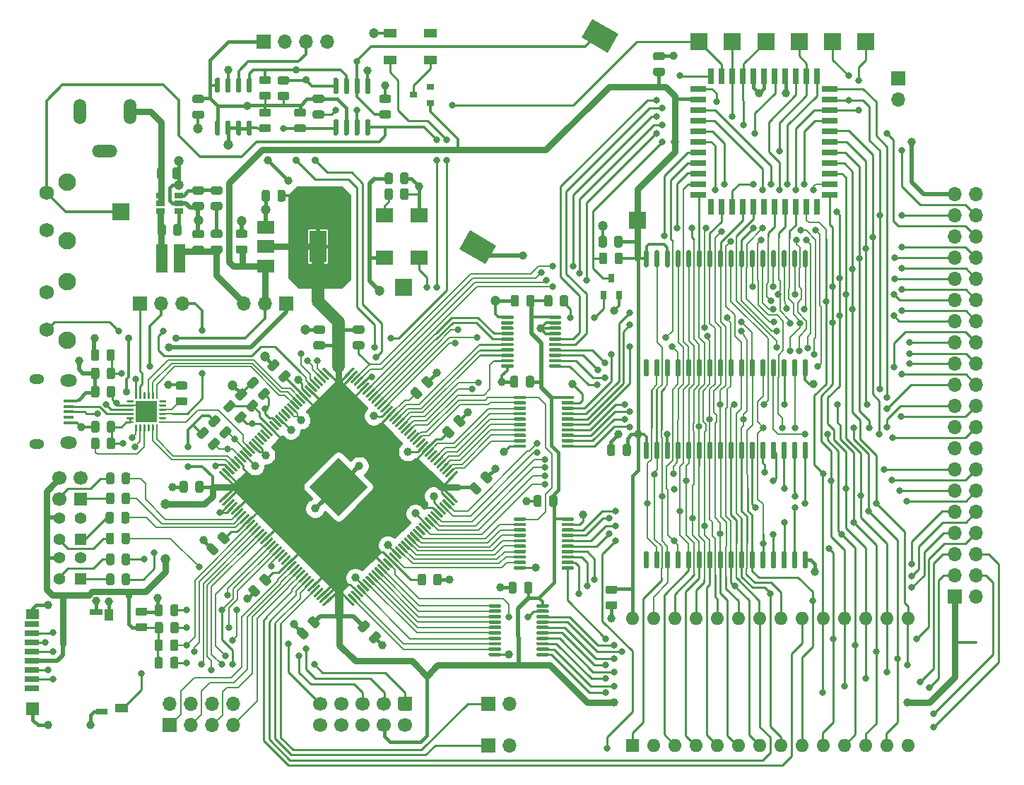
<source format=gbr>
%TF.GenerationSoftware,KiCad,Pcbnew,(5.1.6)-1*%
%TF.CreationDate,2020-07-06T11:54:37-04:00*%
%TF.ProjectId,hd6309sbc_v2,68643633-3039-4736-9263-5f76322e6b69,rev?*%
%TF.SameCoordinates,Original*%
%TF.FileFunction,Copper,L1,Top*%
%TF.FilePolarity,Positive*%
%FSLAX46Y46*%
G04 Gerber Fmt 4.6, Leading zero omitted, Abs format (unit mm)*
G04 Created by KiCad (PCBNEW (5.1.6)-1) date 2020-07-06 11:54:37*
%MOMM*%
%LPD*%
G01*
G04 APERTURE LIST*
%TA.AperFunction,ComponentPad*%
%ADD10O,3.016000X1.508000*%
%TD*%
%TA.AperFunction,ComponentPad*%
%ADD11O,1.508000X3.016000*%
%TD*%
%TA.AperFunction,ComponentPad*%
%ADD12R,2.000000X2.000000*%
%TD*%
%TA.AperFunction,SMDPad,CuDef*%
%ADD13C,0.100000*%
%TD*%
%TA.AperFunction,SMDPad,CuDef*%
%ADD14R,2.600000X2.600000*%
%TD*%
%TA.AperFunction,ComponentPad*%
%ADD15O,1.800000X1.150000*%
%TD*%
%TA.AperFunction,ComponentPad*%
%ADD16O,2.000000X1.450000*%
%TD*%
%TA.AperFunction,SMDPad,CuDef*%
%ADD17R,1.300000X0.450000*%
%TD*%
%TA.AperFunction,ComponentPad*%
%ADD18R,1.700000X1.700000*%
%TD*%
%TA.AperFunction,ComponentPad*%
%ADD19O,1.700000X1.700000*%
%TD*%
%TA.AperFunction,SMDPad,CuDef*%
%ADD20R,0.800000X1.100000*%
%TD*%
%TA.AperFunction,ComponentPad*%
%ADD21R,1.650000X1.650000*%
%TD*%
%TA.AperFunction,ComponentPad*%
%ADD22C,1.700000*%
%TD*%
%TA.AperFunction,ComponentPad*%
%ADD23R,1.600000X1.600000*%
%TD*%
%TA.AperFunction,ComponentPad*%
%ADD24O,1.600000X1.600000*%
%TD*%
%TA.AperFunction,ComponentPad*%
%ADD25C,1.408000*%
%TD*%
%TA.AperFunction,ComponentPad*%
%ADD26R,1.408000X1.408000*%
%TD*%
%TA.AperFunction,SMDPad,CuDef*%
%ADD27R,1.750000X0.700000*%
%TD*%
%TA.AperFunction,SMDPad,CuDef*%
%ADD28R,1.500000X1.300000*%
%TD*%
%TA.AperFunction,SMDPad,CuDef*%
%ADD29R,1.500000X0.800000*%
%TD*%
%TA.AperFunction,SMDPad,CuDef*%
%ADD30R,1.000000X1.450000*%
%TD*%
%TA.AperFunction,SMDPad,CuDef*%
%ADD31R,1.400000X0.800000*%
%TD*%
%TA.AperFunction,SMDPad,CuDef*%
%ADD32R,1.500000X1.500000*%
%TD*%
%TA.AperFunction,SMDPad,CuDef*%
%ADD33R,1.550000X1.000000*%
%TD*%
%TA.AperFunction,SMDPad,CuDef*%
%ADD34R,1.350000X3.400000*%
%TD*%
%TA.AperFunction,SMDPad,CuDef*%
%ADD35R,0.700000X1.925000*%
%TD*%
%TA.AperFunction,SMDPad,CuDef*%
%ADD36R,1.925000X0.700000*%
%TD*%
%TA.AperFunction,SMDPad,CuDef*%
%ADD37R,1.060000X0.650000*%
%TD*%
%TA.AperFunction,SMDPad,CuDef*%
%ADD38R,2.000000X3.800000*%
%TD*%
%TA.AperFunction,SMDPad,CuDef*%
%ADD39R,2.000000X1.500000*%
%TD*%
%TA.AperFunction,SMDPad,CuDef*%
%ADD40R,2.000000X1.800000*%
%TD*%
%TA.AperFunction,SMDPad,CuDef*%
%ADD41R,0.900000X0.800000*%
%TD*%
%TA.AperFunction,SMDPad,CuDef*%
%ADD42R,1.500000X1.000000*%
%TD*%
%TA.AperFunction,ComponentPad*%
%ADD43C,2.100000*%
%TD*%
%TA.AperFunction,ComponentPad*%
%ADD44C,1.750000*%
%TD*%
%TA.AperFunction,ViaPad*%
%ADD45C,1.000000*%
%TD*%
%TA.AperFunction,ViaPad*%
%ADD46C,1.200000*%
%TD*%
%TA.AperFunction,ViaPad*%
%ADD47C,0.800000*%
%TD*%
%TA.AperFunction,ViaPad*%
%ADD48C,0.900000*%
%TD*%
%TA.AperFunction,Conductor*%
%ADD49C,0.500000*%
%TD*%
%TA.AperFunction,Conductor*%
%ADD50C,0.400000*%
%TD*%
%TA.AperFunction,Conductor*%
%ADD51C,0.300000*%
%TD*%
%TA.AperFunction,Conductor*%
%ADD52C,0.250000*%
%TD*%
%TA.AperFunction,Conductor*%
%ADD53C,0.200000*%
%TD*%
%TA.AperFunction,Conductor*%
%ADD54C,0.750000*%
%TD*%
%TA.AperFunction,Conductor*%
%ADD55C,1.000000*%
%TD*%
%TA.AperFunction,Conductor*%
%ADD56C,1.500000*%
%TD*%
G04 APERTURE END LIST*
D10*
%TO.P,J3,3*%
%TO.N,Net-(J3-Pad3)*%
X60000000Y-70700000D03*
D11*
%TO.P,J3,2*%
%TO.N,GND*%
X57000000Y-66000000D03*
%TO.P,J3,1*%
%TO.N,Net-(C8-Pad1)*%
X63000000Y-66000000D03*
%TD*%
%TO.P,C29,2*%
%TO.N,GND*%
%TA.AperFunction,SMDPad,CuDef*%
G36*
G01*
X94512500Y-73543750D02*
X94512500Y-74456250D01*
G75*
G02*
X94268750Y-74700000I-243750J0D01*
G01*
X93781250Y-74700000D01*
G75*
G02*
X93537500Y-74456250I0J243750D01*
G01*
X93537500Y-73543750D01*
G75*
G02*
X93781250Y-73300000I243750J0D01*
G01*
X94268750Y-73300000D01*
G75*
G02*
X94512500Y-73543750I0J-243750D01*
G01*
G37*
%TD.AperFunction*%
%TO.P,C29,1*%
%TO.N,+3V3*%
%TA.AperFunction,SMDPad,CuDef*%
G36*
G01*
X96387500Y-73543750D02*
X96387500Y-74456250D01*
G75*
G02*
X96143750Y-74700000I-243750J0D01*
G01*
X95656250Y-74700000D01*
G75*
G02*
X95412500Y-74456250I0J243750D01*
G01*
X95412500Y-73543750D01*
G75*
G02*
X95656250Y-73300000I243750J0D01*
G01*
X96143750Y-73300000D01*
G75*
G02*
X96387500Y-73543750I0J-243750D01*
G01*
G37*
%TD.AperFunction*%
%TD*%
D12*
%TO.P,TP15,1*%
%TO.N,VCC*%
X123800000Y-79000000D03*
%TD*%
%TA.AperFunction,SMDPad,CuDef*%
D13*
%TO.P,BT1,2*%
%TO.N,GND*%
G36*
X105583846Y-84313105D02*
G01*
X102466154Y-82513105D01*
X103766154Y-80261439D01*
X106883846Y-82061439D01*
X105583846Y-84313105D01*
G37*
%TD.AperFunction*%
%TA.AperFunction,SMDPad,CuDef*%
%TO.P,BT1,1*%
%TO.N,Net-(BT1-Pad1)*%
G36*
X120233846Y-58938561D02*
G01*
X117116154Y-57138561D01*
X118416154Y-54886895D01*
X121533846Y-56686895D01*
X120233846Y-58938561D01*
G37*
%TD.AperFunction*%
%TD*%
%TO.P,R29,2*%
%TO.N,Net-(R29-Pad2)*%
%TA.AperFunction,SMDPad,CuDef*%
G36*
G01*
X94512500Y-75443750D02*
X94512500Y-76356250D01*
G75*
G02*
X94268750Y-76600000I-243750J0D01*
G01*
X93781250Y-76600000D01*
G75*
G02*
X93537500Y-76356250I0J243750D01*
G01*
X93537500Y-75443750D01*
G75*
G02*
X93781250Y-75200000I243750J0D01*
G01*
X94268750Y-75200000D01*
G75*
G02*
X94512500Y-75443750I0J-243750D01*
G01*
G37*
%TD.AperFunction*%
%TO.P,R29,1*%
%TO.N,+3V3*%
%TA.AperFunction,SMDPad,CuDef*%
G36*
G01*
X96387500Y-75443750D02*
X96387500Y-76356250D01*
G75*
G02*
X96143750Y-76600000I-243750J0D01*
G01*
X95656250Y-76600000D01*
G75*
G02*
X95412500Y-76356250I0J243750D01*
G01*
X95412500Y-75443750D01*
G75*
G02*
X95656250Y-75200000I243750J0D01*
G01*
X96143750Y-75200000D01*
G75*
G02*
X96387500Y-75443750I0J-243750D01*
G01*
G37*
%TD.AperFunction*%
%TD*%
%TA.AperFunction,SMDPad,CuDef*%
%TO.P,U5,145*%
%TO.N,GND*%
G36*
X88000000Y-114535534D02*
G01*
X84464466Y-111000000D01*
X88000000Y-107464466D01*
X91535534Y-111000000D01*
X88000000Y-114535534D01*
G37*
%TD.AperFunction*%
%TO.P,U5,144*%
%TO.N,+3V3*%
%TA.AperFunction,SMDPad,CuDef*%
G36*
G01*
X74635682Y-110222182D02*
X73698766Y-109285266D01*
G75*
G02*
X73698766Y-109179200I53033J53033D01*
G01*
X73804832Y-109073134D01*
G75*
G02*
X73910898Y-109073134I53033J-53033D01*
G01*
X74847814Y-110010050D01*
G75*
G02*
X74847814Y-110116116I-53033J-53033D01*
G01*
X74741748Y-110222182D01*
G75*
G02*
X74635682Y-110222182I-53033J53033D01*
G01*
G37*
%TD.AperFunction*%
%TO.P,U5,143*%
%TA.AperFunction,SMDPad,CuDef*%
G36*
G01*
X74989235Y-109868629D02*
X74052319Y-108931713D01*
G75*
G02*
X74052319Y-108825647I53033J53033D01*
G01*
X74158385Y-108719581D01*
G75*
G02*
X74264451Y-108719581I53033J-53033D01*
G01*
X75201367Y-109656497D01*
G75*
G02*
X75201367Y-109762563I-53033J-53033D01*
G01*
X75095301Y-109868629D01*
G75*
G02*
X74989235Y-109868629I-53033J53033D01*
G01*
G37*
%TD.AperFunction*%
%TO.P,U5,142*%
%TO.N,GND*%
%TA.AperFunction,SMDPad,CuDef*%
G36*
G01*
X75342788Y-109515075D02*
X74405872Y-108578159D01*
G75*
G02*
X74405872Y-108472093I53033J53033D01*
G01*
X74511938Y-108366027D01*
G75*
G02*
X74618004Y-108366027I53033J-53033D01*
G01*
X75554920Y-109302943D01*
G75*
G02*
X75554920Y-109409009I-53033J-53033D01*
G01*
X75448854Y-109515075D01*
G75*
G02*
X75342788Y-109515075I-53033J53033D01*
G01*
G37*
%TD.AperFunction*%
%TO.P,U5,141*%
%TO.N,/RTS2*%
%TA.AperFunction,SMDPad,CuDef*%
G36*
G01*
X75696342Y-109161522D02*
X74759426Y-108224606D01*
G75*
G02*
X74759426Y-108118540I53033J53033D01*
G01*
X74865492Y-108012474D01*
G75*
G02*
X74971558Y-108012474I53033J-53033D01*
G01*
X75908474Y-108949390D01*
G75*
G02*
X75908474Y-109055456I-53033J-53033D01*
G01*
X75802408Y-109161522D01*
G75*
G02*
X75696342Y-109161522I-53033J53033D01*
G01*
G37*
%TD.AperFunction*%
%TO.P,U5,140*%
%TO.N,/RXD2*%
%TA.AperFunction,SMDPad,CuDef*%
G36*
G01*
X76049895Y-108807969D02*
X75112979Y-107871053D01*
G75*
G02*
X75112979Y-107764987I53033J53033D01*
G01*
X75219045Y-107658921D01*
G75*
G02*
X75325111Y-107658921I53033J-53033D01*
G01*
X76262027Y-108595837D01*
G75*
G02*
X76262027Y-108701903I-53033J-53033D01*
G01*
X76155961Y-108807969D01*
G75*
G02*
X76049895Y-108807969I-53033J53033D01*
G01*
G37*
%TD.AperFunction*%
%TO.P,U5,139*%
%TO.N,+3V3*%
%TA.AperFunction,SMDPad,CuDef*%
G36*
G01*
X76403449Y-108454415D02*
X75466533Y-107517499D01*
G75*
G02*
X75466533Y-107411433I53033J53033D01*
G01*
X75572599Y-107305367D01*
G75*
G02*
X75678665Y-107305367I53033J-53033D01*
G01*
X76615581Y-108242283D01*
G75*
G02*
X76615581Y-108348349I-53033J-53033D01*
G01*
X76509515Y-108454415D01*
G75*
G02*
X76403449Y-108454415I-53033J53033D01*
G01*
G37*
%TD.AperFunction*%
%TO.P,U5,138*%
%TO.N,Net-(R5-Pad2)*%
%TA.AperFunction,SMDPad,CuDef*%
G36*
G01*
X76757002Y-108100862D02*
X75820086Y-107163946D01*
G75*
G02*
X75820086Y-107057880I53033J53033D01*
G01*
X75926152Y-106951814D01*
G75*
G02*
X76032218Y-106951814I53033J-53033D01*
G01*
X76969134Y-107888730D01*
G75*
G02*
X76969134Y-107994796I-53033J-53033D01*
G01*
X76863068Y-108100862D01*
G75*
G02*
X76757002Y-108100862I-53033J53033D01*
G01*
G37*
%TD.AperFunction*%
%TO.P,U5,137*%
%TO.N,GND*%
%TA.AperFunction,SMDPad,CuDef*%
G36*
G01*
X77110555Y-107747309D02*
X76173639Y-106810393D01*
G75*
G02*
X76173639Y-106704327I53033J53033D01*
G01*
X76279705Y-106598261D01*
G75*
G02*
X76385771Y-106598261I53033J-53033D01*
G01*
X77322687Y-107535177D01*
G75*
G02*
X77322687Y-107641243I-53033J-53033D01*
G01*
X77216621Y-107747309D01*
G75*
G02*
X77110555Y-107747309I-53033J53033D01*
G01*
G37*
%TD.AperFunction*%
%TO.P,U5,136*%
%TO.N,Net-(R24-Pad2)*%
%TA.AperFunction,SMDPad,CuDef*%
G36*
G01*
X77464109Y-107393755D02*
X76527193Y-106456839D01*
G75*
G02*
X76527193Y-106350773I53033J53033D01*
G01*
X76633259Y-106244707D01*
G75*
G02*
X76739325Y-106244707I53033J-53033D01*
G01*
X77676241Y-107181623D01*
G75*
G02*
X77676241Y-107287689I-53033J-53033D01*
G01*
X77570175Y-107393755D01*
G75*
G02*
X77464109Y-107393755I-53033J53033D01*
G01*
G37*
%TD.AperFunction*%
%TO.P,U5,135*%
%TO.N,/TXD2*%
%TA.AperFunction,SMDPad,CuDef*%
G36*
G01*
X77817662Y-107040202D02*
X76880746Y-106103286D01*
G75*
G02*
X76880746Y-105997220I53033J53033D01*
G01*
X76986812Y-105891154D01*
G75*
G02*
X77092878Y-105891154I53033J-53033D01*
G01*
X78029794Y-106828070D01*
G75*
G02*
X78029794Y-106934136I-53033J-53033D01*
G01*
X77923728Y-107040202D01*
G75*
G02*
X77817662Y-107040202I-53033J53033D01*
G01*
G37*
%TD.AperFunction*%
%TO.P,U5,134*%
%TO.N,GND*%
%TA.AperFunction,SMDPad,CuDef*%
G36*
G01*
X78171216Y-106686648D02*
X77234300Y-105749732D01*
G75*
G02*
X77234300Y-105643666I53033J53033D01*
G01*
X77340366Y-105537600D01*
G75*
G02*
X77446432Y-105537600I53033J-53033D01*
G01*
X78383348Y-106474516D01*
G75*
G02*
X78383348Y-106580582I-53033J-53033D01*
G01*
X78277282Y-106686648D01*
G75*
G02*
X78171216Y-106686648I-53033J53033D01*
G01*
G37*
%TD.AperFunction*%
%TO.P,U5,133*%
%TA.AperFunction,SMDPad,CuDef*%
G36*
G01*
X78524769Y-106333095D02*
X77587853Y-105396179D01*
G75*
G02*
X77587853Y-105290113I53033J53033D01*
G01*
X77693919Y-105184047D01*
G75*
G02*
X77799985Y-105184047I53033J-53033D01*
G01*
X78736901Y-106120963D01*
G75*
G02*
X78736901Y-106227029I-53033J-53033D01*
G01*
X78630835Y-106333095D01*
G75*
G02*
X78524769Y-106333095I-53033J53033D01*
G01*
G37*
%TD.AperFunction*%
%TO.P,U5,132*%
%TO.N,Net-(U5-Pad132)*%
%TA.AperFunction,SMDPad,CuDef*%
G36*
G01*
X78878322Y-105979542D02*
X77941406Y-105042626D01*
G75*
G02*
X77941406Y-104936560I53033J53033D01*
G01*
X78047472Y-104830494D01*
G75*
G02*
X78153538Y-104830494I53033J-53033D01*
G01*
X79090454Y-105767410D01*
G75*
G02*
X79090454Y-105873476I-53033J-53033D01*
G01*
X78984388Y-105979542D01*
G75*
G02*
X78878322Y-105979542I-53033J53033D01*
G01*
G37*
%TD.AperFunction*%
%TO.P,U5,131*%
%TO.N,Net-(U5-Pad131)*%
%TA.AperFunction,SMDPad,CuDef*%
G36*
G01*
X79231876Y-105625988D02*
X78294960Y-104689072D01*
G75*
G02*
X78294960Y-104583006I53033J53033D01*
G01*
X78401026Y-104476940D01*
G75*
G02*
X78507092Y-104476940I53033J-53033D01*
G01*
X79444008Y-105413856D01*
G75*
G02*
X79444008Y-105519922I-53033J-53033D01*
G01*
X79337942Y-105625988D01*
G75*
G02*
X79231876Y-105625988I-53033J53033D01*
G01*
G37*
%TD.AperFunction*%
%TO.P,U5,130*%
%TO.N,Net-(U5-Pad130)*%
%TA.AperFunction,SMDPad,CuDef*%
G36*
G01*
X79585429Y-105272435D02*
X78648513Y-104335519D01*
G75*
G02*
X78648513Y-104229453I53033J53033D01*
G01*
X78754579Y-104123387D01*
G75*
G02*
X78860645Y-104123387I53033J-53033D01*
G01*
X79797561Y-105060303D01*
G75*
G02*
X79797561Y-105166369I-53033J-53033D01*
G01*
X79691495Y-105272435D01*
G75*
G02*
X79585429Y-105272435I-53033J53033D01*
G01*
G37*
%TD.AperFunction*%
%TO.P,U5,129*%
%TO.N,Net-(R25-Pad2)*%
%TA.AperFunction,SMDPad,CuDef*%
G36*
G01*
X79938982Y-104918881D02*
X79002066Y-103981965D01*
G75*
G02*
X79002066Y-103875899I53033J53033D01*
G01*
X79108132Y-103769833D01*
G75*
G02*
X79214198Y-103769833I53033J-53033D01*
G01*
X80151114Y-104706749D01*
G75*
G02*
X80151114Y-104812815I-53033J-53033D01*
G01*
X80045048Y-104918881D01*
G75*
G02*
X79938982Y-104918881I-53033J53033D01*
G01*
G37*
%TD.AperFunction*%
%TO.P,U5,128*%
%TO.N,+3V3*%
%TA.AperFunction,SMDPad,CuDef*%
G36*
G01*
X80292536Y-104565328D02*
X79355620Y-103628412D01*
G75*
G02*
X79355620Y-103522346I53033J53033D01*
G01*
X79461686Y-103416280D01*
G75*
G02*
X79567752Y-103416280I53033J-53033D01*
G01*
X80504668Y-104353196D01*
G75*
G02*
X80504668Y-104459262I-53033J-53033D01*
G01*
X80398602Y-104565328D01*
G75*
G02*
X80292536Y-104565328I-53033J53033D01*
G01*
G37*
%TD.AperFunction*%
%TO.P,U5,127*%
%TO.N,Net-(U5-Pad127)*%
%TA.AperFunction,SMDPad,CuDef*%
G36*
G01*
X80646089Y-104211775D02*
X79709173Y-103274859D01*
G75*
G02*
X79709173Y-103168793I53033J53033D01*
G01*
X79815239Y-103062727D01*
G75*
G02*
X79921305Y-103062727I53033J-53033D01*
G01*
X80858221Y-103999643D01*
G75*
G02*
X80858221Y-104105709I-53033J-53033D01*
G01*
X80752155Y-104211775D01*
G75*
G02*
X80646089Y-104211775I-53033J53033D01*
G01*
G37*
%TD.AperFunction*%
%TO.P,U5,126*%
%TO.N,Net-(R23-Pad1)*%
%TA.AperFunction,SMDPad,CuDef*%
G36*
G01*
X80999643Y-103858221D02*
X80062727Y-102921305D01*
G75*
G02*
X80062727Y-102815239I53033J53033D01*
G01*
X80168793Y-102709173D01*
G75*
G02*
X80274859Y-102709173I53033J-53033D01*
G01*
X81211775Y-103646089D01*
G75*
G02*
X81211775Y-103752155I-53033J-53033D01*
G01*
X81105709Y-103858221D01*
G75*
G02*
X80999643Y-103858221I-53033J53033D01*
G01*
G37*
%TD.AperFunction*%
%TO.P,U5,125*%
%TO.N,GND*%
%TA.AperFunction,SMDPad,CuDef*%
G36*
G01*
X81353196Y-103504668D02*
X80416280Y-102567752D01*
G75*
G02*
X80416280Y-102461686I53033J53033D01*
G01*
X80522346Y-102355620D01*
G75*
G02*
X80628412Y-102355620I53033J-53033D01*
G01*
X81565328Y-103292536D01*
G75*
G02*
X81565328Y-103398602I-53033J-53033D01*
G01*
X81459262Y-103504668D01*
G75*
G02*
X81353196Y-103504668I-53033J53033D01*
G01*
G37*
%TD.AperFunction*%
%TO.P,U5,124*%
%TO.N,Net-(U5-Pad124)*%
%TA.AperFunction,SMDPad,CuDef*%
G36*
G01*
X81706749Y-103151114D02*
X80769833Y-102214198D01*
G75*
G02*
X80769833Y-102108132I53033J53033D01*
G01*
X80875899Y-102002066D01*
G75*
G02*
X80981965Y-102002066I53033J-53033D01*
G01*
X81918881Y-102938982D01*
G75*
G02*
X81918881Y-103045048I-53033J-53033D01*
G01*
X81812815Y-103151114D01*
G75*
G02*
X81706749Y-103151114I-53033J53033D01*
G01*
G37*
%TD.AperFunction*%
%TO.P,U5,123*%
%TO.N,Net-(U5-Pad123)*%
%TA.AperFunction,SMDPad,CuDef*%
G36*
G01*
X82060303Y-102797561D02*
X81123387Y-101860645D01*
G75*
G02*
X81123387Y-101754579I53033J53033D01*
G01*
X81229453Y-101648513D01*
G75*
G02*
X81335519Y-101648513I53033J-53033D01*
G01*
X82272435Y-102585429D01*
G75*
G02*
X82272435Y-102691495I-53033J-53033D01*
G01*
X82166369Y-102797561D01*
G75*
G02*
X82060303Y-102797561I-53033J53033D01*
G01*
G37*
%TD.AperFunction*%
%TO.P,U5,122*%
%TO.N,GND*%
%TA.AperFunction,SMDPad,CuDef*%
G36*
G01*
X82413856Y-102444008D02*
X81476940Y-101507092D01*
G75*
G02*
X81476940Y-101401026I53033J53033D01*
G01*
X81583006Y-101294960D01*
G75*
G02*
X81689072Y-101294960I53033J-53033D01*
G01*
X82625988Y-102231876D01*
G75*
G02*
X82625988Y-102337942I-53033J-53033D01*
G01*
X82519922Y-102444008D01*
G75*
G02*
X82413856Y-102444008I-53033J53033D01*
G01*
G37*
%TD.AperFunction*%
%TO.P,U5,121*%
%TA.AperFunction,SMDPad,CuDef*%
G36*
G01*
X82767410Y-102090454D02*
X81830494Y-101153538D01*
G75*
G02*
X81830494Y-101047472I53033J53033D01*
G01*
X81936560Y-100941406D01*
G75*
G02*
X82042626Y-100941406I53033J-53033D01*
G01*
X82979542Y-101878322D01*
G75*
G02*
X82979542Y-101984388I-53033J-53033D01*
G01*
X82873476Y-102090454D01*
G75*
G02*
X82767410Y-102090454I-53033J53033D01*
G01*
G37*
%TD.AperFunction*%
%TO.P,U5,120*%
%TO.N,/RTS1*%
%TA.AperFunction,SMDPad,CuDef*%
G36*
G01*
X83120963Y-101736901D02*
X82184047Y-100799985D01*
G75*
G02*
X82184047Y-100693919I53033J53033D01*
G01*
X82290113Y-100587853D01*
G75*
G02*
X82396179Y-100587853I53033J-53033D01*
G01*
X83333095Y-101524769D01*
G75*
G02*
X83333095Y-101630835I-53033J-53033D01*
G01*
X83227029Y-101736901D01*
G75*
G02*
X83120963Y-101736901I-53033J53033D01*
G01*
G37*
%TD.AperFunction*%
%TO.P,U5,119*%
%TO.N,/RXD1*%
%TA.AperFunction,SMDPad,CuDef*%
G36*
G01*
X83474516Y-101383348D02*
X82537600Y-100446432D01*
G75*
G02*
X82537600Y-100340366I53033J53033D01*
G01*
X82643666Y-100234300D01*
G75*
G02*
X82749732Y-100234300I53033J-53033D01*
G01*
X83686648Y-101171216D01*
G75*
G02*
X83686648Y-101277282I-53033J-53033D01*
G01*
X83580582Y-101383348D01*
G75*
G02*
X83474516Y-101383348I-53033J53033D01*
G01*
G37*
%TD.AperFunction*%
%TO.P,U5,118*%
%TO.N,/TXD1*%
%TA.AperFunction,SMDPad,CuDef*%
G36*
G01*
X83828070Y-101029794D02*
X82891154Y-100092878D01*
G75*
G02*
X82891154Y-99986812I53033J53033D01*
G01*
X82997220Y-99880746D01*
G75*
G02*
X83103286Y-99880746I53033J-53033D01*
G01*
X84040202Y-100817662D01*
G75*
G02*
X84040202Y-100923728I-53033J-53033D01*
G01*
X83934136Y-101029794D01*
G75*
G02*
X83828070Y-101029794I-53033J53033D01*
G01*
G37*
%TD.AperFunction*%
%TO.P,U5,117*%
%TO.N,+3V3*%
%TA.AperFunction,SMDPad,CuDef*%
G36*
G01*
X84181623Y-100676241D02*
X83244707Y-99739325D01*
G75*
G02*
X83244707Y-99633259I53033J53033D01*
G01*
X83350773Y-99527193D01*
G75*
G02*
X83456839Y-99527193I53033J-53033D01*
G01*
X84393755Y-100464109D01*
G75*
G02*
X84393755Y-100570175I-53033J-53033D01*
G01*
X84287689Y-100676241D01*
G75*
G02*
X84181623Y-100676241I-53033J53033D01*
G01*
G37*
%TD.AperFunction*%
%TO.P,U5,116*%
%TO.N,GND*%
%TA.AperFunction,SMDPad,CuDef*%
G36*
G01*
X84535177Y-100322687D02*
X83598261Y-99385771D01*
G75*
G02*
X83598261Y-99279705I53033J53033D01*
G01*
X83704327Y-99173639D01*
G75*
G02*
X83810393Y-99173639I53033J-53033D01*
G01*
X84747309Y-100110555D01*
G75*
G02*
X84747309Y-100216621I-53033J-53033D01*
G01*
X84641243Y-100322687D01*
G75*
G02*
X84535177Y-100322687I-53033J53033D01*
G01*
G37*
%TD.AperFunction*%
%TO.P,U5,115*%
%TO.N,+3V3*%
%TA.AperFunction,SMDPad,CuDef*%
G36*
G01*
X84888730Y-99969134D02*
X83951814Y-99032218D01*
G75*
G02*
X83951814Y-98926152I53033J53033D01*
G01*
X84057880Y-98820086D01*
G75*
G02*
X84163946Y-98820086I53033J-53033D01*
G01*
X85100862Y-99757002D01*
G75*
G02*
X85100862Y-99863068I-53033J-53033D01*
G01*
X84994796Y-99969134D01*
G75*
G02*
X84888730Y-99969134I-53033J53033D01*
G01*
G37*
%TD.AperFunction*%
%TO.P,U5,114*%
%TO.N,/PBTN*%
%TA.AperFunction,SMDPad,CuDef*%
G36*
G01*
X85242283Y-99615581D02*
X84305367Y-98678665D01*
G75*
G02*
X84305367Y-98572599I53033J53033D01*
G01*
X84411433Y-98466533D01*
G75*
G02*
X84517499Y-98466533I53033J-53033D01*
G01*
X85454415Y-99403449D01*
G75*
G02*
X85454415Y-99509515I-53033J-53033D01*
G01*
X85348349Y-99615581D01*
G75*
G02*
X85242283Y-99615581I-53033J53033D01*
G01*
G37*
%TD.AperFunction*%
%TO.P,U5,113*%
%TO.N,/WSD*%
%TA.AperFunction,SMDPad,CuDef*%
G36*
G01*
X85595837Y-99262027D02*
X84658921Y-98325111D01*
G75*
G02*
X84658921Y-98219045I53033J53033D01*
G01*
X84764987Y-98112979D01*
G75*
G02*
X84871053Y-98112979I53033J-53033D01*
G01*
X85807969Y-99049895D01*
G75*
G02*
X85807969Y-99155961I-53033J-53033D01*
G01*
X85701903Y-99262027D01*
G75*
G02*
X85595837Y-99262027I-53033J53033D01*
G01*
G37*
%TD.AperFunction*%
%TO.P,U5,112*%
%TO.N,Net-(U5-Pad112)*%
%TA.AperFunction,SMDPad,CuDef*%
G36*
G01*
X85949390Y-98908474D02*
X85012474Y-97971558D01*
G75*
G02*
X85012474Y-97865492I53033J53033D01*
G01*
X85118540Y-97759426D01*
G75*
G02*
X85224606Y-97759426I53033J-53033D01*
G01*
X86161522Y-98696342D01*
G75*
G02*
X86161522Y-98802408I-53033J-53033D01*
G01*
X86055456Y-98908474D01*
G75*
G02*
X85949390Y-98908474I-53033J53033D01*
G01*
G37*
%TD.AperFunction*%
%TO.P,U5,111*%
%TO.N,/SCL*%
%TA.AperFunction,SMDPad,CuDef*%
G36*
G01*
X86302943Y-98554920D02*
X85366027Y-97618004D01*
G75*
G02*
X85366027Y-97511938I53033J53033D01*
G01*
X85472093Y-97405872D01*
G75*
G02*
X85578159Y-97405872I53033J-53033D01*
G01*
X86515075Y-98342788D01*
G75*
G02*
X86515075Y-98448854I-53033J-53033D01*
G01*
X86409009Y-98554920D01*
G75*
G02*
X86302943Y-98554920I-53033J53033D01*
G01*
G37*
%TD.AperFunction*%
%TO.P,U5,110*%
%TO.N,/SDA*%
%TA.AperFunction,SMDPad,CuDef*%
G36*
G01*
X86656497Y-98201367D02*
X85719581Y-97264451D01*
G75*
G02*
X85719581Y-97158385I53033J53033D01*
G01*
X85825647Y-97052319D01*
G75*
G02*
X85931713Y-97052319I53033J-53033D01*
G01*
X86868629Y-97989235D01*
G75*
G02*
X86868629Y-98095301I-53033J-53033D01*
G01*
X86762563Y-98201367D01*
G75*
G02*
X86656497Y-98201367I-53033J53033D01*
G01*
G37*
%TD.AperFunction*%
%TO.P,U5,109*%
%TO.N,+3V3*%
%TA.AperFunction,SMDPad,CuDef*%
G36*
G01*
X87010050Y-97847814D02*
X86073134Y-96910898D01*
G75*
G02*
X86073134Y-96804832I53033J53033D01*
G01*
X86179200Y-96698766D01*
G75*
G02*
X86285266Y-96698766I53033J-53033D01*
G01*
X87222182Y-97635682D01*
G75*
G02*
X87222182Y-97741748I-53033J-53033D01*
G01*
X87116116Y-97847814D01*
G75*
G02*
X87010050Y-97847814I-53033J53033D01*
G01*
G37*
%TD.AperFunction*%
%TO.P,U5,108*%
%TA.AperFunction,SMDPad,CuDef*%
G36*
G01*
X88883884Y-97847814D02*
X88777818Y-97741748D01*
G75*
G02*
X88777818Y-97635682I53033J53033D01*
G01*
X89714734Y-96698766D01*
G75*
G02*
X89820800Y-96698766I53033J-53033D01*
G01*
X89926866Y-96804832D01*
G75*
G02*
X89926866Y-96910898I-53033J-53033D01*
G01*
X88989950Y-97847814D01*
G75*
G02*
X88883884Y-97847814I-53033J53033D01*
G01*
G37*
%TD.AperFunction*%
%TO.P,U5,107*%
%TA.AperFunction,SMDPad,CuDef*%
G36*
G01*
X89237437Y-98201367D02*
X89131371Y-98095301D01*
G75*
G02*
X89131371Y-97989235I53033J53033D01*
G01*
X90068287Y-97052319D01*
G75*
G02*
X90174353Y-97052319I53033J-53033D01*
G01*
X90280419Y-97158385D01*
G75*
G02*
X90280419Y-97264451I-53033J-53033D01*
G01*
X89343503Y-98201367D01*
G75*
G02*
X89237437Y-98201367I-53033J53033D01*
G01*
G37*
%TD.AperFunction*%
%TO.P,U5,106*%
%TO.N,/IRQ*%
%TA.AperFunction,SMDPad,CuDef*%
G36*
G01*
X89590991Y-98554920D02*
X89484925Y-98448854D01*
G75*
G02*
X89484925Y-98342788I53033J53033D01*
G01*
X90421841Y-97405872D01*
G75*
G02*
X90527907Y-97405872I53033J-53033D01*
G01*
X90633973Y-97511938D01*
G75*
G02*
X90633973Y-97618004I-53033J-53033D01*
G01*
X89697057Y-98554920D01*
G75*
G02*
X89590991Y-98554920I-53033J53033D01*
G01*
G37*
%TD.AperFunction*%
%TO.P,U5,105*%
%TO.N,/NMI*%
%TA.AperFunction,SMDPad,CuDef*%
G36*
G01*
X89944544Y-98908474D02*
X89838478Y-98802408D01*
G75*
G02*
X89838478Y-98696342I53033J53033D01*
G01*
X90775394Y-97759426D01*
G75*
G02*
X90881460Y-97759426I53033J-53033D01*
G01*
X90987526Y-97865492D01*
G75*
G02*
X90987526Y-97971558I-53033J-53033D01*
G01*
X90050610Y-98908474D01*
G75*
G02*
X89944544Y-98908474I-53033J53033D01*
G01*
G37*
%TD.AperFunction*%
%TO.P,U5,104*%
%TO.N,GND*%
%TA.AperFunction,SMDPad,CuDef*%
G36*
G01*
X90298097Y-99262027D02*
X90192031Y-99155961D01*
G75*
G02*
X90192031Y-99049895I53033J53033D01*
G01*
X91128947Y-98112979D01*
G75*
G02*
X91235013Y-98112979I53033J-53033D01*
G01*
X91341079Y-98219045D01*
G75*
G02*
X91341079Y-98325111I-53033J-53033D01*
G01*
X90404163Y-99262027D01*
G75*
G02*
X90298097Y-99262027I-53033J53033D01*
G01*
G37*
%TD.AperFunction*%
%TO.P,U5,103*%
%TO.N,+3V3*%
%TA.AperFunction,SMDPad,CuDef*%
G36*
G01*
X90651651Y-99615581D02*
X90545585Y-99509515D01*
G75*
G02*
X90545585Y-99403449I53033J53033D01*
G01*
X91482501Y-98466533D01*
G75*
G02*
X91588567Y-98466533I53033J-53033D01*
G01*
X91694633Y-98572599D01*
G75*
G02*
X91694633Y-98678665I-53033J-53033D01*
G01*
X90757717Y-99615581D01*
G75*
G02*
X90651651Y-99615581I-53033J53033D01*
G01*
G37*
%TD.AperFunction*%
%TO.P,U5,102*%
%TO.N,/HALT*%
%TA.AperFunction,SMDPad,CuDef*%
G36*
G01*
X91005204Y-99969134D02*
X90899138Y-99863068D01*
G75*
G02*
X90899138Y-99757002I53033J53033D01*
G01*
X91836054Y-98820086D01*
G75*
G02*
X91942120Y-98820086I53033J-53033D01*
G01*
X92048186Y-98926152D01*
G75*
G02*
X92048186Y-99032218I-53033J-53033D01*
G01*
X91111270Y-99969134D01*
G75*
G02*
X91005204Y-99969134I-53033J53033D01*
G01*
G37*
%TD.AperFunction*%
%TO.P,U5,101*%
%TO.N,/RAM2CS*%
%TA.AperFunction,SMDPad,CuDef*%
G36*
G01*
X91358757Y-100322687D02*
X91252691Y-100216621D01*
G75*
G02*
X91252691Y-100110555I53033J53033D01*
G01*
X92189607Y-99173639D01*
G75*
G02*
X92295673Y-99173639I53033J-53033D01*
G01*
X92401739Y-99279705D01*
G75*
G02*
X92401739Y-99385771I-53033J-53033D01*
G01*
X91464823Y-100322687D01*
G75*
G02*
X91358757Y-100322687I-53033J53033D01*
G01*
G37*
%TD.AperFunction*%
%TO.P,U5,100*%
%TO.N,/BS_LV*%
%TA.AperFunction,SMDPad,CuDef*%
G36*
G01*
X91712311Y-100676241D02*
X91606245Y-100570175D01*
G75*
G02*
X91606245Y-100464109I53033J53033D01*
G01*
X92543161Y-99527193D01*
G75*
G02*
X92649227Y-99527193I53033J-53033D01*
G01*
X92755293Y-99633259D01*
G75*
G02*
X92755293Y-99739325I-53033J-53033D01*
G01*
X91818377Y-100676241D01*
G75*
G02*
X91712311Y-100676241I-53033J53033D01*
G01*
G37*
%TD.AperFunction*%
%TO.P,U5,99*%
%TO.N,/BA_LV*%
%TA.AperFunction,SMDPad,CuDef*%
G36*
G01*
X92065864Y-101029794D02*
X91959798Y-100923728D01*
G75*
G02*
X91959798Y-100817662I53033J53033D01*
G01*
X92896714Y-99880746D01*
G75*
G02*
X93002780Y-99880746I53033J-53033D01*
G01*
X93108846Y-99986812D01*
G75*
G02*
X93108846Y-100092878I-53033J-53033D01*
G01*
X92171930Y-101029794D01*
G75*
G02*
X92065864Y-101029794I-53033J53033D01*
G01*
G37*
%TD.AperFunction*%
%TO.P,U5,98*%
%TO.N,/RESET_LV*%
%TA.AperFunction,SMDPad,CuDef*%
G36*
G01*
X92419418Y-101383348D02*
X92313352Y-101277282D01*
G75*
G02*
X92313352Y-101171216I53033J53033D01*
G01*
X93250268Y-100234300D01*
G75*
G02*
X93356334Y-100234300I53033J-53033D01*
G01*
X93462400Y-100340366D01*
G75*
G02*
X93462400Y-100446432I-53033J-53033D01*
G01*
X92525484Y-101383348D01*
G75*
G02*
X92419418Y-101383348I-53033J53033D01*
G01*
G37*
%TD.AperFunction*%
%TO.P,U5,97*%
%TO.N,/RESRQ*%
%TA.AperFunction,SMDPad,CuDef*%
G36*
G01*
X92772971Y-101736901D02*
X92666905Y-101630835D01*
G75*
G02*
X92666905Y-101524769I53033J53033D01*
G01*
X93603821Y-100587853D01*
G75*
G02*
X93709887Y-100587853I53033J-53033D01*
G01*
X93815953Y-100693919D01*
G75*
G02*
X93815953Y-100799985I-53033J-53033D01*
G01*
X92879037Y-101736901D01*
G75*
G02*
X92772971Y-101736901I-53033J53033D01*
G01*
G37*
%TD.AperFunction*%
%TO.P,U5,96*%
%TO.N,/XOSC*%
%TA.AperFunction,SMDPad,CuDef*%
G36*
G01*
X93126524Y-102090454D02*
X93020458Y-101984388D01*
G75*
G02*
X93020458Y-101878322I53033J53033D01*
G01*
X93957374Y-100941406D01*
G75*
G02*
X94063440Y-100941406I53033J-53033D01*
G01*
X94169506Y-101047472D01*
G75*
G02*
X94169506Y-101153538I-53033J-53033D01*
G01*
X93232590Y-102090454D01*
G75*
G02*
X93126524Y-102090454I-53033J53033D01*
G01*
G37*
%TD.AperFunction*%
%TO.P,U5,95*%
%TO.N,GND*%
%TA.AperFunction,SMDPad,CuDef*%
G36*
G01*
X93480078Y-102444008D02*
X93374012Y-102337942D01*
G75*
G02*
X93374012Y-102231876I53033J53033D01*
G01*
X94310928Y-101294960D01*
G75*
G02*
X94416994Y-101294960I53033J-53033D01*
G01*
X94523060Y-101401026D01*
G75*
G02*
X94523060Y-101507092I-53033J-53033D01*
G01*
X93586144Y-102444008D01*
G75*
G02*
X93480078Y-102444008I-53033J53033D01*
G01*
G37*
%TD.AperFunction*%
%TO.P,U5,94*%
%TO.N,+3V3*%
%TA.AperFunction,SMDPad,CuDef*%
G36*
G01*
X93833631Y-102797561D02*
X93727565Y-102691495D01*
G75*
G02*
X93727565Y-102585429I53033J53033D01*
G01*
X94664481Y-101648513D01*
G75*
G02*
X94770547Y-101648513I53033J-53033D01*
G01*
X94876613Y-101754579D01*
G75*
G02*
X94876613Y-101860645I-53033J-53033D01*
G01*
X93939697Y-102797561D01*
G75*
G02*
X93833631Y-102797561I-53033J53033D01*
G01*
G37*
%TD.AperFunction*%
%TO.P,U5,93*%
%TO.N,/LIC_LV*%
%TA.AperFunction,SMDPad,CuDef*%
G36*
G01*
X94187185Y-103151114D02*
X94081119Y-103045048D01*
G75*
G02*
X94081119Y-102938982I53033J53033D01*
G01*
X95018035Y-102002066D01*
G75*
G02*
X95124101Y-102002066I53033J-53033D01*
G01*
X95230167Y-102108132D01*
G75*
G02*
X95230167Y-102214198I-53033J-53033D01*
G01*
X94293251Y-103151114D01*
G75*
G02*
X94187185Y-103151114I-53033J53033D01*
G01*
G37*
%TD.AperFunction*%
%TO.P,U5,92*%
%TO.N,/BUSY_LV*%
%TA.AperFunction,SMDPad,CuDef*%
G36*
G01*
X94540738Y-103504668D02*
X94434672Y-103398602D01*
G75*
G02*
X94434672Y-103292536I53033J53033D01*
G01*
X95371588Y-102355620D01*
G75*
G02*
X95477654Y-102355620I53033J-53033D01*
G01*
X95583720Y-102461686D01*
G75*
G02*
X95583720Y-102567752I-53033J-53033D01*
G01*
X94646804Y-103504668D01*
G75*
G02*
X94540738Y-103504668I-53033J53033D01*
G01*
G37*
%TD.AperFunction*%
%TO.P,U5,91*%
%TO.N,/AVMA_LV*%
%TA.AperFunction,SMDPad,CuDef*%
G36*
G01*
X94894291Y-103858221D02*
X94788225Y-103752155D01*
G75*
G02*
X94788225Y-103646089I53033J53033D01*
G01*
X95725141Y-102709173D01*
G75*
G02*
X95831207Y-102709173I53033J-53033D01*
G01*
X95937273Y-102815239D01*
G75*
G02*
X95937273Y-102921305I-53033J-53033D01*
G01*
X95000357Y-103858221D01*
G75*
G02*
X94894291Y-103858221I-53033J53033D01*
G01*
G37*
%TD.AperFunction*%
%TO.P,U5,90*%
%TO.N,/ECLK*%
%TA.AperFunction,SMDPad,CuDef*%
G36*
G01*
X95247845Y-104211775D02*
X95141779Y-104105709D01*
G75*
G02*
X95141779Y-103999643I53033J53033D01*
G01*
X96078695Y-103062727D01*
G75*
G02*
X96184761Y-103062727I53033J-53033D01*
G01*
X96290827Y-103168793D01*
G75*
G02*
X96290827Y-103274859I-53033J-53033D01*
G01*
X95353911Y-104211775D01*
G75*
G02*
X95247845Y-104211775I-53033J53033D01*
G01*
G37*
%TD.AperFunction*%
%TO.P,U5,89*%
%TO.N,/QCLK*%
%TA.AperFunction,SMDPad,CuDef*%
G36*
G01*
X95601398Y-104565328D02*
X95495332Y-104459262D01*
G75*
G02*
X95495332Y-104353196I53033J53033D01*
G01*
X96432248Y-103416280D01*
G75*
G02*
X96538314Y-103416280I53033J-53033D01*
G01*
X96644380Y-103522346D01*
G75*
G02*
X96644380Y-103628412I-53033J-53033D01*
G01*
X95707464Y-104565328D01*
G75*
G02*
X95601398Y-104565328I-53033J53033D01*
G01*
G37*
%TD.AperFunction*%
%TO.P,U5,88*%
%TO.N,/RW_LV*%
%TA.AperFunction,SMDPad,CuDef*%
G36*
G01*
X95954952Y-104918881D02*
X95848886Y-104812815D01*
G75*
G02*
X95848886Y-104706749I53033J53033D01*
G01*
X96785802Y-103769833D01*
G75*
G02*
X96891868Y-103769833I53033J-53033D01*
G01*
X96997934Y-103875899D01*
G75*
G02*
X96997934Y-103981965I-53033J-53033D01*
G01*
X96061018Y-104918881D01*
G75*
G02*
X95954952Y-104918881I-53033J53033D01*
G01*
G37*
%TD.AperFunction*%
%TO.P,U5,87*%
%TO.N,Net-(U5-Pad87)*%
%TA.AperFunction,SMDPad,CuDef*%
G36*
G01*
X96308505Y-105272435D02*
X96202439Y-105166369D01*
G75*
G02*
X96202439Y-105060303I53033J53033D01*
G01*
X97139355Y-104123387D01*
G75*
G02*
X97245421Y-104123387I53033J-53033D01*
G01*
X97351487Y-104229453D01*
G75*
G02*
X97351487Y-104335519I-53033J-53033D01*
G01*
X96414571Y-105272435D01*
G75*
G02*
X96308505Y-105272435I-53033J53033D01*
G01*
G37*
%TD.AperFunction*%
%TO.P,U5,86*%
%TO.N,/ADIR*%
%TA.AperFunction,SMDPad,CuDef*%
G36*
G01*
X96662058Y-105625988D02*
X96555992Y-105519922D01*
G75*
G02*
X96555992Y-105413856I53033J53033D01*
G01*
X97492908Y-104476940D01*
G75*
G02*
X97598974Y-104476940I53033J-53033D01*
G01*
X97705040Y-104583006D01*
G75*
G02*
X97705040Y-104689072I-53033J-53033D01*
G01*
X96768124Y-105625988D01*
G75*
G02*
X96662058Y-105625988I-53033J53033D01*
G01*
G37*
%TD.AperFunction*%
%TO.P,U5,85*%
%TO.N,/A15_LV*%
%TA.AperFunction,SMDPad,CuDef*%
G36*
G01*
X97015612Y-105979542D02*
X96909546Y-105873476D01*
G75*
G02*
X96909546Y-105767410I53033J53033D01*
G01*
X97846462Y-104830494D01*
G75*
G02*
X97952528Y-104830494I53033J-53033D01*
G01*
X98058594Y-104936560D01*
G75*
G02*
X98058594Y-105042626I-53033J-53033D01*
G01*
X97121678Y-105979542D01*
G75*
G02*
X97015612Y-105979542I-53033J53033D01*
G01*
G37*
%TD.AperFunction*%
%TO.P,U5,84*%
%TO.N,Net-(U5-Pad84)*%
%TA.AperFunction,SMDPad,CuDef*%
G36*
G01*
X97369165Y-106333095D02*
X97263099Y-106227029D01*
G75*
G02*
X97263099Y-106120963I53033J53033D01*
G01*
X98200015Y-105184047D01*
G75*
G02*
X98306081Y-105184047I53033J-53033D01*
G01*
X98412147Y-105290113D01*
G75*
G02*
X98412147Y-105396179I-53033J-53033D01*
G01*
X97475231Y-106333095D01*
G75*
G02*
X97369165Y-106333095I-53033J53033D01*
G01*
G37*
%TD.AperFunction*%
%TO.P,U5,83*%
%TO.N,GND*%
%TA.AperFunction,SMDPad,CuDef*%
G36*
G01*
X97722718Y-106686648D02*
X97616652Y-106580582D01*
G75*
G02*
X97616652Y-106474516I53033J53033D01*
G01*
X98553568Y-105537600D01*
G75*
G02*
X98659634Y-105537600I53033J-53033D01*
G01*
X98765700Y-105643666D01*
G75*
G02*
X98765700Y-105749732I-53033J-53033D01*
G01*
X97828784Y-106686648D01*
G75*
G02*
X97722718Y-106686648I-53033J53033D01*
G01*
G37*
%TD.AperFunction*%
%TO.P,U5,82*%
%TO.N,+3V3*%
%TA.AperFunction,SMDPad,CuDef*%
G36*
G01*
X98076272Y-107040202D02*
X97970206Y-106934136D01*
G75*
G02*
X97970206Y-106828070I53033J53033D01*
G01*
X98907122Y-105891154D01*
G75*
G02*
X99013188Y-105891154I53033J-53033D01*
G01*
X99119254Y-105997220D01*
G75*
G02*
X99119254Y-106103286I-53033J-53033D01*
G01*
X98182338Y-107040202D01*
G75*
G02*
X98076272Y-107040202I-53033J53033D01*
G01*
G37*
%TD.AperFunction*%
%TO.P,U5,81*%
%TO.N,/A14_LV*%
%TA.AperFunction,SMDPad,CuDef*%
G36*
G01*
X98429825Y-107393755D02*
X98323759Y-107287689D01*
G75*
G02*
X98323759Y-107181623I53033J53033D01*
G01*
X99260675Y-106244707D01*
G75*
G02*
X99366741Y-106244707I53033J-53033D01*
G01*
X99472807Y-106350773D01*
G75*
G02*
X99472807Y-106456839I-53033J-53033D01*
G01*
X98535891Y-107393755D01*
G75*
G02*
X98429825Y-107393755I-53033J53033D01*
G01*
G37*
%TD.AperFunction*%
%TO.P,U5,80*%
%TO.N,Net-(U5-Pad80)*%
%TA.AperFunction,SMDPad,CuDef*%
G36*
G01*
X98783379Y-107747309D02*
X98677313Y-107641243D01*
G75*
G02*
X98677313Y-107535177I53033J53033D01*
G01*
X99614229Y-106598261D01*
G75*
G02*
X99720295Y-106598261I53033J-53033D01*
G01*
X99826361Y-106704327D01*
G75*
G02*
X99826361Y-106810393I-53033J-53033D01*
G01*
X98889445Y-107747309D01*
G75*
G02*
X98783379Y-107747309I-53033J53033D01*
G01*
G37*
%TD.AperFunction*%
%TO.P,U5,79*%
%TO.N,/A13_LV*%
%TA.AperFunction,SMDPad,CuDef*%
G36*
G01*
X99136932Y-108100862D02*
X99030866Y-107994796D01*
G75*
G02*
X99030866Y-107888730I53033J53033D01*
G01*
X99967782Y-106951814D01*
G75*
G02*
X100073848Y-106951814I53033J-53033D01*
G01*
X100179914Y-107057880D01*
G75*
G02*
X100179914Y-107163946I-53033J-53033D01*
G01*
X99242998Y-108100862D01*
G75*
G02*
X99136932Y-108100862I-53033J53033D01*
G01*
G37*
%TD.AperFunction*%
%TO.P,U5,78*%
%TO.N,/A12_LV*%
%TA.AperFunction,SMDPad,CuDef*%
G36*
G01*
X99490485Y-108454415D02*
X99384419Y-108348349D01*
G75*
G02*
X99384419Y-108242283I53033J53033D01*
G01*
X100321335Y-107305367D01*
G75*
G02*
X100427401Y-107305367I53033J-53033D01*
G01*
X100533467Y-107411433D01*
G75*
G02*
X100533467Y-107517499I-53033J-53033D01*
G01*
X99596551Y-108454415D01*
G75*
G02*
X99490485Y-108454415I-53033J53033D01*
G01*
G37*
%TD.AperFunction*%
%TO.P,U5,77*%
%TO.N,/A11_LV*%
%TA.AperFunction,SMDPad,CuDef*%
G36*
G01*
X99844039Y-108807969D02*
X99737973Y-108701903D01*
G75*
G02*
X99737973Y-108595837I53033J53033D01*
G01*
X100674889Y-107658921D01*
G75*
G02*
X100780955Y-107658921I53033J-53033D01*
G01*
X100887021Y-107764987D01*
G75*
G02*
X100887021Y-107871053I-53033J-53033D01*
G01*
X99950105Y-108807969D01*
G75*
G02*
X99844039Y-108807969I-53033J53033D01*
G01*
G37*
%TD.AperFunction*%
%TO.P,U5,76*%
%TO.N,/A10_LV*%
%TA.AperFunction,SMDPad,CuDef*%
G36*
G01*
X100197592Y-109161522D02*
X100091526Y-109055456D01*
G75*
G02*
X100091526Y-108949390I53033J53033D01*
G01*
X101028442Y-108012474D01*
G75*
G02*
X101134508Y-108012474I53033J-53033D01*
G01*
X101240574Y-108118540D01*
G75*
G02*
X101240574Y-108224606I-53033J-53033D01*
G01*
X100303658Y-109161522D01*
G75*
G02*
X100197592Y-109161522I-53033J53033D01*
G01*
G37*
%TD.AperFunction*%
%TO.P,U5,75*%
%TO.N,/A9_LV*%
%TA.AperFunction,SMDPad,CuDef*%
G36*
G01*
X100551146Y-109515075D02*
X100445080Y-109409009D01*
G75*
G02*
X100445080Y-109302943I53033J53033D01*
G01*
X101381996Y-108366027D01*
G75*
G02*
X101488062Y-108366027I53033J-53033D01*
G01*
X101594128Y-108472093D01*
G75*
G02*
X101594128Y-108578159I-53033J-53033D01*
G01*
X100657212Y-109515075D01*
G75*
G02*
X100551146Y-109515075I-53033J53033D01*
G01*
G37*
%TD.AperFunction*%
%TO.P,U5,74*%
%TO.N,/A8_LV*%
%TA.AperFunction,SMDPad,CuDef*%
G36*
G01*
X100904699Y-109868629D02*
X100798633Y-109762563D01*
G75*
G02*
X100798633Y-109656497I53033J53033D01*
G01*
X101735549Y-108719581D01*
G75*
G02*
X101841615Y-108719581I53033J-53033D01*
G01*
X101947681Y-108825647D01*
G75*
G02*
X101947681Y-108931713I-53033J-53033D01*
G01*
X101010765Y-109868629D01*
G75*
G02*
X100904699Y-109868629I-53033J53033D01*
G01*
G37*
%TD.AperFunction*%
%TO.P,U5,73*%
%TO.N,+3V3*%
%TA.AperFunction,SMDPad,CuDef*%
G36*
G01*
X101258252Y-110222182D02*
X101152186Y-110116116D01*
G75*
G02*
X101152186Y-110010050I53033J53033D01*
G01*
X102089102Y-109073134D01*
G75*
G02*
X102195168Y-109073134I53033J-53033D01*
G01*
X102301234Y-109179200D01*
G75*
G02*
X102301234Y-109285266I-53033J-53033D01*
G01*
X101364318Y-110222182D01*
G75*
G02*
X101258252Y-110222182I-53033J53033D01*
G01*
G37*
%TD.AperFunction*%
%TO.P,U5,72*%
%TA.AperFunction,SMDPad,CuDef*%
G36*
G01*
X102089102Y-112926866D02*
X101152186Y-111989950D01*
G75*
G02*
X101152186Y-111883884I53033J53033D01*
G01*
X101258252Y-111777818D01*
G75*
G02*
X101364318Y-111777818I53033J-53033D01*
G01*
X102301234Y-112714734D01*
G75*
G02*
X102301234Y-112820800I-53033J-53033D01*
G01*
X102195168Y-112926866D01*
G75*
G02*
X102089102Y-112926866I-53033J53033D01*
G01*
G37*
%TD.AperFunction*%
%TO.P,U5,71*%
%TA.AperFunction,SMDPad,CuDef*%
G36*
G01*
X101735549Y-113280419D02*
X100798633Y-112343503D01*
G75*
G02*
X100798633Y-112237437I53033J53033D01*
G01*
X100904699Y-112131371D01*
G75*
G02*
X101010765Y-112131371I53033J-53033D01*
G01*
X101947681Y-113068287D01*
G75*
G02*
X101947681Y-113174353I-53033J-53033D01*
G01*
X101841615Y-113280419D01*
G75*
G02*
X101735549Y-113280419I-53033J53033D01*
G01*
G37*
%TD.AperFunction*%
%TO.P,U5,70*%
%TO.N,/WR*%
%TA.AperFunction,SMDPad,CuDef*%
G36*
G01*
X101381996Y-113633973D02*
X100445080Y-112697057D01*
G75*
G02*
X100445080Y-112590991I53033J53033D01*
G01*
X100551146Y-112484925D01*
G75*
G02*
X100657212Y-112484925I53033J-53033D01*
G01*
X101594128Y-113421841D01*
G75*
G02*
X101594128Y-113527907I-53033J-53033D01*
G01*
X101488062Y-113633973D01*
G75*
G02*
X101381996Y-113633973I-53033J53033D01*
G01*
G37*
%TD.AperFunction*%
%TO.P,U5,69*%
%TO.N,/MA15*%
%TA.AperFunction,SMDPad,CuDef*%
G36*
G01*
X101028442Y-113987526D02*
X100091526Y-113050610D01*
G75*
G02*
X100091526Y-112944544I53033J53033D01*
G01*
X100197592Y-112838478D01*
G75*
G02*
X100303658Y-112838478I53033J-53033D01*
G01*
X101240574Y-113775394D01*
G75*
G02*
X101240574Y-113881460I-53033J-53033D01*
G01*
X101134508Y-113987526D01*
G75*
G02*
X101028442Y-113987526I-53033J53033D01*
G01*
G37*
%TD.AperFunction*%
%TO.P,U5,68*%
%TO.N,GND*%
%TA.AperFunction,SMDPad,CuDef*%
G36*
G01*
X100674889Y-114341079D02*
X99737973Y-113404163D01*
G75*
G02*
X99737973Y-113298097I53033J53033D01*
G01*
X99844039Y-113192031D01*
G75*
G02*
X99950105Y-113192031I53033J-53033D01*
G01*
X100887021Y-114128947D01*
G75*
G02*
X100887021Y-114235013I-53033J-53033D01*
G01*
X100780955Y-114341079D01*
G75*
G02*
X100674889Y-114341079I-53033J53033D01*
G01*
G37*
%TD.AperFunction*%
%TO.P,U5,67*%
%TO.N,+3V3*%
%TA.AperFunction,SMDPad,CuDef*%
G36*
G01*
X100321335Y-114694633D02*
X99384419Y-113757717D01*
G75*
G02*
X99384419Y-113651651I53033J53033D01*
G01*
X99490485Y-113545585D01*
G75*
G02*
X99596551Y-113545585I53033J-53033D01*
G01*
X100533467Y-114482501D01*
G75*
G02*
X100533467Y-114588567I-53033J-53033D01*
G01*
X100427401Y-114694633D01*
G75*
G02*
X100321335Y-114694633I-53033J53033D01*
G01*
G37*
%TD.AperFunction*%
%TO.P,U5,66*%
%TO.N,/MA13*%
%TA.AperFunction,SMDPad,CuDef*%
G36*
G01*
X99967782Y-115048186D02*
X99030866Y-114111270D01*
G75*
G02*
X99030866Y-114005204I53033J53033D01*
G01*
X99136932Y-113899138D01*
G75*
G02*
X99242998Y-113899138I53033J-53033D01*
G01*
X100179914Y-114836054D01*
G75*
G02*
X100179914Y-114942120I-53033J-53033D01*
G01*
X100073848Y-115048186D01*
G75*
G02*
X99967782Y-115048186I-53033J53033D01*
G01*
G37*
%TD.AperFunction*%
%TO.P,U5,65*%
%TO.N,/RAMCS*%
%TA.AperFunction,SMDPad,CuDef*%
G36*
G01*
X99614229Y-115401739D02*
X98677313Y-114464823D01*
G75*
G02*
X98677313Y-114358757I53033J53033D01*
G01*
X98783379Y-114252691D01*
G75*
G02*
X98889445Y-114252691I53033J-53033D01*
G01*
X99826361Y-115189607D01*
G75*
G02*
X99826361Y-115295673I-53033J-53033D01*
G01*
X99720295Y-115401739D01*
G75*
G02*
X99614229Y-115401739I-53033J53033D01*
G01*
G37*
%TD.AperFunction*%
%TO.P,U5,64*%
%TO.N,/MA14*%
%TA.AperFunction,SMDPad,CuDef*%
G36*
G01*
X99260675Y-115755293D02*
X98323759Y-114818377D01*
G75*
G02*
X98323759Y-114712311I53033J53033D01*
G01*
X98429825Y-114606245D01*
G75*
G02*
X98535891Y-114606245I53033J-53033D01*
G01*
X99472807Y-115543161D01*
G75*
G02*
X99472807Y-115649227I-53033J-53033D01*
G01*
X99366741Y-115755293D01*
G75*
G02*
X99260675Y-115755293I-53033J53033D01*
G01*
G37*
%TD.AperFunction*%
%TO.P,U5,63*%
%TO.N,GND*%
%TA.AperFunction,SMDPad,CuDef*%
G36*
G01*
X98907122Y-116108846D02*
X97970206Y-115171930D01*
G75*
G02*
X97970206Y-115065864I53033J53033D01*
G01*
X98076272Y-114959798D01*
G75*
G02*
X98182338Y-114959798I53033J-53033D01*
G01*
X99119254Y-115896714D01*
G75*
G02*
X99119254Y-116002780I-53033J-53033D01*
G01*
X99013188Y-116108846D01*
G75*
G02*
X98907122Y-116108846I-53033J53033D01*
G01*
G37*
%TD.AperFunction*%
%TO.P,U5,62*%
%TO.N,/MA16*%
%TA.AperFunction,SMDPad,CuDef*%
G36*
G01*
X98553568Y-116462400D02*
X97616652Y-115525484D01*
G75*
G02*
X97616652Y-115419418I53033J53033D01*
G01*
X97722718Y-115313352D01*
G75*
G02*
X97828784Y-115313352I53033J-53033D01*
G01*
X98765700Y-116250268D01*
G75*
G02*
X98765700Y-116356334I-53033J-53033D01*
G01*
X98659634Y-116462400D01*
G75*
G02*
X98553568Y-116462400I-53033J53033D01*
G01*
G37*
%TD.AperFunction*%
%TO.P,U5,61*%
%TO.N,Net-(U5-Pad61)*%
%TA.AperFunction,SMDPad,CuDef*%
G36*
G01*
X98200015Y-116815953D02*
X97263099Y-115879037D01*
G75*
G02*
X97263099Y-115772971I53033J53033D01*
G01*
X97369165Y-115666905D01*
G75*
G02*
X97475231Y-115666905I53033J-53033D01*
G01*
X98412147Y-116603821D01*
G75*
G02*
X98412147Y-116709887I-53033J-53033D01*
G01*
X98306081Y-116815953D01*
G75*
G02*
X98200015Y-116815953I-53033J53033D01*
G01*
G37*
%TD.AperFunction*%
%TO.P,U5,60*%
%TO.N,/A7_LV*%
%TA.AperFunction,SMDPad,CuDef*%
G36*
G01*
X97846462Y-117169506D02*
X96909546Y-116232590D01*
G75*
G02*
X96909546Y-116126524I53033J53033D01*
G01*
X97015612Y-116020458D01*
G75*
G02*
X97121678Y-116020458I53033J-53033D01*
G01*
X98058594Y-116957374D01*
G75*
G02*
X98058594Y-117063440I-53033J-53033D01*
G01*
X97952528Y-117169506D01*
G75*
G02*
X97846462Y-117169506I-53033J53033D01*
G01*
G37*
%TD.AperFunction*%
%TO.P,U5,59*%
%TO.N,/A6_LV*%
%TA.AperFunction,SMDPad,CuDef*%
G36*
G01*
X97492908Y-117523060D02*
X96555992Y-116586144D01*
G75*
G02*
X96555992Y-116480078I53033J53033D01*
G01*
X96662058Y-116374012D01*
G75*
G02*
X96768124Y-116374012I53033J-53033D01*
G01*
X97705040Y-117310928D01*
G75*
G02*
X97705040Y-117416994I-53033J-53033D01*
G01*
X97598974Y-117523060D01*
G75*
G02*
X97492908Y-117523060I-53033J53033D01*
G01*
G37*
%TD.AperFunction*%
%TO.P,U5,58*%
%TO.N,/A5_LV*%
%TA.AperFunction,SMDPad,CuDef*%
G36*
G01*
X97139355Y-117876613D02*
X96202439Y-116939697D01*
G75*
G02*
X96202439Y-116833631I53033J53033D01*
G01*
X96308505Y-116727565D01*
G75*
G02*
X96414571Y-116727565I53033J-53033D01*
G01*
X97351487Y-117664481D01*
G75*
G02*
X97351487Y-117770547I-53033J-53033D01*
G01*
X97245421Y-117876613D01*
G75*
G02*
X97139355Y-117876613I-53033J53033D01*
G01*
G37*
%TD.AperFunction*%
%TO.P,U5,57*%
%TO.N,/A4_LV*%
%TA.AperFunction,SMDPad,CuDef*%
G36*
G01*
X96785802Y-118230167D02*
X95848886Y-117293251D01*
G75*
G02*
X95848886Y-117187185I53033J53033D01*
G01*
X95954952Y-117081119D01*
G75*
G02*
X96061018Y-117081119I53033J-53033D01*
G01*
X96997934Y-118018035D01*
G75*
G02*
X96997934Y-118124101I-53033J-53033D01*
G01*
X96891868Y-118230167D01*
G75*
G02*
X96785802Y-118230167I-53033J53033D01*
G01*
G37*
%TD.AperFunction*%
%TO.P,U5,56*%
%TO.N,/A3_LV*%
%TA.AperFunction,SMDPad,CuDef*%
G36*
G01*
X96432248Y-118583720D02*
X95495332Y-117646804D01*
G75*
G02*
X95495332Y-117540738I53033J53033D01*
G01*
X95601398Y-117434672D01*
G75*
G02*
X95707464Y-117434672I53033J-53033D01*
G01*
X96644380Y-118371588D01*
G75*
G02*
X96644380Y-118477654I-53033J-53033D01*
G01*
X96538314Y-118583720D01*
G75*
G02*
X96432248Y-118583720I-53033J53033D01*
G01*
G37*
%TD.AperFunction*%
%TO.P,U5,55*%
%TO.N,/A2_LV*%
%TA.AperFunction,SMDPad,CuDef*%
G36*
G01*
X96078695Y-118937273D02*
X95141779Y-118000357D01*
G75*
G02*
X95141779Y-117894291I53033J53033D01*
G01*
X95247845Y-117788225D01*
G75*
G02*
X95353911Y-117788225I53033J-53033D01*
G01*
X96290827Y-118725141D01*
G75*
G02*
X96290827Y-118831207I-53033J-53033D01*
G01*
X96184761Y-118937273D01*
G75*
G02*
X96078695Y-118937273I-53033J53033D01*
G01*
G37*
%TD.AperFunction*%
%TO.P,U5,54*%
%TO.N,/A1_LV*%
%TA.AperFunction,SMDPad,CuDef*%
G36*
G01*
X95725141Y-119290827D02*
X94788225Y-118353911D01*
G75*
G02*
X94788225Y-118247845I53033J53033D01*
G01*
X94894291Y-118141779D01*
G75*
G02*
X95000357Y-118141779I53033J-53033D01*
G01*
X95937273Y-119078695D01*
G75*
G02*
X95937273Y-119184761I-53033J-53033D01*
G01*
X95831207Y-119290827D01*
G75*
G02*
X95725141Y-119290827I-53033J53033D01*
G01*
G37*
%TD.AperFunction*%
%TO.P,U5,53*%
%TO.N,GND*%
%TA.AperFunction,SMDPad,CuDef*%
G36*
G01*
X95371588Y-119644380D02*
X94434672Y-118707464D01*
G75*
G02*
X94434672Y-118601398I53033J53033D01*
G01*
X94540738Y-118495332D01*
G75*
G02*
X94646804Y-118495332I53033J-53033D01*
G01*
X95583720Y-119432248D01*
G75*
G02*
X95583720Y-119538314I-53033J-53033D01*
G01*
X95477654Y-119644380D01*
G75*
G02*
X95371588Y-119644380I-53033J53033D01*
G01*
G37*
%TD.AperFunction*%
%TO.P,U5,52*%
%TO.N,/A0_LV*%
%TA.AperFunction,SMDPad,CuDef*%
G36*
G01*
X95018035Y-119997934D02*
X94081119Y-119061018D01*
G75*
G02*
X94081119Y-118954952I53033J53033D01*
G01*
X94187185Y-118848886D01*
G75*
G02*
X94293251Y-118848886I53033J-53033D01*
G01*
X95230167Y-119785802D01*
G75*
G02*
X95230167Y-119891868I-53033J-53033D01*
G01*
X95124101Y-119997934D01*
G75*
G02*
X95018035Y-119997934I-53033J53033D01*
G01*
G37*
%TD.AperFunction*%
%TO.P,U5,51*%
%TO.N,+3V3*%
%TA.AperFunction,SMDPad,CuDef*%
G36*
G01*
X94664481Y-120351487D02*
X93727565Y-119414571D01*
G75*
G02*
X93727565Y-119308505I53033J53033D01*
G01*
X93833631Y-119202439D01*
G75*
G02*
X93939697Y-119202439I53033J-53033D01*
G01*
X94876613Y-120139355D01*
G75*
G02*
X94876613Y-120245421I-53033J-53033D01*
G01*
X94770547Y-120351487D01*
G75*
G02*
X94664481Y-120351487I-53033J53033D01*
G01*
G37*
%TD.AperFunction*%
%TO.P,U5,50*%
%TO.N,/DBEN*%
%TA.AperFunction,SMDPad,CuDef*%
G36*
G01*
X94310928Y-120705040D02*
X93374012Y-119768124D01*
G75*
G02*
X93374012Y-119662058I53033J53033D01*
G01*
X93480078Y-119555992D01*
G75*
G02*
X93586144Y-119555992I53033J-53033D01*
G01*
X94523060Y-120492908D01*
G75*
G02*
X94523060Y-120598974I-53033J-53033D01*
G01*
X94416994Y-120705040D01*
G75*
G02*
X94310928Y-120705040I-53033J53033D01*
G01*
G37*
%TD.AperFunction*%
%TO.P,U5,49*%
%TO.N,+3V3*%
%TA.AperFunction,SMDPad,CuDef*%
G36*
G01*
X93957374Y-121058594D02*
X93020458Y-120121678D01*
G75*
G02*
X93020458Y-120015612I53033J53033D01*
G01*
X93126524Y-119909546D01*
G75*
G02*
X93232590Y-119909546I53033J-53033D01*
G01*
X94169506Y-120846462D01*
G75*
G02*
X94169506Y-120952528I-53033J-53033D01*
G01*
X94063440Y-121058594D01*
G75*
G02*
X93957374Y-121058594I-53033J53033D01*
G01*
G37*
%TD.AperFunction*%
%TO.P,U5,48*%
%TO.N,/DBDIR*%
%TA.AperFunction,SMDPad,CuDef*%
G36*
G01*
X93603821Y-121412147D02*
X92666905Y-120475231D01*
G75*
G02*
X92666905Y-120369165I53033J53033D01*
G01*
X92772971Y-120263099D01*
G75*
G02*
X92879037Y-120263099I53033J-53033D01*
G01*
X93815953Y-121200015D01*
G75*
G02*
X93815953Y-121306081I-53033J-53033D01*
G01*
X93709887Y-121412147D01*
G75*
G02*
X93603821Y-121412147I-53033J53033D01*
G01*
G37*
%TD.AperFunction*%
%TO.P,U5,47*%
%TO.N,/D7_LV*%
%TA.AperFunction,SMDPad,CuDef*%
G36*
G01*
X93250268Y-121765700D02*
X92313352Y-120828784D01*
G75*
G02*
X92313352Y-120722718I53033J53033D01*
G01*
X92419418Y-120616652D01*
G75*
G02*
X92525484Y-120616652I53033J-53033D01*
G01*
X93462400Y-121553568D01*
G75*
G02*
X93462400Y-121659634I-53033J-53033D01*
G01*
X93356334Y-121765700D01*
G75*
G02*
X93250268Y-121765700I-53033J53033D01*
G01*
G37*
%TD.AperFunction*%
%TO.P,U5,46*%
%TO.N,/D6_LV*%
%TA.AperFunction,SMDPad,CuDef*%
G36*
G01*
X92896714Y-122119254D02*
X91959798Y-121182338D01*
G75*
G02*
X91959798Y-121076272I53033J53033D01*
G01*
X92065864Y-120970206D01*
G75*
G02*
X92171930Y-120970206I53033J-53033D01*
G01*
X93108846Y-121907122D01*
G75*
G02*
X93108846Y-122013188I-53033J-53033D01*
G01*
X93002780Y-122119254D01*
G75*
G02*
X92896714Y-122119254I-53033J53033D01*
G01*
G37*
%TD.AperFunction*%
%TO.P,U5,45*%
%TO.N,/D5_LV*%
%TA.AperFunction,SMDPad,CuDef*%
G36*
G01*
X92543161Y-122472807D02*
X91606245Y-121535891D01*
G75*
G02*
X91606245Y-121429825I53033J53033D01*
G01*
X91712311Y-121323759D01*
G75*
G02*
X91818377Y-121323759I53033J-53033D01*
G01*
X92755293Y-122260675D01*
G75*
G02*
X92755293Y-122366741I-53033J-53033D01*
G01*
X92649227Y-122472807D01*
G75*
G02*
X92543161Y-122472807I-53033J53033D01*
G01*
G37*
%TD.AperFunction*%
%TO.P,U5,44*%
%TO.N,/D4_LV*%
%TA.AperFunction,SMDPad,CuDef*%
G36*
G01*
X92189607Y-122826361D02*
X91252691Y-121889445D01*
G75*
G02*
X91252691Y-121783379I53033J53033D01*
G01*
X91358757Y-121677313D01*
G75*
G02*
X91464823Y-121677313I53033J-53033D01*
G01*
X92401739Y-122614229D01*
G75*
G02*
X92401739Y-122720295I-53033J-53033D01*
G01*
X92295673Y-122826361D01*
G75*
G02*
X92189607Y-122826361I-53033J53033D01*
G01*
G37*
%TD.AperFunction*%
%TO.P,U5,43*%
%TO.N,/D3_LV*%
%TA.AperFunction,SMDPad,CuDef*%
G36*
G01*
X91836054Y-123179914D02*
X90899138Y-122242998D01*
G75*
G02*
X90899138Y-122136932I53033J53033D01*
G01*
X91005204Y-122030866D01*
G75*
G02*
X91111270Y-122030866I53033J-53033D01*
G01*
X92048186Y-122967782D01*
G75*
G02*
X92048186Y-123073848I-53033J-53033D01*
G01*
X91942120Y-123179914D01*
G75*
G02*
X91836054Y-123179914I-53033J53033D01*
G01*
G37*
%TD.AperFunction*%
%TO.P,U5,42*%
%TO.N,GND*%
%TA.AperFunction,SMDPad,CuDef*%
G36*
G01*
X91482501Y-123533467D02*
X90545585Y-122596551D01*
G75*
G02*
X90545585Y-122490485I53033J53033D01*
G01*
X90651651Y-122384419D01*
G75*
G02*
X90757717Y-122384419I53033J-53033D01*
G01*
X91694633Y-123321335D01*
G75*
G02*
X91694633Y-123427401I-53033J-53033D01*
G01*
X91588567Y-123533467D01*
G75*
G02*
X91482501Y-123533467I-53033J53033D01*
G01*
G37*
%TD.AperFunction*%
%TO.P,U5,41*%
%TO.N,/D2_LV*%
%TA.AperFunction,SMDPad,CuDef*%
G36*
G01*
X91128947Y-123887021D02*
X90192031Y-122950105D01*
G75*
G02*
X90192031Y-122844039I53033J53033D01*
G01*
X90298097Y-122737973D01*
G75*
G02*
X90404163Y-122737973I53033J-53033D01*
G01*
X91341079Y-123674889D01*
G75*
G02*
X91341079Y-123780955I-53033J-53033D01*
G01*
X91235013Y-123887021D01*
G75*
G02*
X91128947Y-123887021I-53033J53033D01*
G01*
G37*
%TD.AperFunction*%
%TO.P,U5,40*%
%TO.N,+3V3*%
%TA.AperFunction,SMDPad,CuDef*%
G36*
G01*
X90775394Y-124240574D02*
X89838478Y-123303658D01*
G75*
G02*
X89838478Y-123197592I53033J53033D01*
G01*
X89944544Y-123091526D01*
G75*
G02*
X90050610Y-123091526I53033J-53033D01*
G01*
X90987526Y-124028442D01*
G75*
G02*
X90987526Y-124134508I-53033J-53033D01*
G01*
X90881460Y-124240574D01*
G75*
G02*
X90775394Y-124240574I-53033J53033D01*
G01*
G37*
%TD.AperFunction*%
%TO.P,U5,39*%
%TO.N,/D1_LV*%
%TA.AperFunction,SMDPad,CuDef*%
G36*
G01*
X90421841Y-124594128D02*
X89484925Y-123657212D01*
G75*
G02*
X89484925Y-123551146I53033J53033D01*
G01*
X89590991Y-123445080D01*
G75*
G02*
X89697057Y-123445080I53033J-53033D01*
G01*
X90633973Y-124381996D01*
G75*
G02*
X90633973Y-124488062I-53033J-53033D01*
G01*
X90527907Y-124594128D01*
G75*
G02*
X90421841Y-124594128I-53033J53033D01*
G01*
G37*
%TD.AperFunction*%
%TO.P,U5,38*%
%TO.N,/D0_LV*%
%TA.AperFunction,SMDPad,CuDef*%
G36*
G01*
X90068287Y-124947681D02*
X89131371Y-124010765D01*
G75*
G02*
X89131371Y-123904699I53033J53033D01*
G01*
X89237437Y-123798633D01*
G75*
G02*
X89343503Y-123798633I53033J-53033D01*
G01*
X90280419Y-124735549D01*
G75*
G02*
X90280419Y-124841615I-53033J-53033D01*
G01*
X90174353Y-124947681D01*
G75*
G02*
X90068287Y-124947681I-53033J53033D01*
G01*
G37*
%TD.AperFunction*%
%TO.P,U5,37*%
%TO.N,+3V3*%
%TA.AperFunction,SMDPad,CuDef*%
G36*
G01*
X89714734Y-125301234D02*
X88777818Y-124364318D01*
G75*
G02*
X88777818Y-124258252I53033J53033D01*
G01*
X88883884Y-124152186D01*
G75*
G02*
X88989950Y-124152186I53033J-53033D01*
G01*
X89926866Y-125089102D01*
G75*
G02*
X89926866Y-125195168I-53033J-53033D01*
G01*
X89820800Y-125301234D01*
G75*
G02*
X89714734Y-125301234I-53033J53033D01*
G01*
G37*
%TD.AperFunction*%
%TO.P,U5,36*%
%TA.AperFunction,SMDPad,CuDef*%
G36*
G01*
X86179200Y-125301234D02*
X86073134Y-125195168D01*
G75*
G02*
X86073134Y-125089102I53033J53033D01*
G01*
X87010050Y-124152186D01*
G75*
G02*
X87116116Y-124152186I53033J-53033D01*
G01*
X87222182Y-124258252D01*
G75*
G02*
X87222182Y-124364318I-53033J-53033D01*
G01*
X86285266Y-125301234D01*
G75*
G02*
X86179200Y-125301234I-53033J53033D01*
G01*
G37*
%TD.AperFunction*%
%TO.P,U5,35*%
%TA.AperFunction,SMDPad,CuDef*%
G36*
G01*
X85825647Y-124947681D02*
X85719581Y-124841615D01*
G75*
G02*
X85719581Y-124735549I53033J53033D01*
G01*
X86656497Y-123798633D01*
G75*
G02*
X86762563Y-123798633I53033J-53033D01*
G01*
X86868629Y-123904699D01*
G75*
G02*
X86868629Y-124010765I-53033J-53033D01*
G01*
X85931713Y-124947681D01*
G75*
G02*
X85825647Y-124947681I-53033J53033D01*
G01*
G37*
%TD.AperFunction*%
%TO.P,U5,34*%
%TA.AperFunction,SMDPad,CuDef*%
G36*
G01*
X85472093Y-124594128D02*
X85366027Y-124488062D01*
G75*
G02*
X85366027Y-124381996I53033J53033D01*
G01*
X86302943Y-123445080D01*
G75*
G02*
X86409009Y-123445080I53033J-53033D01*
G01*
X86515075Y-123551146D01*
G75*
G02*
X86515075Y-123657212I-53033J-53033D01*
G01*
X85578159Y-124594128D01*
G75*
G02*
X85472093Y-124594128I-53033J53033D01*
G01*
G37*
%TD.AperFunction*%
%TO.P,U5,33*%
%TO.N,Net-(U5-Pad33)*%
%TA.AperFunction,SMDPad,CuDef*%
G36*
G01*
X85118540Y-124240574D02*
X85012474Y-124134508D01*
G75*
G02*
X85012474Y-124028442I53033J53033D01*
G01*
X85949390Y-123091526D01*
G75*
G02*
X86055456Y-123091526I53033J-53033D01*
G01*
X86161522Y-123197592D01*
G75*
G02*
X86161522Y-123303658I-53033J-53033D01*
G01*
X85224606Y-124240574D01*
G75*
G02*
X85118540Y-124240574I-53033J53033D01*
G01*
G37*
%TD.AperFunction*%
%TO.P,U5,32*%
%TO.N,/CONF2*%
%TA.AperFunction,SMDPad,CuDef*%
G36*
G01*
X84764987Y-123887021D02*
X84658921Y-123780955D01*
G75*
G02*
X84658921Y-123674889I53033J53033D01*
G01*
X85595837Y-122737973D01*
G75*
G02*
X85701903Y-122737973I53033J-53033D01*
G01*
X85807969Y-122844039D01*
G75*
G02*
X85807969Y-122950105I-53033J-53033D01*
G01*
X84871053Y-123887021D01*
G75*
G02*
X84764987Y-123887021I-53033J53033D01*
G01*
G37*
%TD.AperFunction*%
%TO.P,U5,31*%
%TO.N,+3V3*%
%TA.AperFunction,SMDPad,CuDef*%
G36*
G01*
X84411433Y-123533467D02*
X84305367Y-123427401D01*
G75*
G02*
X84305367Y-123321335I53033J53033D01*
G01*
X85242283Y-122384419D01*
G75*
G02*
X85348349Y-122384419I53033J-53033D01*
G01*
X85454415Y-122490485D01*
G75*
G02*
X85454415Y-122596551I-53033J-53033D01*
G01*
X84517499Y-123533467D01*
G75*
G02*
X84411433Y-123533467I-53033J53033D01*
G01*
G37*
%TD.AperFunction*%
%TO.P,U5,30*%
%TO.N,/CONF1*%
%TA.AperFunction,SMDPad,CuDef*%
G36*
G01*
X84057880Y-123179914D02*
X83951814Y-123073848D01*
G75*
G02*
X83951814Y-122967782I53033J53033D01*
G01*
X84888730Y-122030866D01*
G75*
G02*
X84994796Y-122030866I53033J-53033D01*
G01*
X85100862Y-122136932D01*
G75*
G02*
X85100862Y-122242998I-53033J-53033D01*
G01*
X84163946Y-123179914D01*
G75*
G02*
X84057880Y-123179914I-53033J53033D01*
G01*
G37*
%TD.AperFunction*%
%TO.P,U5,29*%
%TO.N,/RD*%
%TA.AperFunction,SMDPad,CuDef*%
G36*
G01*
X83704327Y-122826361D02*
X83598261Y-122720295D01*
G75*
G02*
X83598261Y-122614229I53033J53033D01*
G01*
X84535177Y-121677313D01*
G75*
G02*
X84641243Y-121677313I53033J-53033D01*
G01*
X84747309Y-121783379D01*
G75*
G02*
X84747309Y-121889445I-53033J-53033D01*
G01*
X83810393Y-122826361D01*
G75*
G02*
X83704327Y-122826361I-53033J53033D01*
G01*
G37*
%TD.AperFunction*%
%TO.P,U5,28*%
%TO.N,/ROMCS*%
%TA.AperFunction,SMDPad,CuDef*%
G36*
G01*
X83350773Y-122472807D02*
X83244707Y-122366741D01*
G75*
G02*
X83244707Y-122260675I53033J53033D01*
G01*
X84181623Y-121323759D01*
G75*
G02*
X84287689Y-121323759I53033J-53033D01*
G01*
X84393755Y-121429825D01*
G75*
G02*
X84393755Y-121535891I-53033J-53033D01*
G01*
X83456839Y-122472807D01*
G75*
G02*
X83350773Y-122472807I-53033J53033D01*
G01*
G37*
%TD.AperFunction*%
%TO.P,U5,27*%
%TO.N,/T4*%
%TA.AperFunction,SMDPad,CuDef*%
G36*
G01*
X82997220Y-122119254D02*
X82891154Y-122013188D01*
G75*
G02*
X82891154Y-121907122I53033J53033D01*
G01*
X83828070Y-120970206D01*
G75*
G02*
X83934136Y-120970206I53033J-53033D01*
G01*
X84040202Y-121076272D01*
G75*
G02*
X84040202Y-121182338I-53033J-53033D01*
G01*
X83103286Y-122119254D01*
G75*
G02*
X82997220Y-122119254I-53033J53033D01*
G01*
G37*
%TD.AperFunction*%
%TO.P,U5,26*%
%TO.N,/T3*%
%TA.AperFunction,SMDPad,CuDef*%
G36*
G01*
X82643666Y-121765700D02*
X82537600Y-121659634D01*
G75*
G02*
X82537600Y-121553568I53033J53033D01*
G01*
X83474516Y-120616652D01*
G75*
G02*
X83580582Y-120616652I53033J-53033D01*
G01*
X83686648Y-120722718D01*
G75*
G02*
X83686648Y-120828784I-53033J-53033D01*
G01*
X82749732Y-121765700D01*
G75*
G02*
X82643666Y-121765700I-53033J53033D01*
G01*
G37*
%TD.AperFunction*%
%TO.P,U5,25*%
%TO.N,/T2*%
%TA.AperFunction,SMDPad,CuDef*%
G36*
G01*
X82290113Y-121412147D02*
X82184047Y-121306081D01*
G75*
G02*
X82184047Y-121200015I53033J53033D01*
G01*
X83120963Y-120263099D01*
G75*
G02*
X83227029Y-120263099I53033J-53033D01*
G01*
X83333095Y-120369165D01*
G75*
G02*
X83333095Y-120475231I-53033J-53033D01*
G01*
X82396179Y-121412147D01*
G75*
G02*
X82290113Y-121412147I-53033J53033D01*
G01*
G37*
%TD.AperFunction*%
%TO.P,U5,24*%
%TO.N,/T1*%
%TA.AperFunction,SMDPad,CuDef*%
G36*
G01*
X81936560Y-121058594D02*
X81830494Y-120952528D01*
G75*
G02*
X81830494Y-120846462I53033J53033D01*
G01*
X82767410Y-119909546D01*
G75*
G02*
X82873476Y-119909546I53033J-53033D01*
G01*
X82979542Y-120015612D01*
G75*
G02*
X82979542Y-120121678I-53033J-53033D01*
G01*
X82042626Y-121058594D01*
G75*
G02*
X81936560Y-121058594I-53033J53033D01*
G01*
G37*
%TD.AperFunction*%
%TO.P,U5,23*%
%TO.N,+3V3*%
%TA.AperFunction,SMDPad,CuDef*%
G36*
G01*
X81583006Y-120705040D02*
X81476940Y-120598974D01*
G75*
G02*
X81476940Y-120492908I53033J53033D01*
G01*
X82413856Y-119555992D01*
G75*
G02*
X82519922Y-119555992I53033J-53033D01*
G01*
X82625988Y-119662058D01*
G75*
G02*
X82625988Y-119768124I-53033J-53033D01*
G01*
X81689072Y-120705040D01*
G75*
G02*
X81583006Y-120705040I-53033J53033D01*
G01*
G37*
%TD.AperFunction*%
%TO.P,U5,22*%
%TO.N,Net-(U5-Pad22)*%
%TA.AperFunction,SMDPad,CuDef*%
G36*
G01*
X81229453Y-120351487D02*
X81123387Y-120245421D01*
G75*
G02*
X81123387Y-120139355I53033J53033D01*
G01*
X82060303Y-119202439D01*
G75*
G02*
X82166369Y-119202439I53033J-53033D01*
G01*
X82272435Y-119308505D01*
G75*
G02*
X82272435Y-119414571I-53033J-53033D01*
G01*
X81335519Y-120351487D01*
G75*
G02*
X81229453Y-120351487I-53033J53033D01*
G01*
G37*
%TD.AperFunction*%
%TO.P,U5,21*%
%TO.N,Net-(U5-Pad21)*%
%TA.AperFunction,SMDPad,CuDef*%
G36*
G01*
X80875899Y-119997934D02*
X80769833Y-119891868D01*
G75*
G02*
X80769833Y-119785802I53033J53033D01*
G01*
X81706749Y-118848886D01*
G75*
G02*
X81812815Y-118848886I53033J-53033D01*
G01*
X81918881Y-118954952D01*
G75*
G02*
X81918881Y-119061018I-53033J-53033D01*
G01*
X80981965Y-119997934D01*
G75*
G02*
X80875899Y-119997934I-53033J53033D01*
G01*
G37*
%TD.AperFunction*%
%TO.P,U5,20*%
%TO.N,/TDO*%
%TA.AperFunction,SMDPad,CuDef*%
G36*
G01*
X80522346Y-119644380D02*
X80416280Y-119538314D01*
G75*
G02*
X80416280Y-119432248I53033J53033D01*
G01*
X81353196Y-118495332D01*
G75*
G02*
X81459262Y-118495332I53033J-53033D01*
G01*
X81565328Y-118601398D01*
G75*
G02*
X81565328Y-118707464I-53033J-53033D01*
G01*
X80628412Y-119644380D01*
G75*
G02*
X80522346Y-119644380I-53033J53033D01*
G01*
G37*
%TD.AperFunction*%
%TO.P,U5,19*%
%TO.N,/TDI*%
%TA.AperFunction,SMDPad,CuDef*%
G36*
G01*
X80168793Y-119290827D02*
X80062727Y-119184761D01*
G75*
G02*
X80062727Y-119078695I53033J53033D01*
G01*
X80999643Y-118141779D01*
G75*
G02*
X81105709Y-118141779I53033J-53033D01*
G01*
X81211775Y-118247845D01*
G75*
G02*
X81211775Y-118353911I-53033J-53033D01*
G01*
X80274859Y-119290827D01*
G75*
G02*
X80168793Y-119290827I-53033J53033D01*
G01*
G37*
%TD.AperFunction*%
%TO.P,U5,18*%
%TO.N,/TCK*%
%TA.AperFunction,SMDPad,CuDef*%
G36*
G01*
X79815239Y-118937273D02*
X79709173Y-118831207D01*
G75*
G02*
X79709173Y-118725141I53033J53033D01*
G01*
X80646089Y-117788225D01*
G75*
G02*
X80752155Y-117788225I53033J-53033D01*
G01*
X80858221Y-117894291D01*
G75*
G02*
X80858221Y-118000357I-53033J-53033D01*
G01*
X79921305Y-118937273D01*
G75*
G02*
X79815239Y-118937273I-53033J53033D01*
G01*
G37*
%TD.AperFunction*%
%TO.P,U5,17*%
%TO.N,/LED3*%
%TA.AperFunction,SMDPad,CuDef*%
G36*
G01*
X79461686Y-118583720D02*
X79355620Y-118477654D01*
G75*
G02*
X79355620Y-118371588I53033J53033D01*
G01*
X80292536Y-117434672D01*
G75*
G02*
X80398602Y-117434672I53033J-53033D01*
G01*
X80504668Y-117540738D01*
G75*
G02*
X80504668Y-117646804I-53033J-53033D01*
G01*
X79567752Y-118583720D01*
G75*
G02*
X79461686Y-118583720I-53033J53033D01*
G01*
G37*
%TD.AperFunction*%
%TO.P,U5,16*%
%TO.N,/TMS*%
%TA.AperFunction,SMDPad,CuDef*%
G36*
G01*
X79108132Y-118230167D02*
X79002066Y-118124101D01*
G75*
G02*
X79002066Y-118018035I53033J53033D01*
G01*
X79938982Y-117081119D01*
G75*
G02*
X80045048Y-117081119I53033J-53033D01*
G01*
X80151114Y-117187185D01*
G75*
G02*
X80151114Y-117293251I-53033J-53033D01*
G01*
X79214198Y-118230167D01*
G75*
G02*
X79108132Y-118230167I-53033J53033D01*
G01*
G37*
%TD.AperFunction*%
%TO.P,U5,15*%
%TO.N,+3V3*%
%TA.AperFunction,SMDPad,CuDef*%
G36*
G01*
X78754579Y-117876613D02*
X78648513Y-117770547D01*
G75*
G02*
X78648513Y-117664481I53033J53033D01*
G01*
X79585429Y-116727565D01*
G75*
G02*
X79691495Y-116727565I53033J-53033D01*
G01*
X79797561Y-116833631D01*
G75*
G02*
X79797561Y-116939697I-53033J-53033D01*
G01*
X78860645Y-117876613D01*
G75*
G02*
X78754579Y-117876613I-53033J53033D01*
G01*
G37*
%TD.AperFunction*%
%TO.P,U5,14*%
%TO.N,/SDSW*%
%TA.AperFunction,SMDPad,CuDef*%
G36*
G01*
X78401026Y-117523060D02*
X78294960Y-117416994D01*
G75*
G02*
X78294960Y-117310928I53033J53033D01*
G01*
X79231876Y-116374012D01*
G75*
G02*
X79337942Y-116374012I53033J-53033D01*
G01*
X79444008Y-116480078D01*
G75*
G02*
X79444008Y-116586144I-53033J-53033D01*
G01*
X78507092Y-117523060D01*
G75*
G02*
X78401026Y-117523060I-53033J53033D01*
G01*
G37*
%TD.AperFunction*%
%TO.P,U5,13*%
%TO.N,/SDCS*%
%TA.AperFunction,SMDPad,CuDef*%
G36*
G01*
X78047472Y-117169506D02*
X77941406Y-117063440D01*
G75*
G02*
X77941406Y-116957374I53033J53033D01*
G01*
X78878322Y-116020458D01*
G75*
G02*
X78984388Y-116020458I53033J-53033D01*
G01*
X79090454Y-116126524D01*
G75*
G02*
X79090454Y-116232590I-53033J-53033D01*
G01*
X78153538Y-117169506D01*
G75*
G02*
X78047472Y-117169506I-53033J53033D01*
G01*
G37*
%TD.AperFunction*%
%TO.P,U5,12*%
%TO.N,/MOSI*%
%TA.AperFunction,SMDPad,CuDef*%
G36*
G01*
X77693919Y-116815953D02*
X77587853Y-116709887D01*
G75*
G02*
X77587853Y-116603821I53033J53033D01*
G01*
X78524769Y-115666905D01*
G75*
G02*
X78630835Y-115666905I53033J-53033D01*
G01*
X78736901Y-115772971D01*
G75*
G02*
X78736901Y-115879037I-53033J-53033D01*
G01*
X77799985Y-116815953D01*
G75*
G02*
X77693919Y-116815953I-53033J53033D01*
G01*
G37*
%TD.AperFunction*%
%TO.P,U5,11*%
%TO.N,/SCLK*%
%TA.AperFunction,SMDPad,CuDef*%
G36*
G01*
X77340366Y-116462400D02*
X77234300Y-116356334D01*
G75*
G02*
X77234300Y-116250268I53033J53033D01*
G01*
X78171216Y-115313352D01*
G75*
G02*
X78277282Y-115313352I53033J-53033D01*
G01*
X78383348Y-115419418D01*
G75*
G02*
X78383348Y-115525484I-53033J-53033D01*
G01*
X77446432Y-116462400D01*
G75*
G02*
X77340366Y-116462400I-53033J53033D01*
G01*
G37*
%TD.AperFunction*%
%TO.P,U5,10*%
%TO.N,/MISO*%
%TA.AperFunction,SMDPad,CuDef*%
G36*
G01*
X76986812Y-116108846D02*
X76880746Y-116002780D01*
G75*
G02*
X76880746Y-115896714I53033J53033D01*
G01*
X77817662Y-114959798D01*
G75*
G02*
X77923728Y-114959798I53033J-53033D01*
G01*
X78029794Y-115065864D01*
G75*
G02*
X78029794Y-115171930I-53033J-53033D01*
G01*
X77092878Y-116108846D01*
G75*
G02*
X76986812Y-116108846I-53033J53033D01*
G01*
G37*
%TD.AperFunction*%
%TO.P,U5,9*%
%TO.N,+3V3*%
%TA.AperFunction,SMDPad,CuDef*%
G36*
G01*
X76633259Y-115755293D02*
X76527193Y-115649227D01*
G75*
G02*
X76527193Y-115543161I53033J53033D01*
G01*
X77464109Y-114606245D01*
G75*
G02*
X77570175Y-114606245I53033J-53033D01*
G01*
X77676241Y-114712311D01*
G75*
G02*
X77676241Y-114818377I-53033J-53033D01*
G01*
X76739325Y-115755293D01*
G75*
G02*
X76633259Y-115755293I-53033J53033D01*
G01*
G37*
%TD.AperFunction*%
%TO.P,U5,8*%
%TO.N,/LED4*%
%TA.AperFunction,SMDPad,CuDef*%
G36*
G01*
X76279705Y-115401739D02*
X76173639Y-115295673D01*
G75*
G02*
X76173639Y-115189607I53033J53033D01*
G01*
X77110555Y-114252691D01*
G75*
G02*
X77216621Y-114252691I53033J-53033D01*
G01*
X77322687Y-114358757D01*
G75*
G02*
X77322687Y-114464823I-53033J-53033D01*
G01*
X76385771Y-115401739D01*
G75*
G02*
X76279705Y-115401739I-53033J53033D01*
G01*
G37*
%TD.AperFunction*%
%TO.P,U5,7*%
%TO.N,/LED5*%
%TA.AperFunction,SMDPad,CuDef*%
G36*
G01*
X75926152Y-115048186D02*
X75820086Y-114942120D01*
G75*
G02*
X75820086Y-114836054I53033J53033D01*
G01*
X76757002Y-113899138D01*
G75*
G02*
X76863068Y-113899138I53033J-53033D01*
G01*
X76969134Y-114005204D01*
G75*
G02*
X76969134Y-114111270I-53033J-53033D01*
G01*
X76032218Y-115048186D01*
G75*
G02*
X75926152Y-115048186I-53033J53033D01*
G01*
G37*
%TD.AperFunction*%
%TO.P,U5,6*%
%TO.N,/LED6*%
%TA.AperFunction,SMDPad,CuDef*%
G36*
G01*
X75572599Y-114694633D02*
X75466533Y-114588567D01*
G75*
G02*
X75466533Y-114482501I53033J53033D01*
G01*
X76403449Y-113545585D01*
G75*
G02*
X76509515Y-113545585I53033J-53033D01*
G01*
X76615581Y-113651651D01*
G75*
G02*
X76615581Y-113757717I-53033J-53033D01*
G01*
X75678665Y-114694633D01*
G75*
G02*
X75572599Y-114694633I-53033J53033D01*
G01*
G37*
%TD.AperFunction*%
%TO.P,U5,5*%
%TO.N,+3V3*%
%TA.AperFunction,SMDPad,CuDef*%
G36*
G01*
X75219045Y-114341079D02*
X75112979Y-114235013D01*
G75*
G02*
X75112979Y-114128947I53033J53033D01*
G01*
X76049895Y-113192031D01*
G75*
G02*
X76155961Y-113192031I53033J-53033D01*
G01*
X76262027Y-113298097D01*
G75*
G02*
X76262027Y-113404163I-53033J-53033D01*
G01*
X75325111Y-114341079D01*
G75*
G02*
X75219045Y-114341079I-53033J53033D01*
G01*
G37*
%TD.AperFunction*%
%TO.P,U5,4*%
%TO.N,GND*%
%TA.AperFunction,SMDPad,CuDef*%
G36*
G01*
X74865492Y-113987526D02*
X74759426Y-113881460D01*
G75*
G02*
X74759426Y-113775394I53033J53033D01*
G01*
X75696342Y-112838478D01*
G75*
G02*
X75802408Y-112838478I53033J-53033D01*
G01*
X75908474Y-112944544D01*
G75*
G02*
X75908474Y-113050610I-53033J-53033D01*
G01*
X74971558Y-113987526D01*
G75*
G02*
X74865492Y-113987526I-53033J53033D01*
G01*
G37*
%TD.AperFunction*%
%TO.P,U5,3*%
%TA.AperFunction,SMDPad,CuDef*%
G36*
G01*
X74511938Y-113633973D02*
X74405872Y-113527907D01*
G75*
G02*
X74405872Y-113421841I53033J53033D01*
G01*
X75342788Y-112484925D01*
G75*
G02*
X75448854Y-112484925I53033J-53033D01*
G01*
X75554920Y-112590991D01*
G75*
G02*
X75554920Y-112697057I-53033J-53033D01*
G01*
X74618004Y-113633973D01*
G75*
G02*
X74511938Y-113633973I-53033J53033D01*
G01*
G37*
%TD.AperFunction*%
%TO.P,U5,2*%
%TO.N,+3V3*%
%TA.AperFunction,SMDPad,CuDef*%
G36*
G01*
X74158385Y-113280419D02*
X74052319Y-113174353D01*
G75*
G02*
X74052319Y-113068287I53033J53033D01*
G01*
X74989235Y-112131371D01*
G75*
G02*
X75095301Y-112131371I53033J-53033D01*
G01*
X75201367Y-112237437D01*
G75*
G02*
X75201367Y-112343503I-53033J-53033D01*
G01*
X74264451Y-113280419D01*
G75*
G02*
X74158385Y-113280419I-53033J53033D01*
G01*
G37*
%TD.AperFunction*%
%TO.P,U5,1*%
%TA.AperFunction,SMDPad,CuDef*%
G36*
G01*
X73804832Y-112926866D02*
X73698766Y-112820800D01*
G75*
G02*
X73698766Y-112714734I53033J53033D01*
G01*
X74635682Y-111777818D01*
G75*
G02*
X74741748Y-111777818I53033J-53033D01*
G01*
X74847814Y-111883884D01*
G75*
G02*
X74847814Y-111989950I-53033J-53033D01*
G01*
X73910898Y-112926866D01*
G75*
G02*
X73804832Y-112926866I-53033J53033D01*
G01*
G37*
%TD.AperFunction*%
%TD*%
%TO.P,U8,1*%
%TO.N,Net-(U8-Pad1)*%
%TA.AperFunction,SMDPad,CuDef*%
G36*
G01*
X62650000Y-100812500D02*
X62650000Y-100687500D01*
G75*
G02*
X62712500Y-100625000I62500J0D01*
G01*
X63412500Y-100625000D01*
G75*
G02*
X63475000Y-100687500I0J-62500D01*
G01*
X63475000Y-100812500D01*
G75*
G02*
X63412500Y-100875000I-62500J0D01*
G01*
X62712500Y-100875000D01*
G75*
G02*
X62650000Y-100812500I0J62500D01*
G01*
G37*
%TD.AperFunction*%
%TO.P,U8,2*%
%TO.N,GND*%
%TA.AperFunction,SMDPad,CuDef*%
G36*
G01*
X62650000Y-101312500D02*
X62650000Y-101187500D01*
G75*
G02*
X62712500Y-101125000I62500J0D01*
G01*
X63412500Y-101125000D01*
G75*
G02*
X63475000Y-101187500I0J-62500D01*
G01*
X63475000Y-101312500D01*
G75*
G02*
X63412500Y-101375000I-62500J0D01*
G01*
X62712500Y-101375000D01*
G75*
G02*
X62650000Y-101312500I0J62500D01*
G01*
G37*
%TD.AperFunction*%
%TO.P,U8,3*%
%TO.N,Net-(J4-Pad3)*%
%TA.AperFunction,SMDPad,CuDef*%
G36*
G01*
X62650000Y-101812500D02*
X62650000Y-101687500D01*
G75*
G02*
X62712500Y-101625000I62500J0D01*
G01*
X63412500Y-101625000D01*
G75*
G02*
X63475000Y-101687500I0J-62500D01*
G01*
X63475000Y-101812500D01*
G75*
G02*
X63412500Y-101875000I-62500J0D01*
G01*
X62712500Y-101875000D01*
G75*
G02*
X62650000Y-101812500I0J62500D01*
G01*
G37*
%TD.AperFunction*%
%TO.P,U8,4*%
%TO.N,Net-(J4-Pad2)*%
%TA.AperFunction,SMDPad,CuDef*%
G36*
G01*
X62650000Y-102312500D02*
X62650000Y-102187500D01*
G75*
G02*
X62712500Y-102125000I62500J0D01*
G01*
X63412500Y-102125000D01*
G75*
G02*
X63475000Y-102187500I0J-62500D01*
G01*
X63475000Y-102312500D01*
G75*
G02*
X63412500Y-102375000I-62500J0D01*
G01*
X62712500Y-102375000D01*
G75*
G02*
X62650000Y-102312500I0J62500D01*
G01*
G37*
%TD.AperFunction*%
%TO.P,U8,5*%
%TO.N,/VCP*%
%TA.AperFunction,SMDPad,CuDef*%
G36*
G01*
X62650000Y-102812500D02*
X62650000Y-102687500D01*
G75*
G02*
X62712500Y-102625000I62500J0D01*
G01*
X63412500Y-102625000D01*
G75*
G02*
X63475000Y-102687500I0J-62500D01*
G01*
X63475000Y-102812500D01*
G75*
G02*
X63412500Y-102875000I-62500J0D01*
G01*
X62712500Y-102875000D01*
G75*
G02*
X62650000Y-102812500I0J62500D01*
G01*
G37*
%TD.AperFunction*%
%TO.P,U8,6*%
%TA.AperFunction,SMDPad,CuDef*%
G36*
G01*
X62650000Y-103312500D02*
X62650000Y-103187500D01*
G75*
G02*
X62712500Y-103125000I62500J0D01*
G01*
X63412500Y-103125000D01*
G75*
G02*
X63475000Y-103187500I0J-62500D01*
G01*
X63475000Y-103312500D01*
G75*
G02*
X63412500Y-103375000I-62500J0D01*
G01*
X62712500Y-103375000D01*
G75*
G02*
X62650000Y-103312500I0J62500D01*
G01*
G37*
%TD.AperFunction*%
%TO.P,U8,7*%
%TO.N,VCC*%
%TA.AperFunction,SMDPad,CuDef*%
G36*
G01*
X63625000Y-104287500D02*
X63625000Y-103587500D01*
G75*
G02*
X63687500Y-103525000I62500J0D01*
G01*
X63812500Y-103525000D01*
G75*
G02*
X63875000Y-103587500I0J-62500D01*
G01*
X63875000Y-104287500D01*
G75*
G02*
X63812500Y-104350000I-62500J0D01*
G01*
X63687500Y-104350000D01*
G75*
G02*
X63625000Y-104287500I0J62500D01*
G01*
G37*
%TD.AperFunction*%
%TO.P,U8,8*%
%TO.N,Net-(R12-Pad2)*%
%TA.AperFunction,SMDPad,CuDef*%
G36*
G01*
X64125000Y-104287500D02*
X64125000Y-103587500D01*
G75*
G02*
X64187500Y-103525000I62500J0D01*
G01*
X64312500Y-103525000D01*
G75*
G02*
X64375000Y-103587500I0J-62500D01*
G01*
X64375000Y-104287500D01*
G75*
G02*
X64312500Y-104350000I-62500J0D01*
G01*
X64187500Y-104350000D01*
G75*
G02*
X64125000Y-104287500I0J62500D01*
G01*
G37*
%TD.AperFunction*%
%TO.P,U8,9*%
%TO.N,Net-(R10-Pad2)*%
%TA.AperFunction,SMDPad,CuDef*%
G36*
G01*
X64625000Y-104287500D02*
X64625000Y-103587500D01*
G75*
G02*
X64687500Y-103525000I62500J0D01*
G01*
X64812500Y-103525000D01*
G75*
G02*
X64875000Y-103587500I0J-62500D01*
G01*
X64875000Y-104287500D01*
G75*
G02*
X64812500Y-104350000I-62500J0D01*
G01*
X64687500Y-104350000D01*
G75*
G02*
X64625000Y-104287500I0J62500D01*
G01*
G37*
%TD.AperFunction*%
%TO.P,U8,10*%
%TO.N,Net-(U8-Pad10)*%
%TA.AperFunction,SMDPad,CuDef*%
G36*
G01*
X65125000Y-104287500D02*
X65125000Y-103587500D01*
G75*
G02*
X65187500Y-103525000I62500J0D01*
G01*
X65312500Y-103525000D01*
G75*
G02*
X65375000Y-103587500I0J-62500D01*
G01*
X65375000Y-104287500D01*
G75*
G02*
X65312500Y-104350000I-62500J0D01*
G01*
X65187500Y-104350000D01*
G75*
G02*
X65125000Y-104287500I0J62500D01*
G01*
G37*
%TD.AperFunction*%
%TO.P,U8,11*%
%TO.N,/RTS2*%
%TA.AperFunction,SMDPad,CuDef*%
G36*
G01*
X65625000Y-104287500D02*
X65625000Y-103587500D01*
G75*
G02*
X65687500Y-103525000I62500J0D01*
G01*
X65812500Y-103525000D01*
G75*
G02*
X65875000Y-103587500I0J-62500D01*
G01*
X65875000Y-104287500D01*
G75*
G02*
X65812500Y-104350000I-62500J0D01*
G01*
X65687500Y-104350000D01*
G75*
G02*
X65625000Y-104287500I0J62500D01*
G01*
G37*
%TD.AperFunction*%
%TO.P,U8,12*%
%TO.N,/RXD2*%
%TA.AperFunction,SMDPad,CuDef*%
G36*
G01*
X66125000Y-104287500D02*
X66125000Y-103587500D01*
G75*
G02*
X66187500Y-103525000I62500J0D01*
G01*
X66312500Y-103525000D01*
G75*
G02*
X66375000Y-103587500I0J-62500D01*
G01*
X66375000Y-104287500D01*
G75*
G02*
X66312500Y-104350000I-62500J0D01*
G01*
X66187500Y-104350000D01*
G75*
G02*
X66125000Y-104287500I0J62500D01*
G01*
G37*
%TD.AperFunction*%
%TO.P,U8,13*%
%TO.N,/TXD2*%
%TA.AperFunction,SMDPad,CuDef*%
G36*
G01*
X66525000Y-103312500D02*
X66525000Y-103187500D01*
G75*
G02*
X66587500Y-103125000I62500J0D01*
G01*
X67287500Y-103125000D01*
G75*
G02*
X67350000Y-103187500I0J-62500D01*
G01*
X67350000Y-103312500D01*
G75*
G02*
X67287500Y-103375000I-62500J0D01*
G01*
X66587500Y-103375000D01*
G75*
G02*
X66525000Y-103312500I0J62500D01*
G01*
G37*
%TD.AperFunction*%
%TO.P,U8,14*%
%TO.N,Net-(U8-Pad14)*%
%TA.AperFunction,SMDPad,CuDef*%
G36*
G01*
X66525000Y-102812500D02*
X66525000Y-102687500D01*
G75*
G02*
X66587500Y-102625000I62500J0D01*
G01*
X67287500Y-102625000D01*
G75*
G02*
X67350000Y-102687500I0J-62500D01*
G01*
X67350000Y-102812500D01*
G75*
G02*
X67287500Y-102875000I-62500J0D01*
G01*
X66587500Y-102875000D01*
G75*
G02*
X66525000Y-102812500I0J62500D01*
G01*
G37*
%TD.AperFunction*%
%TO.P,U8,15*%
%TO.N,/TXLED2*%
%TA.AperFunction,SMDPad,CuDef*%
G36*
G01*
X66525000Y-102312500D02*
X66525000Y-102187500D01*
G75*
G02*
X66587500Y-102125000I62500J0D01*
G01*
X67287500Y-102125000D01*
G75*
G02*
X67350000Y-102187500I0J-62500D01*
G01*
X67350000Y-102312500D01*
G75*
G02*
X67287500Y-102375000I-62500J0D01*
G01*
X66587500Y-102375000D01*
G75*
G02*
X66525000Y-102312500I0J62500D01*
G01*
G37*
%TD.AperFunction*%
%TO.P,U8,16*%
%TO.N,Net-(C13-Pad1)*%
%TA.AperFunction,SMDPad,CuDef*%
G36*
G01*
X66525000Y-101812500D02*
X66525000Y-101687500D01*
G75*
G02*
X66587500Y-101625000I62500J0D01*
G01*
X67287500Y-101625000D01*
G75*
G02*
X67350000Y-101687500I0J-62500D01*
G01*
X67350000Y-101812500D01*
G75*
G02*
X67287500Y-101875000I-62500J0D01*
G01*
X66587500Y-101875000D01*
G75*
G02*
X66525000Y-101812500I0J62500D01*
G01*
G37*
%TD.AperFunction*%
%TO.P,U8,17*%
%TO.N,N/C*%
%TA.AperFunction,SMDPad,CuDef*%
G36*
G01*
X66525000Y-101312500D02*
X66525000Y-101187500D01*
G75*
G02*
X66587500Y-101125000I62500J0D01*
G01*
X67287500Y-101125000D01*
G75*
G02*
X67350000Y-101187500I0J-62500D01*
G01*
X67350000Y-101312500D01*
G75*
G02*
X67287500Y-101375000I-62500J0D01*
G01*
X66587500Y-101375000D01*
G75*
G02*
X66525000Y-101312500I0J62500D01*
G01*
G37*
%TD.AperFunction*%
%TO.P,U8,18*%
%TO.N,Net-(U8-Pad18)*%
%TA.AperFunction,SMDPad,CuDef*%
G36*
G01*
X66525000Y-100812500D02*
X66525000Y-100687500D01*
G75*
G02*
X66587500Y-100625000I62500J0D01*
G01*
X67287500Y-100625000D01*
G75*
G02*
X67350000Y-100687500I0J-62500D01*
G01*
X67350000Y-100812500D01*
G75*
G02*
X67287500Y-100875000I-62500J0D01*
G01*
X66587500Y-100875000D01*
G75*
G02*
X66525000Y-100812500I0J62500D01*
G01*
G37*
%TD.AperFunction*%
%TO.P,U8,19*%
%TO.N,/RTS1*%
%TA.AperFunction,SMDPad,CuDef*%
G36*
G01*
X66125000Y-100412500D02*
X66125000Y-99712500D01*
G75*
G02*
X66187500Y-99650000I62500J0D01*
G01*
X66312500Y-99650000D01*
G75*
G02*
X66375000Y-99712500I0J-62500D01*
G01*
X66375000Y-100412500D01*
G75*
G02*
X66312500Y-100475000I-62500J0D01*
G01*
X66187500Y-100475000D01*
G75*
G02*
X66125000Y-100412500I0J62500D01*
G01*
G37*
%TD.AperFunction*%
%TO.P,U8,20*%
%TO.N,/RXD1*%
%TA.AperFunction,SMDPad,CuDef*%
G36*
G01*
X65625000Y-100412500D02*
X65625000Y-99712500D01*
G75*
G02*
X65687500Y-99650000I62500J0D01*
G01*
X65812500Y-99650000D01*
G75*
G02*
X65875000Y-99712500I0J-62500D01*
G01*
X65875000Y-100412500D01*
G75*
G02*
X65812500Y-100475000I-62500J0D01*
G01*
X65687500Y-100475000D01*
G75*
G02*
X65625000Y-100412500I0J62500D01*
G01*
G37*
%TD.AperFunction*%
%TO.P,U8,21*%
%TO.N,/TXD1*%
%TA.AperFunction,SMDPad,CuDef*%
G36*
G01*
X65125000Y-100412500D02*
X65125000Y-99712500D01*
G75*
G02*
X65187500Y-99650000I62500J0D01*
G01*
X65312500Y-99650000D01*
G75*
G02*
X65375000Y-99712500I0J-62500D01*
G01*
X65375000Y-100412500D01*
G75*
G02*
X65312500Y-100475000I-62500J0D01*
G01*
X65187500Y-100475000D01*
G75*
G02*
X65125000Y-100412500I0J62500D01*
G01*
G37*
%TD.AperFunction*%
%TO.P,U8,22*%
%TO.N,Net-(U8-Pad22)*%
%TA.AperFunction,SMDPad,CuDef*%
G36*
G01*
X64625000Y-100412500D02*
X64625000Y-99712500D01*
G75*
G02*
X64687500Y-99650000I62500J0D01*
G01*
X64812500Y-99650000D01*
G75*
G02*
X64875000Y-99712500I0J-62500D01*
G01*
X64875000Y-100412500D01*
G75*
G02*
X64812500Y-100475000I-62500J0D01*
G01*
X64687500Y-100475000D01*
G75*
G02*
X64625000Y-100412500I0J62500D01*
G01*
G37*
%TD.AperFunction*%
%TO.P,U8,23*%
%TO.N,/RXLED1*%
%TA.AperFunction,SMDPad,CuDef*%
G36*
G01*
X64125000Y-100412500D02*
X64125000Y-99712500D01*
G75*
G02*
X64187500Y-99650000I62500J0D01*
G01*
X64312500Y-99650000D01*
G75*
G02*
X64375000Y-99712500I0J-62500D01*
G01*
X64375000Y-100412500D01*
G75*
G02*
X64312500Y-100475000I-62500J0D01*
G01*
X64187500Y-100475000D01*
G75*
G02*
X64125000Y-100412500I0J62500D01*
G01*
G37*
%TD.AperFunction*%
%TO.P,U8,24*%
%TO.N,/LED1*%
%TA.AperFunction,SMDPad,CuDef*%
G36*
G01*
X63625000Y-100412500D02*
X63625000Y-99712500D01*
G75*
G02*
X63687500Y-99650000I62500J0D01*
G01*
X63812500Y-99650000D01*
G75*
G02*
X63875000Y-99712500I0J-62500D01*
G01*
X63875000Y-100412500D01*
G75*
G02*
X63812500Y-100475000I-62500J0D01*
G01*
X63687500Y-100475000D01*
G75*
G02*
X63625000Y-100412500I0J62500D01*
G01*
G37*
%TD.AperFunction*%
D14*
%TO.P,U8,25*%
%TO.N,GND*%
X65000000Y-102000000D03*
%TD*%
D15*
%TO.P,J4,6*%
%TO.N,Net-(C28-Pad1)*%
X51850000Y-105875000D03*
X51850000Y-98125000D03*
D16*
X55650000Y-105725000D03*
X55650000Y-98275000D03*
D17*
%TO.P,J4,5*%
%TO.N,GND*%
X55700000Y-103300000D03*
%TO.P,J4,4*%
%TO.N,Net-(J4-Pad4)*%
X55700000Y-102650000D03*
%TO.P,J4,3*%
%TO.N,Net-(J4-Pad3)*%
X55700000Y-102000000D03*
%TO.P,J4,2*%
%TO.N,Net-(J4-Pad2)*%
X55700000Y-101350000D03*
%TO.P,J4,1*%
%TO.N,/VUSB*%
X55700000Y-100700000D03*
%TD*%
D18*
%TO.P,J2,1*%
%TO.N,+3V3*%
X161874200Y-124155200D03*
D19*
%TO.P,J2,2*%
%TO.N,GND*%
X164414200Y-124155200D03*
%TO.P,J2,3*%
%TO.N,/T3*%
X161874200Y-121615200D03*
%TO.P,J2,4*%
%TO.N,/T2*%
X164414200Y-121615200D03*
%TO.P,J2,5*%
%TO.N,/T4*%
X161874200Y-119075200D03*
%TO.P,J2,6*%
%TO.N,/T1*%
X164414200Y-119075200D03*
%TO.P,J2,7*%
%TO.N,/A1*%
X161874200Y-116535200D03*
%TO.P,J2,8*%
%TO.N,/A0*%
X164414200Y-116535200D03*
%TO.P,J2,9*%
%TO.N,/A3*%
X161874200Y-113995200D03*
%TO.P,J2,10*%
%TO.N,/A2*%
X164414200Y-113995200D03*
%TO.P,J2,11*%
%TO.N,/A5*%
X161874200Y-111455200D03*
%TO.P,J2,12*%
%TO.N,/A4*%
X164414200Y-111455200D03*
%TO.P,J2,13*%
%TO.N,/A7*%
X161874200Y-108915200D03*
%TO.P,J2,14*%
%TO.N,/A6*%
X164414200Y-108915200D03*
%TO.P,J2,15*%
%TO.N,Net-(J2-Pad15)*%
X161874200Y-106375200D03*
%TO.P,J2,16*%
%TO.N,Net-(J2-Pad16)*%
X164414200Y-106375200D03*
%TO.P,J2,17*%
%TO.N,Net-(J2-Pad17)*%
X161874200Y-103835200D03*
%TO.P,J2,18*%
%TO.N,/A8*%
X164414200Y-103835200D03*
%TO.P,J2,19*%
%TO.N,/A9*%
X161874200Y-101295200D03*
%TO.P,J2,20*%
%TO.N,/A10*%
X164414200Y-101295200D03*
%TO.P,J2,21*%
%TO.N,/A11*%
X161874200Y-98755200D03*
%TO.P,J2,22*%
%TO.N,/A12*%
X164414200Y-98755200D03*
%TO.P,J2,23*%
%TO.N,/A13*%
X161874200Y-96215200D03*
%TO.P,J2,24*%
%TO.N,/A14*%
X164414200Y-96215200D03*
%TO.P,J2,25*%
%TO.N,/A15*%
X161874200Y-93675200D03*
%TO.P,J2,26*%
%TO.N,/RW*%
X164414200Y-93675200D03*
%TO.P,J2,27*%
%TO.N,/D7*%
X161874200Y-91135200D03*
%TO.P,J2,28*%
%TO.N,/D6*%
X164414200Y-91135200D03*
%TO.P,J2,29*%
%TO.N,/D5*%
X161874200Y-88595200D03*
%TO.P,J2,30*%
%TO.N,/D4*%
X164414200Y-88595200D03*
%TO.P,J2,31*%
%TO.N,/D3*%
X161874200Y-86055200D03*
%TO.P,J2,32*%
%TO.N,/D2*%
X164414200Y-86055200D03*
%TO.P,J2,33*%
%TO.N,/D1*%
X161874200Y-83515200D03*
%TO.P,J2,34*%
%TO.N,/D0*%
X164414200Y-83515200D03*
%TO.P,J2,35*%
%TO.N,Net-(J2-Pad35)*%
X161874200Y-80975200D03*
%TO.P,J2,36*%
%TO.N,/IRQ*%
X164414200Y-80975200D03*
%TO.P,J2,37*%
%TO.N,/ECLK*%
X161874200Y-78435200D03*
%TO.P,J2,38*%
%TO.N,/RESET*%
X164414200Y-78435200D03*
%TO.P,J2,39*%
%TO.N,VCC*%
X161874200Y-75895200D03*
%TO.P,J2,40*%
%TO.N,GND*%
X164414200Y-75895200D03*
%TD*%
D20*
%TO.P,Q1,1*%
%TO.N,/RESRQ*%
X119750000Y-88000000D03*
%TO.P,Q1,2*%
%TO.N,GND*%
X121650000Y-88000000D03*
%TO.P,Q1,3*%
%TO.N,/RESET*%
X120700000Y-86000000D03*
%TD*%
%TO.P,C1,2*%
%TO.N,GND*%
%TA.AperFunction,SMDPad,CuDef*%
G36*
G01*
X120243750Y-124725000D02*
X121156250Y-124725000D01*
G75*
G02*
X121400000Y-124968750I0J-243750D01*
G01*
X121400000Y-125456250D01*
G75*
G02*
X121156250Y-125700000I-243750J0D01*
G01*
X120243750Y-125700000D01*
G75*
G02*
X120000000Y-125456250I0J243750D01*
G01*
X120000000Y-124968750D01*
G75*
G02*
X120243750Y-124725000I243750J0D01*
G01*
G37*
%TD.AperFunction*%
%TO.P,C1,1*%
%TO.N,VCC*%
%TA.AperFunction,SMDPad,CuDef*%
G36*
G01*
X120243750Y-122850000D02*
X121156250Y-122850000D01*
G75*
G02*
X121400000Y-123093750I0J-243750D01*
G01*
X121400000Y-123581250D01*
G75*
G02*
X121156250Y-123825000I-243750J0D01*
G01*
X120243750Y-123825000D01*
G75*
G02*
X120000000Y-123581250I0J243750D01*
G01*
X120000000Y-123093750D01*
G75*
G02*
X120243750Y-122850000I243750J0D01*
G01*
G37*
%TD.AperFunction*%
%TD*%
%TO.P,C2,2*%
%TO.N,GND*%
%TA.AperFunction,SMDPad,CuDef*%
G36*
G01*
X121150000Y-106143750D02*
X121150000Y-107056250D01*
G75*
G02*
X120906250Y-107300000I-243750J0D01*
G01*
X120418750Y-107300000D01*
G75*
G02*
X120175000Y-107056250I0J243750D01*
G01*
X120175000Y-106143750D01*
G75*
G02*
X120418750Y-105900000I243750J0D01*
G01*
X120906250Y-105900000D01*
G75*
G02*
X121150000Y-106143750I0J-243750D01*
G01*
G37*
%TD.AperFunction*%
%TO.P,C2,1*%
%TO.N,VCC*%
%TA.AperFunction,SMDPad,CuDef*%
G36*
G01*
X123025000Y-106143750D02*
X123025000Y-107056250D01*
G75*
G02*
X122781250Y-107300000I-243750J0D01*
G01*
X122293750Y-107300000D01*
G75*
G02*
X122050000Y-107056250I0J243750D01*
G01*
X122050000Y-106143750D01*
G75*
G02*
X122293750Y-105900000I243750J0D01*
G01*
X122781250Y-105900000D01*
G75*
G02*
X123025000Y-106143750I0J-243750D01*
G01*
G37*
%TD.AperFunction*%
%TD*%
%TO.P,C3,2*%
%TO.N,GND*%
%TA.AperFunction,SMDPad,CuDef*%
G36*
G01*
X109350000Y-122643750D02*
X109350000Y-123556250D01*
G75*
G02*
X109106250Y-123800000I-243750J0D01*
G01*
X108618750Y-123800000D01*
G75*
G02*
X108375000Y-123556250I0J243750D01*
G01*
X108375000Y-122643750D01*
G75*
G02*
X108618750Y-122400000I243750J0D01*
G01*
X109106250Y-122400000D01*
G75*
G02*
X109350000Y-122643750I0J-243750D01*
G01*
G37*
%TD.AperFunction*%
%TO.P,C3,1*%
%TO.N,+3V3*%
%TA.AperFunction,SMDPad,CuDef*%
G36*
G01*
X111225000Y-122643750D02*
X111225000Y-123556250D01*
G75*
G02*
X110981250Y-123800000I-243750J0D01*
G01*
X110493750Y-123800000D01*
G75*
G02*
X110250000Y-123556250I0J243750D01*
G01*
X110250000Y-122643750D01*
G75*
G02*
X110493750Y-122400000I243750J0D01*
G01*
X110981250Y-122400000D01*
G75*
G02*
X111225000Y-122643750I0J-243750D01*
G01*
G37*
%TD.AperFunction*%
%TD*%
%TO.P,C4,2*%
%TO.N,GND*%
%TA.AperFunction,SMDPad,CuDef*%
G36*
G01*
X126856250Y-59850000D02*
X125943750Y-59850000D01*
G75*
G02*
X125700000Y-59606250I0J243750D01*
G01*
X125700000Y-59118750D01*
G75*
G02*
X125943750Y-58875000I243750J0D01*
G01*
X126856250Y-58875000D01*
G75*
G02*
X127100000Y-59118750I0J-243750D01*
G01*
X127100000Y-59606250D01*
G75*
G02*
X126856250Y-59850000I-243750J0D01*
G01*
G37*
%TD.AperFunction*%
%TO.P,C4,1*%
%TO.N,VCC*%
%TA.AperFunction,SMDPad,CuDef*%
G36*
G01*
X126856250Y-61725000D02*
X125943750Y-61725000D01*
G75*
G02*
X125700000Y-61481250I0J243750D01*
G01*
X125700000Y-60993750D01*
G75*
G02*
X125943750Y-60750000I243750J0D01*
G01*
X126856250Y-60750000D01*
G75*
G02*
X127100000Y-60993750I0J-243750D01*
G01*
X127100000Y-61481250D01*
G75*
G02*
X126856250Y-61725000I-243750J0D01*
G01*
G37*
%TD.AperFunction*%
%TD*%
%TO.P,C5,2*%
%TO.N,GND*%
%TA.AperFunction,SMDPad,CuDef*%
G36*
G01*
X109625000Y-88243750D02*
X109625000Y-89156250D01*
G75*
G02*
X109381250Y-89400000I-243750J0D01*
G01*
X108893750Y-89400000D01*
G75*
G02*
X108650000Y-89156250I0J243750D01*
G01*
X108650000Y-88243750D01*
G75*
G02*
X108893750Y-88000000I243750J0D01*
G01*
X109381250Y-88000000D01*
G75*
G02*
X109625000Y-88243750I0J-243750D01*
G01*
G37*
%TD.AperFunction*%
%TO.P,C5,1*%
%TO.N,+3V3*%
%TA.AperFunction,SMDPad,CuDef*%
G36*
G01*
X111500000Y-88243750D02*
X111500000Y-89156250D01*
G75*
G02*
X111256250Y-89400000I-243750J0D01*
G01*
X110768750Y-89400000D01*
G75*
G02*
X110525000Y-89156250I0J243750D01*
G01*
X110525000Y-88243750D01*
G75*
G02*
X110768750Y-88000000I243750J0D01*
G01*
X111256250Y-88000000D01*
G75*
G02*
X111500000Y-88243750I0J-243750D01*
G01*
G37*
%TD.AperFunction*%
%TD*%
%TO.P,C6,2*%
%TO.N,Net-(C6-Pad2)*%
%TA.AperFunction,SMDPad,CuDef*%
G36*
G01*
X67325000Y-79743750D02*
X67325000Y-80656250D01*
G75*
G02*
X67081250Y-80900000I-243750J0D01*
G01*
X66593750Y-80900000D01*
G75*
G02*
X66350000Y-80656250I0J243750D01*
G01*
X66350000Y-79743750D01*
G75*
G02*
X66593750Y-79500000I243750J0D01*
G01*
X67081250Y-79500000D01*
G75*
G02*
X67325000Y-79743750I0J-243750D01*
G01*
G37*
%TD.AperFunction*%
%TO.P,C6,1*%
%TO.N,Net-(C6-Pad1)*%
%TA.AperFunction,SMDPad,CuDef*%
G36*
G01*
X69200000Y-79743750D02*
X69200000Y-80656250D01*
G75*
G02*
X68956250Y-80900000I-243750J0D01*
G01*
X68468750Y-80900000D01*
G75*
G02*
X68225000Y-80656250I0J243750D01*
G01*
X68225000Y-79743750D01*
G75*
G02*
X68468750Y-79500000I243750J0D01*
G01*
X68956250Y-79500000D01*
G75*
G02*
X69200000Y-79743750I0J-243750D01*
G01*
G37*
%TD.AperFunction*%
%TD*%
%TO.P,C7,2*%
%TO.N,GND*%
%TA.AperFunction,SMDPad,CuDef*%
G36*
G01*
X79787500Y-75643750D02*
X79787500Y-76556250D01*
G75*
G02*
X79543750Y-76800000I-243750J0D01*
G01*
X79056250Y-76800000D01*
G75*
G02*
X78812500Y-76556250I0J243750D01*
G01*
X78812500Y-75643750D01*
G75*
G02*
X79056250Y-75400000I243750J0D01*
G01*
X79543750Y-75400000D01*
G75*
G02*
X79787500Y-75643750I0J-243750D01*
G01*
G37*
%TD.AperFunction*%
%TO.P,C7,1*%
%TO.N,+3V3*%
%TA.AperFunction,SMDPad,CuDef*%
G36*
G01*
X81662500Y-75643750D02*
X81662500Y-76556250D01*
G75*
G02*
X81418750Y-76800000I-243750J0D01*
G01*
X80931250Y-76800000D01*
G75*
G02*
X80687500Y-76556250I0J243750D01*
G01*
X80687500Y-75643750D01*
G75*
G02*
X80931250Y-75400000I243750J0D01*
G01*
X81418750Y-75400000D01*
G75*
G02*
X81662500Y-75643750I0J-243750D01*
G01*
G37*
%TD.AperFunction*%
%TD*%
%TO.P,C8,2*%
%TO.N,GND*%
%TA.AperFunction,SMDPad,CuDef*%
G36*
G01*
X68112500Y-73856250D02*
X68112500Y-72943750D01*
G75*
G02*
X68356250Y-72700000I243750J0D01*
G01*
X68843750Y-72700000D01*
G75*
G02*
X69087500Y-72943750I0J-243750D01*
G01*
X69087500Y-73856250D01*
G75*
G02*
X68843750Y-74100000I-243750J0D01*
G01*
X68356250Y-74100000D01*
G75*
G02*
X68112500Y-73856250I0J243750D01*
G01*
G37*
%TD.AperFunction*%
%TO.P,C8,1*%
%TO.N,Net-(C8-Pad1)*%
%TA.AperFunction,SMDPad,CuDef*%
G36*
G01*
X66237500Y-73856250D02*
X66237500Y-72943750D01*
G75*
G02*
X66481250Y-72700000I243750J0D01*
G01*
X66968750Y-72700000D01*
G75*
G02*
X67212500Y-72943750I0J-243750D01*
G01*
X67212500Y-73856250D01*
G75*
G02*
X66968750Y-74100000I-243750J0D01*
G01*
X66481250Y-74100000D01*
G75*
G02*
X66237500Y-73856250I0J243750D01*
G01*
G37*
%TD.AperFunction*%
%TD*%
%TO.P,C9,2*%
%TO.N,GND*%
%TA.AperFunction,SMDPad,CuDef*%
G36*
G01*
X71656250Y-81175000D02*
X70743750Y-81175000D01*
G75*
G02*
X70500000Y-80931250I0J243750D01*
G01*
X70500000Y-80443750D01*
G75*
G02*
X70743750Y-80200000I243750J0D01*
G01*
X71656250Y-80200000D01*
G75*
G02*
X71900000Y-80443750I0J-243750D01*
G01*
X71900000Y-80931250D01*
G75*
G02*
X71656250Y-81175000I-243750J0D01*
G01*
G37*
%TD.AperFunction*%
%TO.P,C9,1*%
%TO.N,/VREG*%
%TA.AperFunction,SMDPad,CuDef*%
G36*
G01*
X71656250Y-83050000D02*
X70743750Y-83050000D01*
G75*
G02*
X70500000Y-82806250I0J243750D01*
G01*
X70500000Y-82318750D01*
G75*
G02*
X70743750Y-82075000I243750J0D01*
G01*
X71656250Y-82075000D01*
G75*
G02*
X71900000Y-82318750I0J-243750D01*
G01*
X71900000Y-82806250D01*
G75*
G02*
X71656250Y-83050000I-243750J0D01*
G01*
G37*
%TD.AperFunction*%
%TD*%
%TO.P,C10,2*%
%TO.N,GND*%
%TA.AperFunction,SMDPad,CuDef*%
G36*
G01*
X76856250Y-81150000D02*
X75943750Y-81150000D01*
G75*
G02*
X75700000Y-80906250I0J243750D01*
G01*
X75700000Y-80418750D01*
G75*
G02*
X75943750Y-80175000I243750J0D01*
G01*
X76856250Y-80175000D01*
G75*
G02*
X77100000Y-80418750I0J-243750D01*
G01*
X77100000Y-80906250D01*
G75*
G02*
X76856250Y-81150000I-243750J0D01*
G01*
G37*
%TD.AperFunction*%
%TO.P,C10,1*%
%TO.N,VCC*%
%TA.AperFunction,SMDPad,CuDef*%
G36*
G01*
X76856250Y-83025000D02*
X75943750Y-83025000D01*
G75*
G02*
X75700000Y-82781250I0J243750D01*
G01*
X75700000Y-82293750D01*
G75*
G02*
X75943750Y-82050000I243750J0D01*
G01*
X76856250Y-82050000D01*
G75*
G02*
X77100000Y-82293750I0J-243750D01*
G01*
X77100000Y-82781250D01*
G75*
G02*
X76856250Y-83025000I-243750J0D01*
G01*
G37*
%TD.AperFunction*%
%TD*%
%TO.P,C11,2*%
%TO.N,GND*%
%TA.AperFunction,SMDPad,CuDef*%
G36*
G01*
X60250000Y-100056250D02*
X60250000Y-99143750D01*
G75*
G02*
X60493750Y-98900000I243750J0D01*
G01*
X60981250Y-98900000D01*
G75*
G02*
X61225000Y-99143750I0J-243750D01*
G01*
X61225000Y-100056250D01*
G75*
G02*
X60981250Y-100300000I-243750J0D01*
G01*
X60493750Y-100300000D01*
G75*
G02*
X60250000Y-100056250I0J243750D01*
G01*
G37*
%TD.AperFunction*%
%TO.P,C11,1*%
%TO.N,/VUSB*%
%TA.AperFunction,SMDPad,CuDef*%
G36*
G01*
X58375000Y-100056250D02*
X58375000Y-99143750D01*
G75*
G02*
X58618750Y-98900000I243750J0D01*
G01*
X59106250Y-98900000D01*
G75*
G02*
X59350000Y-99143750I0J-243750D01*
G01*
X59350000Y-100056250D01*
G75*
G02*
X59106250Y-100300000I-243750J0D01*
G01*
X58618750Y-100300000D01*
G75*
G02*
X58375000Y-100056250I0J243750D01*
G01*
G37*
%TD.AperFunction*%
%TD*%
%TO.P,C12,2*%
%TO.N,GND*%
%TA.AperFunction,SMDPad,CuDef*%
G36*
G01*
X59350000Y-103343750D02*
X59350000Y-104256250D01*
G75*
G02*
X59106250Y-104500000I-243750J0D01*
G01*
X58618750Y-104500000D01*
G75*
G02*
X58375000Y-104256250I0J243750D01*
G01*
X58375000Y-103343750D01*
G75*
G02*
X58618750Y-103100000I243750J0D01*
G01*
X59106250Y-103100000D01*
G75*
G02*
X59350000Y-103343750I0J-243750D01*
G01*
G37*
%TD.AperFunction*%
%TO.P,C12,1*%
%TO.N,/VCP*%
%TA.AperFunction,SMDPad,CuDef*%
G36*
G01*
X61225000Y-103343750D02*
X61225000Y-104256250D01*
G75*
G02*
X60981250Y-104500000I-243750J0D01*
G01*
X60493750Y-104500000D01*
G75*
G02*
X60250000Y-104256250I0J243750D01*
G01*
X60250000Y-103343750D01*
G75*
G02*
X60493750Y-103100000I243750J0D01*
G01*
X60981250Y-103100000D01*
G75*
G02*
X61225000Y-103343750I0J-243750D01*
G01*
G37*
%TD.AperFunction*%
%TD*%
%TO.P,C13,2*%
%TO.N,GND*%
%TA.AperFunction,SMDPad,CuDef*%
G36*
G01*
X69656250Y-99350000D02*
X68743750Y-99350000D01*
G75*
G02*
X68500000Y-99106250I0J243750D01*
G01*
X68500000Y-98618750D01*
G75*
G02*
X68743750Y-98375000I243750J0D01*
G01*
X69656250Y-98375000D01*
G75*
G02*
X69900000Y-98618750I0J-243750D01*
G01*
X69900000Y-99106250D01*
G75*
G02*
X69656250Y-99350000I-243750J0D01*
G01*
G37*
%TD.AperFunction*%
%TO.P,C13,1*%
%TO.N,Net-(C13-Pad1)*%
%TA.AperFunction,SMDPad,CuDef*%
G36*
G01*
X69656250Y-101225000D02*
X68743750Y-101225000D01*
G75*
G02*
X68500000Y-100981250I0J243750D01*
G01*
X68500000Y-100493750D01*
G75*
G02*
X68743750Y-100250000I243750J0D01*
G01*
X69656250Y-100250000D01*
G75*
G02*
X69900000Y-100493750I0J-243750D01*
G01*
X69900000Y-100981250D01*
G75*
G02*
X69656250Y-101225000I-243750J0D01*
G01*
G37*
%TD.AperFunction*%
%TD*%
%TO.P,C14,2*%
%TO.N,GND*%
%TA.AperFunction,SMDPad,CuDef*%
G36*
G01*
X112350000Y-112243750D02*
X112350000Y-113156250D01*
G75*
G02*
X112106250Y-113400000I-243750J0D01*
G01*
X111618750Y-113400000D01*
G75*
G02*
X111375000Y-113156250I0J243750D01*
G01*
X111375000Y-112243750D01*
G75*
G02*
X111618750Y-112000000I243750J0D01*
G01*
X112106250Y-112000000D01*
G75*
G02*
X112350000Y-112243750I0J-243750D01*
G01*
G37*
%TD.AperFunction*%
%TO.P,C14,1*%
%TO.N,+3V3*%
%TA.AperFunction,SMDPad,CuDef*%
G36*
G01*
X114225000Y-112243750D02*
X114225000Y-113156250D01*
G75*
G02*
X113981250Y-113400000I-243750J0D01*
G01*
X113493750Y-113400000D01*
G75*
G02*
X113250000Y-113156250I0J243750D01*
G01*
X113250000Y-112243750D01*
G75*
G02*
X113493750Y-112000000I243750J0D01*
G01*
X113981250Y-112000000D01*
G75*
G02*
X114225000Y-112243750I0J-243750D01*
G01*
G37*
%TD.AperFunction*%
%TD*%
%TO.P,C15,2*%
%TO.N,GND*%
%TA.AperFunction,SMDPad,CuDef*%
G36*
G01*
X109550000Y-97943750D02*
X109550000Y-98856250D01*
G75*
G02*
X109306250Y-99100000I-243750J0D01*
G01*
X108818750Y-99100000D01*
G75*
G02*
X108575000Y-98856250I0J243750D01*
G01*
X108575000Y-97943750D01*
G75*
G02*
X108818750Y-97700000I243750J0D01*
G01*
X109306250Y-97700000D01*
G75*
G02*
X109550000Y-97943750I0J-243750D01*
G01*
G37*
%TD.AperFunction*%
%TO.P,C15,1*%
%TO.N,+3V3*%
%TA.AperFunction,SMDPad,CuDef*%
G36*
G01*
X111425000Y-97943750D02*
X111425000Y-98856250D01*
G75*
G02*
X111181250Y-99100000I-243750J0D01*
G01*
X110693750Y-99100000D01*
G75*
G02*
X110450000Y-98856250I0J243750D01*
G01*
X110450000Y-97943750D01*
G75*
G02*
X110693750Y-97700000I243750J0D01*
G01*
X111181250Y-97700000D01*
G75*
G02*
X111425000Y-97943750I0J-243750D01*
G01*
G37*
%TD.AperFunction*%
%TD*%
%TO.P,C16,2*%
%TO.N,GND*%
%TA.AperFunction,SMDPad,CuDef*%
G36*
G01*
X91695581Y-129040816D02*
X92340816Y-128395581D01*
G75*
G02*
X92685530Y-128395581I172357J-172357D01*
G01*
X93030245Y-128740296D01*
G75*
G02*
X93030245Y-129085010I-172357J-172357D01*
G01*
X92385010Y-129730245D01*
G75*
G02*
X92040296Y-129730245I-172357J172357D01*
G01*
X91695581Y-129385530D01*
G75*
G02*
X91695581Y-129040816I172357J172357D01*
G01*
G37*
%TD.AperFunction*%
%TO.P,C16,1*%
%TO.N,+3V3*%
%TA.AperFunction,SMDPad,CuDef*%
G36*
G01*
X90369755Y-127714990D02*
X91014990Y-127069755D01*
G75*
G02*
X91359704Y-127069755I172357J-172357D01*
G01*
X91704419Y-127414470D01*
G75*
G02*
X91704419Y-127759184I-172357J-172357D01*
G01*
X91059184Y-128404419D01*
G75*
G02*
X90714470Y-128404419I-172357J172357D01*
G01*
X90369755Y-128059704D01*
G75*
G02*
X90369755Y-127714990I172357J172357D01*
G01*
G37*
%TD.AperFunction*%
%TD*%
%TO.P,C17,2*%
%TO.N,GND*%
%TA.AperFunction,SMDPad,CuDef*%
G36*
G01*
X86156250Y-92650000D02*
X85243750Y-92650000D01*
G75*
G02*
X85000000Y-92406250I0J243750D01*
G01*
X85000000Y-91918750D01*
G75*
G02*
X85243750Y-91675000I243750J0D01*
G01*
X86156250Y-91675000D01*
G75*
G02*
X86400000Y-91918750I0J-243750D01*
G01*
X86400000Y-92406250D01*
G75*
G02*
X86156250Y-92650000I-243750J0D01*
G01*
G37*
%TD.AperFunction*%
%TO.P,C17,1*%
%TO.N,+3V3*%
%TA.AperFunction,SMDPad,CuDef*%
G36*
G01*
X86156250Y-94525000D02*
X85243750Y-94525000D01*
G75*
G02*
X85000000Y-94281250I0J243750D01*
G01*
X85000000Y-93793750D01*
G75*
G02*
X85243750Y-93550000I243750J0D01*
G01*
X86156250Y-93550000D01*
G75*
G02*
X86400000Y-93793750I0J-243750D01*
G01*
X86400000Y-94281250D01*
G75*
G02*
X86156250Y-94525000I-243750J0D01*
G01*
G37*
%TD.AperFunction*%
%TD*%
%TO.P,C18,2*%
%TO.N,GND*%
%TA.AperFunction,SMDPad,CuDef*%
G36*
G01*
X69950000Y-110543750D02*
X69950000Y-111456250D01*
G75*
G02*
X69706250Y-111700000I-243750J0D01*
G01*
X69218750Y-111700000D01*
G75*
G02*
X68975000Y-111456250I0J243750D01*
G01*
X68975000Y-110543750D01*
G75*
G02*
X69218750Y-110300000I243750J0D01*
G01*
X69706250Y-110300000D01*
G75*
G02*
X69950000Y-110543750I0J-243750D01*
G01*
G37*
%TD.AperFunction*%
%TO.P,C18,1*%
%TO.N,+3V3*%
%TA.AperFunction,SMDPad,CuDef*%
G36*
G01*
X71825000Y-110543750D02*
X71825000Y-111456250D01*
G75*
G02*
X71581250Y-111700000I-243750J0D01*
G01*
X71093750Y-111700000D01*
G75*
G02*
X70850000Y-111456250I0J243750D01*
G01*
X70850000Y-110543750D01*
G75*
G02*
X71093750Y-110300000I243750J0D01*
G01*
X71581250Y-110300000D01*
G75*
G02*
X71825000Y-110543750I0J-243750D01*
G01*
G37*
%TD.AperFunction*%
%TD*%
%TO.P,C19,2*%
%TO.N,GND*%
%TA.AperFunction,SMDPad,CuDef*%
G36*
G01*
X105703729Y-110541506D02*
X105058494Y-109896271D01*
G75*
G02*
X105058494Y-109551557I172357J172357D01*
G01*
X105403209Y-109206842D01*
G75*
G02*
X105747923Y-109206842I172357J-172357D01*
G01*
X106393158Y-109852077D01*
G75*
G02*
X106393158Y-110196791I-172357J-172357D01*
G01*
X106048443Y-110541506D01*
G75*
G02*
X105703729Y-110541506I-172357J172357D01*
G01*
G37*
%TD.AperFunction*%
%TO.P,C19,1*%
%TO.N,+3V3*%
%TA.AperFunction,SMDPad,CuDef*%
G36*
G01*
X104377903Y-111867332D02*
X103732668Y-111222097D01*
G75*
G02*
X103732668Y-110877383I172357J172357D01*
G01*
X104077383Y-110532668D01*
G75*
G02*
X104422097Y-110532668I172357J-172357D01*
G01*
X105067332Y-111177903D01*
G75*
G02*
X105067332Y-111522617I-172357J-172357D01*
G01*
X104722617Y-111867332D01*
G75*
G02*
X104377903Y-111867332I-172357J172357D01*
G01*
G37*
%TD.AperFunction*%
%TD*%
%TO.P,C20,2*%
%TO.N,GND*%
%TA.AperFunction,SMDPad,CuDef*%
G36*
G01*
X98640816Y-99104419D02*
X97995581Y-98459184D01*
G75*
G02*
X97995581Y-98114470I172357J172357D01*
G01*
X98340296Y-97769755D01*
G75*
G02*
X98685010Y-97769755I172357J-172357D01*
G01*
X99330245Y-98414990D01*
G75*
G02*
X99330245Y-98759704I-172357J-172357D01*
G01*
X98985530Y-99104419D01*
G75*
G02*
X98640816Y-99104419I-172357J172357D01*
G01*
G37*
%TD.AperFunction*%
%TO.P,C20,1*%
%TO.N,+3V3*%
%TA.AperFunction,SMDPad,CuDef*%
G36*
G01*
X97314990Y-100430245D02*
X96669755Y-99785010D01*
G75*
G02*
X96669755Y-99440296I172357J172357D01*
G01*
X97014470Y-99095581D01*
G75*
G02*
X97359184Y-99095581I172357J-172357D01*
G01*
X98004419Y-99740816D01*
G75*
G02*
X98004419Y-100085530I-172357J-172357D01*
G01*
X97659704Y-100430245D01*
G75*
G02*
X97314990Y-100430245I-172357J172357D01*
G01*
G37*
%TD.AperFunction*%
%TD*%
%TO.P,C21,2*%
%TO.N,GND*%
%TA.AperFunction,SMDPad,CuDef*%
G36*
G01*
X77004419Y-99959184D02*
X76359184Y-100604419D01*
G75*
G02*
X76014470Y-100604419I-172357J172357D01*
G01*
X75669755Y-100259704D01*
G75*
G02*
X75669755Y-99914990I172357J172357D01*
G01*
X76314990Y-99269755D01*
G75*
G02*
X76659704Y-99269755I172357J-172357D01*
G01*
X77004419Y-99614470D01*
G75*
G02*
X77004419Y-99959184I-172357J-172357D01*
G01*
G37*
%TD.AperFunction*%
%TO.P,C21,1*%
%TO.N,+3V3*%
%TA.AperFunction,SMDPad,CuDef*%
G36*
G01*
X78330245Y-101285010D02*
X77685010Y-101930245D01*
G75*
G02*
X77340296Y-101930245I-172357J172357D01*
G01*
X76995581Y-101585530D01*
G75*
G02*
X76995581Y-101240816I172357J172357D01*
G01*
X77640816Y-100595581D01*
G75*
G02*
X77985530Y-100595581I172357J-172357D01*
G01*
X78330245Y-100940296D01*
G75*
G02*
X78330245Y-101285010I-172357J-172357D01*
G01*
G37*
%TD.AperFunction*%
%TD*%
%TO.P,C22,2*%
%TO.N,GND*%
%TA.AperFunction,SMDPad,CuDef*%
G36*
G01*
X77934400Y-122820365D02*
X78579635Y-123465600D01*
G75*
G02*
X78579635Y-123810314I-172357J-172357D01*
G01*
X78234920Y-124155029D01*
G75*
G02*
X77890206Y-124155029I-172357J172357D01*
G01*
X77244971Y-123509794D01*
G75*
G02*
X77244971Y-123165080I172357J172357D01*
G01*
X77589686Y-122820365D01*
G75*
G02*
X77934400Y-122820365I172357J-172357D01*
G01*
G37*
%TD.AperFunction*%
%TO.P,C22,1*%
%TO.N,+3V3*%
%TA.AperFunction,SMDPad,CuDef*%
G36*
G01*
X79260226Y-121494539D02*
X79905461Y-122139774D01*
G75*
G02*
X79905461Y-122484488I-172357J-172357D01*
G01*
X79560746Y-122829203D01*
G75*
G02*
X79216032Y-122829203I-172357J172357D01*
G01*
X78570797Y-122183968D01*
G75*
G02*
X78570797Y-121839254I172357J172357D01*
G01*
X78915512Y-121494539D01*
G75*
G02*
X79260226Y-121494539I172357J-172357D01*
G01*
G37*
%TD.AperFunction*%
%TD*%
%TO.P,C23,2*%
%TO.N,GND*%
%TA.AperFunction,SMDPad,CuDef*%
G36*
G01*
X99387087Y-122593337D02*
X99387087Y-121680837D01*
G75*
G02*
X99630837Y-121437087I243750J0D01*
G01*
X100118337Y-121437087D01*
G75*
G02*
X100362087Y-121680837I0J-243750D01*
G01*
X100362087Y-122593337D01*
G75*
G02*
X100118337Y-122837087I-243750J0D01*
G01*
X99630837Y-122837087D01*
G75*
G02*
X99387087Y-122593337I0J243750D01*
G01*
G37*
%TD.AperFunction*%
%TO.P,C23,1*%
%TO.N,+3V3*%
%TA.AperFunction,SMDPad,CuDef*%
G36*
G01*
X97512087Y-122593337D02*
X97512087Y-121680837D01*
G75*
G02*
X97755837Y-121437087I243750J0D01*
G01*
X98243337Y-121437087D01*
G75*
G02*
X98487087Y-121680837I0J-243750D01*
G01*
X98487087Y-122593337D01*
G75*
G02*
X98243337Y-122837087I-243750J0D01*
G01*
X97755837Y-122837087D01*
G75*
G02*
X97512087Y-122593337I0J243750D01*
G01*
G37*
%TD.AperFunction*%
%TD*%
%TO.P,C30,2*%
%TO.N,GND*%
%TA.AperFunction,SMDPad,CuDef*%
G36*
G01*
X94056250Y-64950000D02*
X93143750Y-64950000D01*
G75*
G02*
X92900000Y-64706250I0J243750D01*
G01*
X92900000Y-64218750D01*
G75*
G02*
X93143750Y-63975000I243750J0D01*
G01*
X94056250Y-63975000D01*
G75*
G02*
X94300000Y-64218750I0J-243750D01*
G01*
X94300000Y-64706250D01*
G75*
G02*
X94056250Y-64950000I-243750J0D01*
G01*
G37*
%TD.AperFunction*%
%TO.P,C30,1*%
%TO.N,Net-(BT1-Pad1)*%
%TA.AperFunction,SMDPad,CuDef*%
G36*
G01*
X94056250Y-66825000D02*
X93143750Y-66825000D01*
G75*
G02*
X92900000Y-66581250I0J243750D01*
G01*
X92900000Y-66093750D01*
G75*
G02*
X93143750Y-65850000I243750J0D01*
G01*
X94056250Y-65850000D01*
G75*
G02*
X94300000Y-66093750I0J-243750D01*
G01*
X94300000Y-66581250D01*
G75*
G02*
X94056250Y-66825000I-243750J0D01*
G01*
G37*
%TD.AperFunction*%
%TD*%
%TO.P,C34,2*%
%TO.N,GND*%
%TA.AperFunction,SMDPad,CuDef*%
G36*
G01*
X70743750Y-65875000D02*
X71656250Y-65875000D01*
G75*
G02*
X71900000Y-66118750I0J-243750D01*
G01*
X71900000Y-66606250D01*
G75*
G02*
X71656250Y-66850000I-243750J0D01*
G01*
X70743750Y-66850000D01*
G75*
G02*
X70500000Y-66606250I0J243750D01*
G01*
X70500000Y-66118750D01*
G75*
G02*
X70743750Y-65875000I243750J0D01*
G01*
G37*
%TD.AperFunction*%
%TO.P,C34,1*%
%TO.N,+3V3*%
%TA.AperFunction,SMDPad,CuDef*%
G36*
G01*
X70743750Y-64000000D02*
X71656250Y-64000000D01*
G75*
G02*
X71900000Y-64243750I0J-243750D01*
G01*
X71900000Y-64731250D01*
G75*
G02*
X71656250Y-64975000I-243750J0D01*
G01*
X70743750Y-64975000D01*
G75*
G02*
X70500000Y-64731250I0J243750D01*
G01*
X70500000Y-64243750D01*
G75*
G02*
X70743750Y-64000000I243750J0D01*
G01*
G37*
%TD.AperFunction*%
%TD*%
%TO.P,C35,2*%
%TO.N,GND*%
%TA.AperFunction,SMDPad,CuDef*%
G36*
G01*
X78743750Y-67512500D02*
X79656250Y-67512500D01*
G75*
G02*
X79900000Y-67756250I0J-243750D01*
G01*
X79900000Y-68243750D01*
G75*
G02*
X79656250Y-68487500I-243750J0D01*
G01*
X78743750Y-68487500D01*
G75*
G02*
X78500000Y-68243750I0J243750D01*
G01*
X78500000Y-67756250D01*
G75*
G02*
X78743750Y-67512500I243750J0D01*
G01*
G37*
%TD.AperFunction*%
%TO.P,C35,1*%
%TO.N,+3V3*%
%TA.AperFunction,SMDPad,CuDef*%
G36*
G01*
X78743750Y-65637500D02*
X79656250Y-65637500D01*
G75*
G02*
X79900000Y-65881250I0J-243750D01*
G01*
X79900000Y-66368750D01*
G75*
G02*
X79656250Y-66612500I-243750J0D01*
G01*
X78743750Y-66612500D01*
G75*
G02*
X78500000Y-66368750I0J243750D01*
G01*
X78500000Y-65881250D01*
G75*
G02*
X78743750Y-65637500I243750J0D01*
G01*
G37*
%TD.AperFunction*%
%TD*%
%TO.P,C31,2*%
%TO.N,GND*%
%TA.AperFunction,SMDPad,CuDef*%
G36*
G01*
X120150000Y-81143750D02*
X120150000Y-82056250D01*
G75*
G02*
X119906250Y-82300000I-243750J0D01*
G01*
X119418750Y-82300000D01*
G75*
G02*
X119175000Y-82056250I0J243750D01*
G01*
X119175000Y-81143750D01*
G75*
G02*
X119418750Y-80900000I243750J0D01*
G01*
X119906250Y-80900000D01*
G75*
G02*
X120150000Y-81143750I0J-243750D01*
G01*
G37*
%TD.AperFunction*%
%TO.P,C31,1*%
%TO.N,VCC*%
%TA.AperFunction,SMDPad,CuDef*%
G36*
G01*
X122025000Y-81143750D02*
X122025000Y-82056250D01*
G75*
G02*
X121781250Y-82300000I-243750J0D01*
G01*
X121293750Y-82300000D01*
G75*
G02*
X121050000Y-82056250I0J243750D01*
G01*
X121050000Y-81143750D01*
G75*
G02*
X121293750Y-80900000I243750J0D01*
G01*
X121781250Y-80900000D01*
G75*
G02*
X122025000Y-81143750I0J-243750D01*
G01*
G37*
%TD.AperFunction*%
%TD*%
%TO.P,C24,2*%
%TO.N,GND*%
%TA.AperFunction,SMDPad,CuDef*%
G36*
G01*
X102465600Y-103779635D02*
X101820365Y-103134400D01*
G75*
G02*
X101820365Y-102789686I172357J172357D01*
G01*
X102165080Y-102444971D01*
G75*
G02*
X102509794Y-102444971I172357J-172357D01*
G01*
X103155029Y-103090206D01*
G75*
G02*
X103155029Y-103434920I-172357J-172357D01*
G01*
X102810314Y-103779635D01*
G75*
G02*
X102465600Y-103779635I-172357J172357D01*
G01*
G37*
%TD.AperFunction*%
%TO.P,C24,1*%
%TO.N,+3V3*%
%TA.AperFunction,SMDPad,CuDef*%
G36*
G01*
X101139774Y-105105461D02*
X100494539Y-104460226D01*
G75*
G02*
X100494539Y-104115512I172357J172357D01*
G01*
X100839254Y-103770797D01*
G75*
G02*
X101183968Y-103770797I172357J-172357D01*
G01*
X101829203Y-104416032D01*
G75*
G02*
X101829203Y-104760746I-172357J-172357D01*
G01*
X101484488Y-105105461D01*
G75*
G02*
X101139774Y-105105461I-172357J172357D01*
G01*
G37*
%TD.AperFunction*%
%TD*%
%TO.P,C25,2*%
%TO.N,GND*%
%TA.AperFunction,SMDPad,CuDef*%
G36*
G01*
X72934400Y-117820365D02*
X73579635Y-118465600D01*
G75*
G02*
X73579635Y-118810314I-172357J-172357D01*
G01*
X73234920Y-119155029D01*
G75*
G02*
X72890206Y-119155029I-172357J172357D01*
G01*
X72244971Y-118509794D01*
G75*
G02*
X72244971Y-118165080I172357J172357D01*
G01*
X72589686Y-117820365D01*
G75*
G02*
X72934400Y-117820365I172357J-172357D01*
G01*
G37*
%TD.AperFunction*%
%TO.P,C25,1*%
%TO.N,+3V3*%
%TA.AperFunction,SMDPad,CuDef*%
G36*
G01*
X74260226Y-116494539D02*
X74905461Y-117139774D01*
G75*
G02*
X74905461Y-117484488I-172357J-172357D01*
G01*
X74560746Y-117829203D01*
G75*
G02*
X74216032Y-117829203I-172357J172357D01*
G01*
X73570797Y-117183968D01*
G75*
G02*
X73570797Y-116839254I172357J172357D01*
G01*
X73915512Y-116494539D01*
G75*
G02*
X74260226Y-116494539I172357J-172357D01*
G01*
G37*
%TD.AperFunction*%
%TD*%
%TO.P,C26,2*%
%TO.N,GND*%
%TA.AperFunction,SMDPad,CuDef*%
G36*
G01*
X83734400Y-127920365D02*
X84379635Y-128565600D01*
G75*
G02*
X84379635Y-128910314I-172357J-172357D01*
G01*
X84034920Y-129255029D01*
G75*
G02*
X83690206Y-129255029I-172357J172357D01*
G01*
X83044971Y-128609794D01*
G75*
G02*
X83044971Y-128265080I172357J172357D01*
G01*
X83389686Y-127920365D01*
G75*
G02*
X83734400Y-127920365I172357J-172357D01*
G01*
G37*
%TD.AperFunction*%
%TO.P,C26,1*%
%TO.N,+3V3*%
%TA.AperFunction,SMDPad,CuDef*%
G36*
G01*
X85060226Y-126594539D02*
X85705461Y-127239774D01*
G75*
G02*
X85705461Y-127584488I-172357J-172357D01*
G01*
X85360746Y-127929203D01*
G75*
G02*
X85016032Y-127929203I-172357J172357D01*
G01*
X84370797Y-127283968D01*
G75*
G02*
X84370797Y-126939254I172357J172357D01*
G01*
X84715512Y-126594539D01*
G75*
G02*
X85060226Y-126594539I172357J-172357D01*
G01*
G37*
%TD.AperFunction*%
%TD*%
%TO.P,C27,2*%
%TO.N,GND*%
%TA.AperFunction,SMDPad,CuDef*%
G36*
G01*
X80879635Y-96434400D02*
X80234400Y-97079635D01*
G75*
G02*
X79889686Y-97079635I-172357J172357D01*
G01*
X79544971Y-96734920D01*
G75*
G02*
X79544971Y-96390206I172357J172357D01*
G01*
X80190206Y-95744971D01*
G75*
G02*
X80534920Y-95744971I172357J-172357D01*
G01*
X80879635Y-96089686D01*
G75*
G02*
X80879635Y-96434400I-172357J-172357D01*
G01*
G37*
%TD.AperFunction*%
%TO.P,C27,1*%
%TO.N,+3V3*%
%TA.AperFunction,SMDPad,CuDef*%
G36*
G01*
X82205461Y-97760226D02*
X81560226Y-98405461D01*
G75*
G02*
X81215512Y-98405461I-172357J172357D01*
G01*
X80870797Y-98060746D01*
G75*
G02*
X80870797Y-97716032I172357J172357D01*
G01*
X81516032Y-97070797D01*
G75*
G02*
X81860746Y-97070797I172357J-172357D01*
G01*
X82205461Y-97415512D01*
G75*
G02*
X82205461Y-97760226I-172357J-172357D01*
G01*
G37*
%TD.AperFunction*%
%TD*%
%TO.P,C32,2*%
%TO.N,GND*%
%TA.AperFunction,SMDPad,CuDef*%
G36*
G01*
X64856250Y-126450000D02*
X63943750Y-126450000D01*
G75*
G02*
X63700000Y-126206250I0J243750D01*
G01*
X63700000Y-125718750D01*
G75*
G02*
X63943750Y-125475000I243750J0D01*
G01*
X64856250Y-125475000D01*
G75*
G02*
X65100000Y-125718750I0J-243750D01*
G01*
X65100000Y-126206250D01*
G75*
G02*
X64856250Y-126450000I-243750J0D01*
G01*
G37*
%TD.AperFunction*%
%TO.P,C32,1*%
%TO.N,+3V3*%
%TA.AperFunction,SMDPad,CuDef*%
G36*
G01*
X64856250Y-128325000D02*
X63943750Y-128325000D01*
G75*
G02*
X63700000Y-128081250I0J243750D01*
G01*
X63700000Y-127593750D01*
G75*
G02*
X63943750Y-127350000I243750J0D01*
G01*
X64856250Y-127350000D01*
G75*
G02*
X65100000Y-127593750I0J-243750D01*
G01*
X65100000Y-128081250D01*
G75*
G02*
X64856250Y-128325000I-243750J0D01*
G01*
G37*
%TD.AperFunction*%
%TD*%
D21*
%TO.P,D3,1*%
%TO.N,Net-(D3-Pad1)*%
X57115000Y-112470000D03*
D22*
%TO.P,D3,4*%
%TO.N,+3V3*%
X54575000Y-109930000D03*
%TO.P,D3,3*%
%TO.N,Net-(D3-Pad3)*%
X54575000Y-112470000D03*
%TO.P,D3,2*%
%TO.N,+3V3*%
X57115000Y-109930000D03*
%TD*%
%TO.P,R1,2*%
%TO.N,/32K*%
%TA.AperFunction,SMDPad,CuDef*%
G36*
G01*
X82943750Y-67512500D02*
X83856250Y-67512500D01*
G75*
G02*
X84100000Y-67756250I0J-243750D01*
G01*
X84100000Y-68243750D01*
G75*
G02*
X83856250Y-68487500I-243750J0D01*
G01*
X82943750Y-68487500D01*
G75*
G02*
X82700000Y-68243750I0J243750D01*
G01*
X82700000Y-67756250D01*
G75*
G02*
X82943750Y-67512500I243750J0D01*
G01*
G37*
%TD.AperFunction*%
%TO.P,R1,1*%
%TO.N,+3V3*%
%TA.AperFunction,SMDPad,CuDef*%
G36*
G01*
X82943750Y-65637500D02*
X83856250Y-65637500D01*
G75*
G02*
X84100000Y-65881250I0J-243750D01*
G01*
X84100000Y-66368750D01*
G75*
G02*
X83856250Y-66612500I-243750J0D01*
G01*
X82943750Y-66612500D01*
G75*
G02*
X82700000Y-66368750I0J243750D01*
G01*
X82700000Y-65881250D01*
G75*
G02*
X82943750Y-65637500I243750J0D01*
G01*
G37*
%TD.AperFunction*%
%TD*%
%TO.P,R2,2*%
%TO.N,/FIRQ*%
%TA.AperFunction,SMDPad,CuDef*%
G36*
G01*
X85143750Y-65850000D02*
X86056250Y-65850000D01*
G75*
G02*
X86300000Y-66093750I0J-243750D01*
G01*
X86300000Y-66581250D01*
G75*
G02*
X86056250Y-66825000I-243750J0D01*
G01*
X85143750Y-66825000D01*
G75*
G02*
X84900000Y-66581250I0J243750D01*
G01*
X84900000Y-66093750D01*
G75*
G02*
X85143750Y-65850000I243750J0D01*
G01*
G37*
%TD.AperFunction*%
%TO.P,R2,1*%
%TO.N,+3V3*%
%TA.AperFunction,SMDPad,CuDef*%
G36*
G01*
X85143750Y-63975000D02*
X86056250Y-63975000D01*
G75*
G02*
X86300000Y-64218750I0J-243750D01*
G01*
X86300000Y-64706250D01*
G75*
G02*
X86056250Y-64950000I-243750J0D01*
G01*
X85143750Y-64950000D01*
G75*
G02*
X84900000Y-64706250I0J243750D01*
G01*
X84900000Y-64218750D01*
G75*
G02*
X85143750Y-63975000I243750J0D01*
G01*
G37*
%TD.AperFunction*%
%TD*%
%TO.P,R3,2*%
%TO.N,/RESET*%
%TA.AperFunction,SMDPad,CuDef*%
G36*
G01*
X120187500Y-83143750D02*
X120187500Y-84056250D01*
G75*
G02*
X119943750Y-84300000I-243750J0D01*
G01*
X119456250Y-84300000D01*
G75*
G02*
X119212500Y-84056250I0J243750D01*
G01*
X119212500Y-83143750D01*
G75*
G02*
X119456250Y-82900000I243750J0D01*
G01*
X119943750Y-82900000D01*
G75*
G02*
X120187500Y-83143750I0J-243750D01*
G01*
G37*
%TD.AperFunction*%
%TO.P,R3,1*%
%TO.N,VCC*%
%TA.AperFunction,SMDPad,CuDef*%
G36*
G01*
X122062500Y-83143750D02*
X122062500Y-84056250D01*
G75*
G02*
X121818750Y-84300000I-243750J0D01*
G01*
X121331250Y-84300000D01*
G75*
G02*
X121087500Y-84056250I0J243750D01*
G01*
X121087500Y-83143750D01*
G75*
G02*
X121331250Y-82900000I243750J0D01*
G01*
X121818750Y-82900000D01*
G75*
G02*
X122062500Y-83143750I0J-243750D01*
G01*
G37*
%TD.AperFunction*%
%TD*%
%TO.P,R4,2*%
%TO.N,/RESRQ*%
%TA.AperFunction,SMDPad,CuDef*%
G36*
G01*
X114525000Y-89156250D02*
X114525000Y-88243750D01*
G75*
G02*
X114768750Y-88000000I243750J0D01*
G01*
X115256250Y-88000000D01*
G75*
G02*
X115500000Y-88243750I0J-243750D01*
G01*
X115500000Y-89156250D01*
G75*
G02*
X115256250Y-89400000I-243750J0D01*
G01*
X114768750Y-89400000D01*
G75*
G02*
X114525000Y-89156250I0J243750D01*
G01*
G37*
%TD.AperFunction*%
%TO.P,R4,1*%
%TO.N,+3V3*%
%TA.AperFunction,SMDPad,CuDef*%
G36*
G01*
X112650000Y-89156250D02*
X112650000Y-88243750D01*
G75*
G02*
X112893750Y-88000000I243750J0D01*
G01*
X113381250Y-88000000D01*
G75*
G02*
X113625000Y-88243750I0J-243750D01*
G01*
X113625000Y-89156250D01*
G75*
G02*
X113381250Y-89400000I-243750J0D01*
G01*
X112893750Y-89400000D01*
G75*
G02*
X112650000Y-89156250I0J243750D01*
G01*
G37*
%TD.AperFunction*%
%TD*%
%TO.P,R6,2*%
%TO.N,GND*%
%TA.AperFunction,SMDPad,CuDef*%
G36*
G01*
X70743750Y-76850000D02*
X71656250Y-76850000D01*
G75*
G02*
X71900000Y-77093750I0J-243750D01*
G01*
X71900000Y-77581250D01*
G75*
G02*
X71656250Y-77825000I-243750J0D01*
G01*
X70743750Y-77825000D01*
G75*
G02*
X70500000Y-77581250I0J243750D01*
G01*
X70500000Y-77093750D01*
G75*
G02*
X70743750Y-76850000I243750J0D01*
G01*
G37*
%TD.AperFunction*%
%TO.P,R6,1*%
%TO.N,Net-(R6-Pad1)*%
%TA.AperFunction,SMDPad,CuDef*%
G36*
G01*
X70743750Y-74975000D02*
X71656250Y-74975000D01*
G75*
G02*
X71900000Y-75218750I0J-243750D01*
G01*
X71900000Y-75706250D01*
G75*
G02*
X71656250Y-75950000I-243750J0D01*
G01*
X70743750Y-75950000D01*
G75*
G02*
X70500000Y-75706250I0J243750D01*
G01*
X70500000Y-75218750D01*
G75*
G02*
X70743750Y-74975000I243750J0D01*
G01*
G37*
%TD.AperFunction*%
%TD*%
%TO.P,R7,2*%
%TO.N,Net-(R7-Pad2)*%
%TA.AperFunction,SMDPad,CuDef*%
G36*
G01*
X72943750Y-76850000D02*
X73856250Y-76850000D01*
G75*
G02*
X74100000Y-77093750I0J-243750D01*
G01*
X74100000Y-77581250D01*
G75*
G02*
X73856250Y-77825000I-243750J0D01*
G01*
X72943750Y-77825000D01*
G75*
G02*
X72700000Y-77581250I0J243750D01*
G01*
X72700000Y-77093750D01*
G75*
G02*
X72943750Y-76850000I243750J0D01*
G01*
G37*
%TD.AperFunction*%
%TO.P,R7,1*%
%TO.N,Net-(R6-Pad1)*%
%TA.AperFunction,SMDPad,CuDef*%
G36*
G01*
X72943750Y-74975000D02*
X73856250Y-74975000D01*
G75*
G02*
X74100000Y-75218750I0J-243750D01*
G01*
X74100000Y-75706250D01*
G75*
G02*
X73856250Y-75950000I-243750J0D01*
G01*
X72943750Y-75950000D01*
G75*
G02*
X72700000Y-75706250I0J243750D01*
G01*
X72700000Y-75218750D01*
G75*
G02*
X72943750Y-74975000I243750J0D01*
G01*
G37*
%TD.AperFunction*%
%TD*%
%TO.P,R8,2*%
%TO.N,Net-(R7-Pad2)*%
%TA.AperFunction,SMDPad,CuDef*%
G36*
G01*
X73856250Y-81150000D02*
X72943750Y-81150000D01*
G75*
G02*
X72700000Y-80906250I0J243750D01*
G01*
X72700000Y-80418750D01*
G75*
G02*
X72943750Y-80175000I243750J0D01*
G01*
X73856250Y-80175000D01*
G75*
G02*
X74100000Y-80418750I0J-243750D01*
G01*
X74100000Y-80906250D01*
G75*
G02*
X73856250Y-81150000I-243750J0D01*
G01*
G37*
%TD.AperFunction*%
%TO.P,R8,1*%
%TO.N,/VREG*%
%TA.AperFunction,SMDPad,CuDef*%
G36*
G01*
X73856250Y-83025000D02*
X72943750Y-83025000D01*
G75*
G02*
X72700000Y-82781250I0J243750D01*
G01*
X72700000Y-82293750D01*
G75*
G02*
X72943750Y-82050000I243750J0D01*
G01*
X73856250Y-82050000D01*
G75*
G02*
X74100000Y-82293750I0J-243750D01*
G01*
X74100000Y-82781250D01*
G75*
G02*
X73856250Y-83025000I-243750J0D01*
G01*
G37*
%TD.AperFunction*%
%TD*%
%TO.P,R9,2*%
%TO.N,/LED5*%
%TA.AperFunction,SMDPad,CuDef*%
G36*
G01*
X62050000Y-112856250D02*
X62050000Y-111943750D01*
G75*
G02*
X62293750Y-111700000I243750J0D01*
G01*
X62781250Y-111700000D01*
G75*
G02*
X63025000Y-111943750I0J-243750D01*
G01*
X63025000Y-112856250D01*
G75*
G02*
X62781250Y-113100000I-243750J0D01*
G01*
X62293750Y-113100000D01*
G75*
G02*
X62050000Y-112856250I0J243750D01*
G01*
G37*
%TD.AperFunction*%
%TO.P,R9,1*%
%TO.N,Net-(D3-Pad1)*%
%TA.AperFunction,SMDPad,CuDef*%
G36*
G01*
X60175000Y-112856250D02*
X60175000Y-111943750D01*
G75*
G02*
X60418750Y-111700000I243750J0D01*
G01*
X60906250Y-111700000D01*
G75*
G02*
X61150000Y-111943750I0J-243750D01*
G01*
X61150000Y-112856250D01*
G75*
G02*
X60906250Y-113100000I-243750J0D01*
G01*
X60418750Y-113100000D01*
G75*
G02*
X60175000Y-112856250I0J243750D01*
G01*
G37*
%TD.AperFunction*%
%TD*%
%TO.P,R10,2*%
%TO.N,Net-(R10-Pad2)*%
%TA.AperFunction,SMDPad,CuDef*%
G36*
G01*
X59350000Y-105343750D02*
X59350000Y-106256250D01*
G75*
G02*
X59106250Y-106500000I-243750J0D01*
G01*
X58618750Y-106500000D01*
G75*
G02*
X58375000Y-106256250I0J243750D01*
G01*
X58375000Y-105343750D01*
G75*
G02*
X58618750Y-105100000I243750J0D01*
G01*
X59106250Y-105100000D01*
G75*
G02*
X59350000Y-105343750I0J-243750D01*
G01*
G37*
%TD.AperFunction*%
%TO.P,R10,1*%
%TO.N,/VCP*%
%TA.AperFunction,SMDPad,CuDef*%
G36*
G01*
X61225000Y-105343750D02*
X61225000Y-106256250D01*
G75*
G02*
X60981250Y-106500000I-243750J0D01*
G01*
X60493750Y-106500000D01*
G75*
G02*
X60250000Y-106256250I0J243750D01*
G01*
X60250000Y-105343750D01*
G75*
G02*
X60493750Y-105100000I243750J0D01*
G01*
X60981250Y-105100000D01*
G75*
G02*
X61225000Y-105343750I0J-243750D01*
G01*
G37*
%TD.AperFunction*%
%TD*%
%TO.P,R12,2*%
%TO.N,Net-(R12-Pad2)*%
%TA.AperFunction,SMDPad,CuDef*%
G36*
G01*
X60250000Y-97856250D02*
X60250000Y-96943750D01*
G75*
G02*
X60493750Y-96700000I243750J0D01*
G01*
X60981250Y-96700000D01*
G75*
G02*
X61225000Y-96943750I0J-243750D01*
G01*
X61225000Y-97856250D01*
G75*
G02*
X60981250Y-98100000I-243750J0D01*
G01*
X60493750Y-98100000D01*
G75*
G02*
X60250000Y-97856250I0J243750D01*
G01*
G37*
%TD.AperFunction*%
%TO.P,R12,1*%
%TO.N,/VUSB*%
%TA.AperFunction,SMDPad,CuDef*%
G36*
G01*
X58375000Y-97856250D02*
X58375000Y-96943750D01*
G75*
G02*
X58618750Y-96700000I243750J0D01*
G01*
X59106250Y-96700000D01*
G75*
G02*
X59350000Y-96943750I0J-243750D01*
G01*
X59350000Y-97856250D01*
G75*
G02*
X59106250Y-98100000I-243750J0D01*
G01*
X58618750Y-98100000D01*
G75*
G02*
X58375000Y-97856250I0J243750D01*
G01*
G37*
%TD.AperFunction*%
%TD*%
%TO.P,R13,2*%
%TO.N,GND*%
%TA.AperFunction,SMDPad,CuDef*%
G36*
G01*
X59325000Y-94743750D02*
X59325000Y-95656250D01*
G75*
G02*
X59081250Y-95900000I-243750J0D01*
G01*
X58593750Y-95900000D01*
G75*
G02*
X58350000Y-95656250I0J243750D01*
G01*
X58350000Y-94743750D01*
G75*
G02*
X58593750Y-94500000I243750J0D01*
G01*
X59081250Y-94500000D01*
G75*
G02*
X59325000Y-94743750I0J-243750D01*
G01*
G37*
%TD.AperFunction*%
%TO.P,R13,1*%
%TO.N,Net-(R12-Pad2)*%
%TA.AperFunction,SMDPad,CuDef*%
G36*
G01*
X61200000Y-94743750D02*
X61200000Y-95656250D01*
G75*
G02*
X60956250Y-95900000I-243750J0D01*
G01*
X60468750Y-95900000D01*
G75*
G02*
X60225000Y-95656250I0J243750D01*
G01*
X60225000Y-94743750D01*
G75*
G02*
X60468750Y-94500000I243750J0D01*
G01*
X60956250Y-94500000D01*
G75*
G02*
X61200000Y-94743750I0J-243750D01*
G01*
G37*
%TD.AperFunction*%
%TD*%
%TO.P,R14,2*%
%TO.N,/TDI*%
%TA.AperFunction,SMDPad,CuDef*%
G36*
G01*
X67875000Y-128356250D02*
X67875000Y-127443750D01*
G75*
G02*
X68118750Y-127200000I243750J0D01*
G01*
X68606250Y-127200000D01*
G75*
G02*
X68850000Y-127443750I0J-243750D01*
G01*
X68850000Y-128356250D01*
G75*
G02*
X68606250Y-128600000I-243750J0D01*
G01*
X68118750Y-128600000D01*
G75*
G02*
X67875000Y-128356250I0J243750D01*
G01*
G37*
%TD.AperFunction*%
%TO.P,R14,1*%
%TO.N,+3V3*%
%TA.AperFunction,SMDPad,CuDef*%
G36*
G01*
X66000000Y-128356250D02*
X66000000Y-127443750D01*
G75*
G02*
X66243750Y-127200000I243750J0D01*
G01*
X66731250Y-127200000D01*
G75*
G02*
X66975000Y-127443750I0J-243750D01*
G01*
X66975000Y-128356250D01*
G75*
G02*
X66731250Y-128600000I-243750J0D01*
G01*
X66243750Y-128600000D01*
G75*
G02*
X66000000Y-128356250I0J243750D01*
G01*
G37*
%TD.AperFunction*%
%TD*%
%TO.P,R15,2*%
%TO.N,/TMS*%
%TA.AperFunction,SMDPad,CuDef*%
G36*
G01*
X67850000Y-132556250D02*
X67850000Y-131643750D01*
G75*
G02*
X68093750Y-131400000I243750J0D01*
G01*
X68581250Y-131400000D01*
G75*
G02*
X68825000Y-131643750I0J-243750D01*
G01*
X68825000Y-132556250D01*
G75*
G02*
X68581250Y-132800000I-243750J0D01*
G01*
X68093750Y-132800000D01*
G75*
G02*
X67850000Y-132556250I0J243750D01*
G01*
G37*
%TD.AperFunction*%
%TO.P,R15,1*%
%TO.N,+3V3*%
%TA.AperFunction,SMDPad,CuDef*%
G36*
G01*
X65975000Y-132556250D02*
X65975000Y-131643750D01*
G75*
G02*
X66218750Y-131400000I243750J0D01*
G01*
X66706250Y-131400000D01*
G75*
G02*
X66950000Y-131643750I0J-243750D01*
G01*
X66950000Y-132556250D01*
G75*
G02*
X66706250Y-132800000I-243750J0D01*
G01*
X66218750Y-132800000D01*
G75*
G02*
X65975000Y-132556250I0J243750D01*
G01*
G37*
%TD.AperFunction*%
%TD*%
%TO.P,R16,2*%
%TO.N,GND*%
%TA.AperFunction,SMDPad,CuDef*%
G36*
G01*
X66950000Y-125343750D02*
X66950000Y-126256250D01*
G75*
G02*
X66706250Y-126500000I-243750J0D01*
G01*
X66218750Y-126500000D01*
G75*
G02*
X65975000Y-126256250I0J243750D01*
G01*
X65975000Y-125343750D01*
G75*
G02*
X66218750Y-125100000I243750J0D01*
G01*
X66706250Y-125100000D01*
G75*
G02*
X66950000Y-125343750I0J-243750D01*
G01*
G37*
%TD.AperFunction*%
%TO.P,R16,1*%
%TO.N,/TCK*%
%TA.AperFunction,SMDPad,CuDef*%
G36*
G01*
X68825000Y-125343750D02*
X68825000Y-126256250D01*
G75*
G02*
X68581250Y-126500000I-243750J0D01*
G01*
X68093750Y-126500000D01*
G75*
G02*
X67850000Y-126256250I0J243750D01*
G01*
X67850000Y-125343750D01*
G75*
G02*
X68093750Y-125100000I243750J0D01*
G01*
X68581250Y-125100000D01*
G75*
G02*
X68825000Y-125343750I0J-243750D01*
G01*
G37*
%TD.AperFunction*%
%TD*%
%TO.P,R17,2*%
%TO.N,/SDA*%
%TA.AperFunction,SMDPad,CuDef*%
G36*
G01*
X79656250Y-62712500D02*
X78743750Y-62712500D01*
G75*
G02*
X78500000Y-62468750I0J243750D01*
G01*
X78500000Y-61981250D01*
G75*
G02*
X78743750Y-61737500I243750J0D01*
G01*
X79656250Y-61737500D01*
G75*
G02*
X79900000Y-61981250I0J-243750D01*
G01*
X79900000Y-62468750D01*
G75*
G02*
X79656250Y-62712500I-243750J0D01*
G01*
G37*
%TD.AperFunction*%
%TO.P,R17,1*%
%TO.N,+3V3*%
%TA.AperFunction,SMDPad,CuDef*%
G36*
G01*
X79656250Y-64587500D02*
X78743750Y-64587500D01*
G75*
G02*
X78500000Y-64343750I0J243750D01*
G01*
X78500000Y-63856250D01*
G75*
G02*
X78743750Y-63612500I243750J0D01*
G01*
X79656250Y-63612500D01*
G75*
G02*
X79900000Y-63856250I0J-243750D01*
G01*
X79900000Y-64343750D01*
G75*
G02*
X79656250Y-64587500I-243750J0D01*
G01*
G37*
%TD.AperFunction*%
%TD*%
%TO.P,R18,2*%
%TO.N,/SCL*%
%TA.AperFunction,SMDPad,CuDef*%
G36*
G01*
X81856250Y-62750000D02*
X80943750Y-62750000D01*
G75*
G02*
X80700000Y-62506250I0J243750D01*
G01*
X80700000Y-62018750D01*
G75*
G02*
X80943750Y-61775000I243750J0D01*
G01*
X81856250Y-61775000D01*
G75*
G02*
X82100000Y-62018750I0J-243750D01*
G01*
X82100000Y-62506250D01*
G75*
G02*
X81856250Y-62750000I-243750J0D01*
G01*
G37*
%TD.AperFunction*%
%TO.P,R18,1*%
%TO.N,+3V3*%
%TA.AperFunction,SMDPad,CuDef*%
G36*
G01*
X81856250Y-64625000D02*
X80943750Y-64625000D01*
G75*
G02*
X80700000Y-64381250I0J243750D01*
G01*
X80700000Y-63893750D01*
G75*
G02*
X80943750Y-63650000I243750J0D01*
G01*
X81856250Y-63650000D01*
G75*
G02*
X82100000Y-63893750I0J-243750D01*
G01*
X82100000Y-64381250D01*
G75*
G02*
X81856250Y-64625000I-243750J0D01*
G01*
G37*
%TD.AperFunction*%
%TD*%
%TO.P,R19,2*%
%TO.N,/LED2*%
%TA.AperFunction,SMDPad,CuDef*%
G36*
G01*
X62050000Y-122556250D02*
X62050000Y-121643750D01*
G75*
G02*
X62293750Y-121400000I243750J0D01*
G01*
X62781250Y-121400000D01*
G75*
G02*
X63025000Y-121643750I0J-243750D01*
G01*
X63025000Y-122556250D01*
G75*
G02*
X62781250Y-122800000I-243750J0D01*
G01*
X62293750Y-122800000D01*
G75*
G02*
X62050000Y-122556250I0J243750D01*
G01*
G37*
%TD.AperFunction*%
%TO.P,R19,1*%
%TO.N,Net-(D1-Pad1)*%
%TA.AperFunction,SMDPad,CuDef*%
G36*
G01*
X60175000Y-122556250D02*
X60175000Y-121643750D01*
G75*
G02*
X60418750Y-121400000I243750J0D01*
G01*
X60906250Y-121400000D01*
G75*
G02*
X61150000Y-121643750I0J-243750D01*
G01*
X61150000Y-122556250D01*
G75*
G02*
X60906250Y-122800000I-243750J0D01*
G01*
X60418750Y-122800000D01*
G75*
G02*
X60175000Y-122556250I0J243750D01*
G01*
G37*
%TD.AperFunction*%
%TD*%
%TO.P,R20,2*%
%TO.N,/LED1*%
%TA.AperFunction,SMDPad,CuDef*%
G36*
G01*
X62050000Y-120156250D02*
X62050000Y-119243750D01*
G75*
G02*
X62293750Y-119000000I243750J0D01*
G01*
X62781250Y-119000000D01*
G75*
G02*
X63025000Y-119243750I0J-243750D01*
G01*
X63025000Y-120156250D01*
G75*
G02*
X62781250Y-120400000I-243750J0D01*
G01*
X62293750Y-120400000D01*
G75*
G02*
X62050000Y-120156250I0J243750D01*
G01*
G37*
%TD.AperFunction*%
%TO.P,R20,1*%
%TO.N,Net-(D1-Pad3)*%
%TA.AperFunction,SMDPad,CuDef*%
G36*
G01*
X60175000Y-120156250D02*
X60175000Y-119243750D01*
G75*
G02*
X60418750Y-119000000I243750J0D01*
G01*
X60906250Y-119000000D01*
G75*
G02*
X61150000Y-119243750I0J-243750D01*
G01*
X61150000Y-120156250D01*
G75*
G02*
X60906250Y-120400000I-243750J0D01*
G01*
X60418750Y-120400000D01*
G75*
G02*
X60175000Y-120156250I0J243750D01*
G01*
G37*
%TD.AperFunction*%
%TD*%
%TO.P,R21,2*%
%TO.N,/LED4*%
%TA.AperFunction,SMDPad,CuDef*%
G36*
G01*
X61975000Y-115156250D02*
X61975000Y-114243750D01*
G75*
G02*
X62218750Y-114000000I243750J0D01*
G01*
X62706250Y-114000000D01*
G75*
G02*
X62950000Y-114243750I0J-243750D01*
G01*
X62950000Y-115156250D01*
G75*
G02*
X62706250Y-115400000I-243750J0D01*
G01*
X62218750Y-115400000D01*
G75*
G02*
X61975000Y-115156250I0J243750D01*
G01*
G37*
%TD.AperFunction*%
%TO.P,R21,1*%
%TO.N,Net-(D2-Pad1)*%
%TA.AperFunction,SMDPad,CuDef*%
G36*
G01*
X60100000Y-115156250D02*
X60100000Y-114243750D01*
G75*
G02*
X60343750Y-114000000I243750J0D01*
G01*
X60831250Y-114000000D01*
G75*
G02*
X61075000Y-114243750I0J-243750D01*
G01*
X61075000Y-115156250D01*
G75*
G02*
X60831250Y-115400000I-243750J0D01*
G01*
X60343750Y-115400000D01*
G75*
G02*
X60100000Y-115156250I0J243750D01*
G01*
G37*
%TD.AperFunction*%
%TD*%
%TO.P,R22,2*%
%TO.N,/LED3*%
%TA.AperFunction,SMDPad,CuDef*%
G36*
G01*
X62025000Y-117656250D02*
X62025000Y-116743750D01*
G75*
G02*
X62268750Y-116500000I243750J0D01*
G01*
X62756250Y-116500000D01*
G75*
G02*
X63000000Y-116743750I0J-243750D01*
G01*
X63000000Y-117656250D01*
G75*
G02*
X62756250Y-117900000I-243750J0D01*
G01*
X62268750Y-117900000D01*
G75*
G02*
X62025000Y-117656250I0J243750D01*
G01*
G37*
%TD.AperFunction*%
%TO.P,R22,1*%
%TO.N,Net-(D2-Pad3)*%
%TA.AperFunction,SMDPad,CuDef*%
G36*
G01*
X60150000Y-117656250D02*
X60150000Y-116743750D01*
G75*
G02*
X60393750Y-116500000I243750J0D01*
G01*
X60881250Y-116500000D01*
G75*
G02*
X61125000Y-116743750I0J-243750D01*
G01*
X61125000Y-117656250D01*
G75*
G02*
X60881250Y-117900000I-243750J0D01*
G01*
X60393750Y-117900000D01*
G75*
G02*
X60150000Y-117656250I0J243750D01*
G01*
G37*
%TD.AperFunction*%
%TD*%
%TO.P,R23,2*%
%TO.N,GND*%
%TA.AperFunction,SMDPad,CuDef*%
G36*
G01*
X78404419Y-98559184D02*
X77759184Y-99204419D01*
G75*
G02*
X77414470Y-99204419I-172357J172357D01*
G01*
X77069755Y-98859704D01*
G75*
G02*
X77069755Y-98514990I172357J172357D01*
G01*
X77714990Y-97869755D01*
G75*
G02*
X78059704Y-97869755I172357J-172357D01*
G01*
X78404419Y-98214470D01*
G75*
G02*
X78404419Y-98559184I-172357J-172357D01*
G01*
G37*
%TD.AperFunction*%
%TO.P,R23,1*%
%TO.N,Net-(R23-Pad1)*%
%TA.AperFunction,SMDPad,CuDef*%
G36*
G01*
X79730245Y-99885010D02*
X79085010Y-100530245D01*
G75*
G02*
X78740296Y-100530245I-172357J172357D01*
G01*
X78395581Y-100185530D01*
G75*
G02*
X78395581Y-99840816I172357J172357D01*
G01*
X79040816Y-99195581D01*
G75*
G02*
X79385530Y-99195581I172357J-172357D01*
G01*
X79730245Y-99540296D01*
G75*
G02*
X79730245Y-99885010I-172357J-172357D01*
G01*
G37*
%TD.AperFunction*%
%TD*%
%TO.P,R24,2*%
%TO.N,Net-(R24-Pad2)*%
%TA.AperFunction,SMDPad,CuDef*%
G36*
G01*
X73795581Y-104440816D02*
X74440816Y-103795581D01*
G75*
G02*
X74785530Y-103795581I172357J-172357D01*
G01*
X75130245Y-104140296D01*
G75*
G02*
X75130245Y-104485010I-172357J-172357D01*
G01*
X74485010Y-105130245D01*
G75*
G02*
X74140296Y-105130245I-172357J172357D01*
G01*
X73795581Y-104785530D01*
G75*
G02*
X73795581Y-104440816I172357J172357D01*
G01*
G37*
%TD.AperFunction*%
%TO.P,R24,1*%
%TO.N,+3V3*%
%TA.AperFunction,SMDPad,CuDef*%
G36*
G01*
X72469755Y-103114990D02*
X73114990Y-102469755D01*
G75*
G02*
X73459704Y-102469755I172357J-172357D01*
G01*
X73804419Y-102814470D01*
G75*
G02*
X73804419Y-103159184I-172357J-172357D01*
G01*
X73159184Y-103804419D01*
G75*
G02*
X72814470Y-103804419I-172357J172357D01*
G01*
X72469755Y-103459704D01*
G75*
G02*
X72469755Y-103114990I172357J172357D01*
G01*
G37*
%TD.AperFunction*%
%TD*%
%TO.P,R25,2*%
%TO.N,Net-(R25-Pad2)*%
%TA.AperFunction,SMDPad,CuDef*%
G36*
G01*
X75595581Y-102640816D02*
X76240816Y-101995581D01*
G75*
G02*
X76585530Y-101995581I172357J-172357D01*
G01*
X76930245Y-102340296D01*
G75*
G02*
X76930245Y-102685010I-172357J-172357D01*
G01*
X76285010Y-103330245D01*
G75*
G02*
X75940296Y-103330245I-172357J172357D01*
G01*
X75595581Y-102985530D01*
G75*
G02*
X75595581Y-102640816I172357J172357D01*
G01*
G37*
%TD.AperFunction*%
%TO.P,R25,1*%
%TO.N,+3V3*%
%TA.AperFunction,SMDPad,CuDef*%
G36*
G01*
X74269755Y-101314990D02*
X74914990Y-100669755D01*
G75*
G02*
X75259704Y-100669755I172357J-172357D01*
G01*
X75604419Y-101014470D01*
G75*
G02*
X75604419Y-101359184I-172357J-172357D01*
G01*
X74959184Y-102004419D01*
G75*
G02*
X74614470Y-102004419I-172357J172357D01*
G01*
X74269755Y-101659704D01*
G75*
G02*
X74269755Y-101314990I172357J172357D01*
G01*
G37*
%TD.AperFunction*%
%TD*%
%TO.P,R5,2*%
%TO.N,Net-(R5-Pad2)*%
%TA.AperFunction,SMDPad,CuDef*%
G36*
G01*
X72395581Y-105840816D02*
X73040816Y-105195581D01*
G75*
G02*
X73385530Y-105195581I172357J-172357D01*
G01*
X73730245Y-105540296D01*
G75*
G02*
X73730245Y-105885010I-172357J-172357D01*
G01*
X73085010Y-106530245D01*
G75*
G02*
X72740296Y-106530245I-172357J172357D01*
G01*
X72395581Y-106185530D01*
G75*
G02*
X72395581Y-105840816I172357J172357D01*
G01*
G37*
%TD.AperFunction*%
%TO.P,R5,1*%
%TO.N,+3V3*%
%TA.AperFunction,SMDPad,CuDef*%
G36*
G01*
X71069755Y-104514990D02*
X71714990Y-103869755D01*
G75*
G02*
X72059704Y-103869755I172357J-172357D01*
G01*
X72404419Y-104214470D01*
G75*
G02*
X72404419Y-104559184I-172357J-172357D01*
G01*
X71759184Y-105204419D01*
G75*
G02*
X71414470Y-105204419I-172357J172357D01*
G01*
X71069755Y-104859704D01*
G75*
G02*
X71069755Y-104514990I172357J172357D01*
G01*
G37*
%TD.AperFunction*%
%TD*%
%TO.P,R26,2*%
%TO.N,/MISO*%
%TA.AperFunction,SMDPad,CuDef*%
G36*
G01*
X67850000Y-130456250D02*
X67850000Y-129543750D01*
G75*
G02*
X68093750Y-129300000I243750J0D01*
G01*
X68581250Y-129300000D01*
G75*
G02*
X68825000Y-129543750I0J-243750D01*
G01*
X68825000Y-130456250D01*
G75*
G02*
X68581250Y-130700000I-243750J0D01*
G01*
X68093750Y-130700000D01*
G75*
G02*
X67850000Y-130456250I0J243750D01*
G01*
G37*
%TD.AperFunction*%
%TO.P,R26,1*%
%TO.N,+3V3*%
%TA.AperFunction,SMDPad,CuDef*%
G36*
G01*
X65975000Y-130456250D02*
X65975000Y-129543750D01*
G75*
G02*
X66218750Y-129300000I243750J0D01*
G01*
X66706250Y-129300000D01*
G75*
G02*
X66950000Y-129543750I0J-243750D01*
G01*
X66950000Y-130456250D01*
G75*
G02*
X66706250Y-130700000I-243750J0D01*
G01*
X66218750Y-130700000D01*
G75*
G02*
X65975000Y-130456250I0J243750D01*
G01*
G37*
%TD.AperFunction*%
%TD*%
%TO.P,R27,2*%
%TO.N,/IRQ*%
%TA.AperFunction,SMDPad,CuDef*%
G36*
G01*
X89943750Y-93525000D02*
X90856250Y-93525000D01*
G75*
G02*
X91100000Y-93768750I0J-243750D01*
G01*
X91100000Y-94256250D01*
G75*
G02*
X90856250Y-94500000I-243750J0D01*
G01*
X89943750Y-94500000D01*
G75*
G02*
X89700000Y-94256250I0J243750D01*
G01*
X89700000Y-93768750D01*
G75*
G02*
X89943750Y-93525000I243750J0D01*
G01*
G37*
%TD.AperFunction*%
%TO.P,R27,1*%
%TO.N,+3V3*%
%TA.AperFunction,SMDPad,CuDef*%
G36*
G01*
X89943750Y-91650000D02*
X90856250Y-91650000D01*
G75*
G02*
X91100000Y-91893750I0J-243750D01*
G01*
X91100000Y-92381250D01*
G75*
G02*
X90856250Y-92625000I-243750J0D01*
G01*
X89943750Y-92625000D01*
G75*
G02*
X89700000Y-92381250I0J243750D01*
G01*
X89700000Y-91893750D01*
G75*
G02*
X89943750Y-91650000I243750J0D01*
G01*
G37*
%TD.AperFunction*%
%TD*%
%TO.P,R11,2*%
%TO.N,/LED6*%
%TA.AperFunction,SMDPad,CuDef*%
G36*
G01*
X62050000Y-110456250D02*
X62050000Y-109543750D01*
G75*
G02*
X62293750Y-109300000I243750J0D01*
G01*
X62781250Y-109300000D01*
G75*
G02*
X63025000Y-109543750I0J-243750D01*
G01*
X63025000Y-110456250D01*
G75*
G02*
X62781250Y-110700000I-243750J0D01*
G01*
X62293750Y-110700000D01*
G75*
G02*
X62050000Y-110456250I0J243750D01*
G01*
G37*
%TD.AperFunction*%
%TO.P,R11,1*%
%TO.N,Net-(D3-Pad3)*%
%TA.AperFunction,SMDPad,CuDef*%
G36*
G01*
X60175000Y-110456250D02*
X60175000Y-109543750D01*
G75*
G02*
X60418750Y-109300000I243750J0D01*
G01*
X60906250Y-109300000D01*
G75*
G02*
X61150000Y-109543750I0J-243750D01*
G01*
X61150000Y-110456250D01*
G75*
G02*
X60906250Y-110700000I-243750J0D01*
G01*
X60418750Y-110700000D01*
G75*
G02*
X60175000Y-110456250I0J243750D01*
G01*
G37*
%TD.AperFunction*%
%TD*%
D23*
%TO.P,U3,1*%
%TO.N,/MA15*%
X123200000Y-142000000D03*
D24*
%TO.P,U3,15*%
%TO.N,/D3*%
X156220000Y-126760000D03*
%TO.P,U3,2*%
%TO.N,/A12*%
X125740000Y-142000000D03*
%TO.P,U3,16*%
%TO.N,/D4*%
X153680000Y-126760000D03*
%TO.P,U3,3*%
%TO.N,/A7*%
X128280000Y-142000000D03*
%TO.P,U3,17*%
%TO.N,/D5*%
X151140000Y-126760000D03*
%TO.P,U3,4*%
%TO.N,/A6*%
X130820000Y-142000000D03*
%TO.P,U3,18*%
%TO.N,/D6*%
X148600000Y-126760000D03*
%TO.P,U3,5*%
%TO.N,/A5*%
X133360000Y-142000000D03*
%TO.P,U3,19*%
%TO.N,/D7*%
X146060000Y-126760000D03*
%TO.P,U3,6*%
%TO.N,/A4*%
X135900000Y-142000000D03*
%TO.P,U3,20*%
%TO.N,/ROMCS*%
X143520000Y-126760000D03*
%TO.P,U3,7*%
%TO.N,/A3*%
X138440000Y-142000000D03*
%TO.P,U3,21*%
%TO.N,/A10*%
X140980000Y-126760000D03*
%TO.P,U3,8*%
%TO.N,/A2*%
X140980000Y-142000000D03*
%TO.P,U3,22*%
%TO.N,/RD*%
X138440000Y-126760000D03*
%TO.P,U3,9*%
%TO.N,/A1*%
X143520000Y-142000000D03*
%TO.P,U3,23*%
%TO.N,/A11*%
X135900000Y-126760000D03*
%TO.P,U3,10*%
%TO.N,/A0*%
X146060000Y-142000000D03*
%TO.P,U3,24*%
%TO.N,/A9*%
X133360000Y-126760000D03*
%TO.P,U3,11*%
%TO.N,/D0*%
X148600000Y-142000000D03*
%TO.P,U3,25*%
%TO.N,/A8*%
X130820000Y-126760000D03*
%TO.P,U3,12*%
%TO.N,/D1*%
X151140000Y-142000000D03*
%TO.P,U3,26*%
%TO.N,/MA13*%
X128280000Y-126760000D03*
%TO.P,U3,13*%
%TO.N,/D2*%
X153680000Y-142000000D03*
%TO.P,U3,27*%
%TO.N,/MA14*%
X125740000Y-126760000D03*
%TO.P,U3,14*%
%TO.N,GND*%
X156220000Y-142000000D03*
%TO.P,U3,28*%
%TO.N,VCC*%
X123200000Y-126760000D03*
%TD*%
%TO.P,U13,1*%
%TO.N,Net-(U13-Pad1)*%
%TA.AperFunction,SMDPad,CuDef*%
G36*
G01*
X125025000Y-97775000D02*
X124725000Y-97775000D01*
G75*
G02*
X124575000Y-97625000I0J150000D01*
G01*
X124575000Y-95875000D01*
G75*
G02*
X124725000Y-95725000I150000J0D01*
G01*
X125025000Y-95725000D01*
G75*
G02*
X125175000Y-95875000I0J-150000D01*
G01*
X125175000Y-97625000D01*
G75*
G02*
X125025000Y-97775000I-150000J0D01*
G01*
G37*
%TD.AperFunction*%
%TO.P,U13,2*%
%TO.N,/MA16*%
%TA.AperFunction,SMDPad,CuDef*%
G36*
G01*
X126295000Y-97775000D02*
X125995000Y-97775000D01*
G75*
G02*
X125845000Y-97625000I0J150000D01*
G01*
X125845000Y-95875000D01*
G75*
G02*
X125995000Y-95725000I150000J0D01*
G01*
X126295000Y-95725000D01*
G75*
G02*
X126445000Y-95875000I0J-150000D01*
G01*
X126445000Y-97625000D01*
G75*
G02*
X126295000Y-97775000I-150000J0D01*
G01*
G37*
%TD.AperFunction*%
%TO.P,U13,3*%
%TO.N,/MA14*%
%TA.AperFunction,SMDPad,CuDef*%
G36*
G01*
X127565000Y-97775000D02*
X127265000Y-97775000D01*
G75*
G02*
X127115000Y-97625000I0J150000D01*
G01*
X127115000Y-95875000D01*
G75*
G02*
X127265000Y-95725000I150000J0D01*
G01*
X127565000Y-95725000D01*
G75*
G02*
X127715000Y-95875000I0J-150000D01*
G01*
X127715000Y-97625000D01*
G75*
G02*
X127565000Y-97775000I-150000J0D01*
G01*
G37*
%TD.AperFunction*%
%TO.P,U13,4*%
%TO.N,/A12*%
%TA.AperFunction,SMDPad,CuDef*%
G36*
G01*
X128835000Y-97775000D02*
X128535000Y-97775000D01*
G75*
G02*
X128385000Y-97625000I0J150000D01*
G01*
X128385000Y-95875000D01*
G75*
G02*
X128535000Y-95725000I150000J0D01*
G01*
X128835000Y-95725000D01*
G75*
G02*
X128985000Y-95875000I0J-150000D01*
G01*
X128985000Y-97625000D01*
G75*
G02*
X128835000Y-97775000I-150000J0D01*
G01*
G37*
%TD.AperFunction*%
%TO.P,U13,5*%
%TO.N,/A7*%
%TA.AperFunction,SMDPad,CuDef*%
G36*
G01*
X130105000Y-97775000D02*
X129805000Y-97775000D01*
G75*
G02*
X129655000Y-97625000I0J150000D01*
G01*
X129655000Y-95875000D01*
G75*
G02*
X129805000Y-95725000I150000J0D01*
G01*
X130105000Y-95725000D01*
G75*
G02*
X130255000Y-95875000I0J-150000D01*
G01*
X130255000Y-97625000D01*
G75*
G02*
X130105000Y-97775000I-150000J0D01*
G01*
G37*
%TD.AperFunction*%
%TO.P,U13,6*%
%TO.N,/A6*%
%TA.AperFunction,SMDPad,CuDef*%
G36*
G01*
X131375000Y-97775000D02*
X131075000Y-97775000D01*
G75*
G02*
X130925000Y-97625000I0J150000D01*
G01*
X130925000Y-95875000D01*
G75*
G02*
X131075000Y-95725000I150000J0D01*
G01*
X131375000Y-95725000D01*
G75*
G02*
X131525000Y-95875000I0J-150000D01*
G01*
X131525000Y-97625000D01*
G75*
G02*
X131375000Y-97775000I-150000J0D01*
G01*
G37*
%TD.AperFunction*%
%TO.P,U13,7*%
%TO.N,/A5*%
%TA.AperFunction,SMDPad,CuDef*%
G36*
G01*
X132645000Y-97775000D02*
X132345000Y-97775000D01*
G75*
G02*
X132195000Y-97625000I0J150000D01*
G01*
X132195000Y-95875000D01*
G75*
G02*
X132345000Y-95725000I150000J0D01*
G01*
X132645000Y-95725000D01*
G75*
G02*
X132795000Y-95875000I0J-150000D01*
G01*
X132795000Y-97625000D01*
G75*
G02*
X132645000Y-97775000I-150000J0D01*
G01*
G37*
%TD.AperFunction*%
%TO.P,U13,8*%
%TO.N,/A4*%
%TA.AperFunction,SMDPad,CuDef*%
G36*
G01*
X133915000Y-97775000D02*
X133615000Y-97775000D01*
G75*
G02*
X133465000Y-97625000I0J150000D01*
G01*
X133465000Y-95875000D01*
G75*
G02*
X133615000Y-95725000I150000J0D01*
G01*
X133915000Y-95725000D01*
G75*
G02*
X134065000Y-95875000I0J-150000D01*
G01*
X134065000Y-97625000D01*
G75*
G02*
X133915000Y-97775000I-150000J0D01*
G01*
G37*
%TD.AperFunction*%
%TO.P,U13,9*%
%TO.N,/A3*%
%TA.AperFunction,SMDPad,CuDef*%
G36*
G01*
X135185000Y-97775000D02*
X134885000Y-97775000D01*
G75*
G02*
X134735000Y-97625000I0J150000D01*
G01*
X134735000Y-95875000D01*
G75*
G02*
X134885000Y-95725000I150000J0D01*
G01*
X135185000Y-95725000D01*
G75*
G02*
X135335000Y-95875000I0J-150000D01*
G01*
X135335000Y-97625000D01*
G75*
G02*
X135185000Y-97775000I-150000J0D01*
G01*
G37*
%TD.AperFunction*%
%TO.P,U13,10*%
%TO.N,/A2*%
%TA.AperFunction,SMDPad,CuDef*%
G36*
G01*
X136455000Y-97775000D02*
X136155000Y-97775000D01*
G75*
G02*
X136005000Y-97625000I0J150000D01*
G01*
X136005000Y-95875000D01*
G75*
G02*
X136155000Y-95725000I150000J0D01*
G01*
X136455000Y-95725000D01*
G75*
G02*
X136605000Y-95875000I0J-150000D01*
G01*
X136605000Y-97625000D01*
G75*
G02*
X136455000Y-97775000I-150000J0D01*
G01*
G37*
%TD.AperFunction*%
%TO.P,U13,11*%
%TO.N,/A1*%
%TA.AperFunction,SMDPad,CuDef*%
G36*
G01*
X137725000Y-97775000D02*
X137425000Y-97775000D01*
G75*
G02*
X137275000Y-97625000I0J150000D01*
G01*
X137275000Y-95875000D01*
G75*
G02*
X137425000Y-95725000I150000J0D01*
G01*
X137725000Y-95725000D01*
G75*
G02*
X137875000Y-95875000I0J-150000D01*
G01*
X137875000Y-97625000D01*
G75*
G02*
X137725000Y-97775000I-150000J0D01*
G01*
G37*
%TD.AperFunction*%
%TO.P,U13,12*%
%TO.N,/A0*%
%TA.AperFunction,SMDPad,CuDef*%
G36*
G01*
X138995000Y-97775000D02*
X138695000Y-97775000D01*
G75*
G02*
X138545000Y-97625000I0J150000D01*
G01*
X138545000Y-95875000D01*
G75*
G02*
X138695000Y-95725000I150000J0D01*
G01*
X138995000Y-95725000D01*
G75*
G02*
X139145000Y-95875000I0J-150000D01*
G01*
X139145000Y-97625000D01*
G75*
G02*
X138995000Y-97775000I-150000J0D01*
G01*
G37*
%TD.AperFunction*%
%TO.P,U13,13*%
%TO.N,/D0*%
%TA.AperFunction,SMDPad,CuDef*%
G36*
G01*
X140265000Y-97775000D02*
X139965000Y-97775000D01*
G75*
G02*
X139815000Y-97625000I0J150000D01*
G01*
X139815000Y-95875000D01*
G75*
G02*
X139965000Y-95725000I150000J0D01*
G01*
X140265000Y-95725000D01*
G75*
G02*
X140415000Y-95875000I0J-150000D01*
G01*
X140415000Y-97625000D01*
G75*
G02*
X140265000Y-97775000I-150000J0D01*
G01*
G37*
%TD.AperFunction*%
%TO.P,U13,14*%
%TO.N,/D1*%
%TA.AperFunction,SMDPad,CuDef*%
G36*
G01*
X141535000Y-97775000D02*
X141235000Y-97775000D01*
G75*
G02*
X141085000Y-97625000I0J150000D01*
G01*
X141085000Y-95875000D01*
G75*
G02*
X141235000Y-95725000I150000J0D01*
G01*
X141535000Y-95725000D01*
G75*
G02*
X141685000Y-95875000I0J-150000D01*
G01*
X141685000Y-97625000D01*
G75*
G02*
X141535000Y-97775000I-150000J0D01*
G01*
G37*
%TD.AperFunction*%
%TO.P,U13,15*%
%TO.N,/D2*%
%TA.AperFunction,SMDPad,CuDef*%
G36*
G01*
X142805000Y-97775000D02*
X142505000Y-97775000D01*
G75*
G02*
X142355000Y-97625000I0J150000D01*
G01*
X142355000Y-95875000D01*
G75*
G02*
X142505000Y-95725000I150000J0D01*
G01*
X142805000Y-95725000D01*
G75*
G02*
X142955000Y-95875000I0J-150000D01*
G01*
X142955000Y-97625000D01*
G75*
G02*
X142805000Y-97775000I-150000J0D01*
G01*
G37*
%TD.AperFunction*%
%TO.P,U13,16*%
%TO.N,GND*%
%TA.AperFunction,SMDPad,CuDef*%
G36*
G01*
X144075000Y-97775000D02*
X143775000Y-97775000D01*
G75*
G02*
X143625000Y-97625000I0J150000D01*
G01*
X143625000Y-95875000D01*
G75*
G02*
X143775000Y-95725000I150000J0D01*
G01*
X144075000Y-95725000D01*
G75*
G02*
X144225000Y-95875000I0J-150000D01*
G01*
X144225000Y-97625000D01*
G75*
G02*
X144075000Y-97775000I-150000J0D01*
G01*
G37*
%TD.AperFunction*%
%TO.P,U13,17*%
%TO.N,/D3*%
%TA.AperFunction,SMDPad,CuDef*%
G36*
G01*
X144075000Y-84675000D02*
X143775000Y-84675000D01*
G75*
G02*
X143625000Y-84525000I0J150000D01*
G01*
X143625000Y-82775000D01*
G75*
G02*
X143775000Y-82625000I150000J0D01*
G01*
X144075000Y-82625000D01*
G75*
G02*
X144225000Y-82775000I0J-150000D01*
G01*
X144225000Y-84525000D01*
G75*
G02*
X144075000Y-84675000I-150000J0D01*
G01*
G37*
%TD.AperFunction*%
%TO.P,U13,18*%
%TO.N,/D4*%
%TA.AperFunction,SMDPad,CuDef*%
G36*
G01*
X142805000Y-84675000D02*
X142505000Y-84675000D01*
G75*
G02*
X142355000Y-84525000I0J150000D01*
G01*
X142355000Y-82775000D01*
G75*
G02*
X142505000Y-82625000I150000J0D01*
G01*
X142805000Y-82625000D01*
G75*
G02*
X142955000Y-82775000I0J-150000D01*
G01*
X142955000Y-84525000D01*
G75*
G02*
X142805000Y-84675000I-150000J0D01*
G01*
G37*
%TD.AperFunction*%
%TO.P,U13,19*%
%TO.N,/D5*%
%TA.AperFunction,SMDPad,CuDef*%
G36*
G01*
X141535000Y-84675000D02*
X141235000Y-84675000D01*
G75*
G02*
X141085000Y-84525000I0J150000D01*
G01*
X141085000Y-82775000D01*
G75*
G02*
X141235000Y-82625000I150000J0D01*
G01*
X141535000Y-82625000D01*
G75*
G02*
X141685000Y-82775000I0J-150000D01*
G01*
X141685000Y-84525000D01*
G75*
G02*
X141535000Y-84675000I-150000J0D01*
G01*
G37*
%TD.AperFunction*%
%TO.P,U13,20*%
%TO.N,/D6*%
%TA.AperFunction,SMDPad,CuDef*%
G36*
G01*
X140265000Y-84675000D02*
X139965000Y-84675000D01*
G75*
G02*
X139815000Y-84525000I0J150000D01*
G01*
X139815000Y-82775000D01*
G75*
G02*
X139965000Y-82625000I150000J0D01*
G01*
X140265000Y-82625000D01*
G75*
G02*
X140415000Y-82775000I0J-150000D01*
G01*
X140415000Y-84525000D01*
G75*
G02*
X140265000Y-84675000I-150000J0D01*
G01*
G37*
%TD.AperFunction*%
%TO.P,U13,21*%
%TO.N,/D7*%
%TA.AperFunction,SMDPad,CuDef*%
G36*
G01*
X138995000Y-84675000D02*
X138695000Y-84675000D01*
G75*
G02*
X138545000Y-84525000I0J150000D01*
G01*
X138545000Y-82775000D01*
G75*
G02*
X138695000Y-82625000I150000J0D01*
G01*
X138995000Y-82625000D01*
G75*
G02*
X139145000Y-82775000I0J-150000D01*
G01*
X139145000Y-84525000D01*
G75*
G02*
X138995000Y-84675000I-150000J0D01*
G01*
G37*
%TD.AperFunction*%
%TO.P,U13,22*%
%TO.N,/RAM2CS*%
%TA.AperFunction,SMDPad,CuDef*%
G36*
G01*
X137725000Y-84675000D02*
X137425000Y-84675000D01*
G75*
G02*
X137275000Y-84525000I0J150000D01*
G01*
X137275000Y-82775000D01*
G75*
G02*
X137425000Y-82625000I150000J0D01*
G01*
X137725000Y-82625000D01*
G75*
G02*
X137875000Y-82775000I0J-150000D01*
G01*
X137875000Y-84525000D01*
G75*
G02*
X137725000Y-84675000I-150000J0D01*
G01*
G37*
%TD.AperFunction*%
%TO.P,U13,23*%
%TO.N,/A10*%
%TA.AperFunction,SMDPad,CuDef*%
G36*
G01*
X136455000Y-84675000D02*
X136155000Y-84675000D01*
G75*
G02*
X136005000Y-84525000I0J150000D01*
G01*
X136005000Y-82775000D01*
G75*
G02*
X136155000Y-82625000I150000J0D01*
G01*
X136455000Y-82625000D01*
G75*
G02*
X136605000Y-82775000I0J-150000D01*
G01*
X136605000Y-84525000D01*
G75*
G02*
X136455000Y-84675000I-150000J0D01*
G01*
G37*
%TD.AperFunction*%
%TO.P,U13,24*%
%TO.N,/RD*%
%TA.AperFunction,SMDPad,CuDef*%
G36*
G01*
X135185000Y-84675000D02*
X134885000Y-84675000D01*
G75*
G02*
X134735000Y-84525000I0J150000D01*
G01*
X134735000Y-82775000D01*
G75*
G02*
X134885000Y-82625000I150000J0D01*
G01*
X135185000Y-82625000D01*
G75*
G02*
X135335000Y-82775000I0J-150000D01*
G01*
X135335000Y-84525000D01*
G75*
G02*
X135185000Y-84675000I-150000J0D01*
G01*
G37*
%TD.AperFunction*%
%TO.P,U13,25*%
%TO.N,/A11*%
%TA.AperFunction,SMDPad,CuDef*%
G36*
G01*
X133915000Y-84675000D02*
X133615000Y-84675000D01*
G75*
G02*
X133465000Y-84525000I0J150000D01*
G01*
X133465000Y-82775000D01*
G75*
G02*
X133615000Y-82625000I150000J0D01*
G01*
X133915000Y-82625000D01*
G75*
G02*
X134065000Y-82775000I0J-150000D01*
G01*
X134065000Y-84525000D01*
G75*
G02*
X133915000Y-84675000I-150000J0D01*
G01*
G37*
%TD.AperFunction*%
%TO.P,U13,26*%
%TO.N,/A9*%
%TA.AperFunction,SMDPad,CuDef*%
G36*
G01*
X132645000Y-84675000D02*
X132345000Y-84675000D01*
G75*
G02*
X132195000Y-84525000I0J150000D01*
G01*
X132195000Y-82775000D01*
G75*
G02*
X132345000Y-82625000I150000J0D01*
G01*
X132645000Y-82625000D01*
G75*
G02*
X132795000Y-82775000I0J-150000D01*
G01*
X132795000Y-84525000D01*
G75*
G02*
X132645000Y-84675000I-150000J0D01*
G01*
G37*
%TD.AperFunction*%
%TO.P,U13,27*%
%TO.N,/A8*%
%TA.AperFunction,SMDPad,CuDef*%
G36*
G01*
X131375000Y-84675000D02*
X131075000Y-84675000D01*
G75*
G02*
X130925000Y-84525000I0J150000D01*
G01*
X130925000Y-82775000D01*
G75*
G02*
X131075000Y-82625000I150000J0D01*
G01*
X131375000Y-82625000D01*
G75*
G02*
X131525000Y-82775000I0J-150000D01*
G01*
X131525000Y-84525000D01*
G75*
G02*
X131375000Y-84675000I-150000J0D01*
G01*
G37*
%TD.AperFunction*%
%TO.P,U13,28*%
%TO.N,/MA13*%
%TA.AperFunction,SMDPad,CuDef*%
G36*
G01*
X130105000Y-84675000D02*
X129805000Y-84675000D01*
G75*
G02*
X129655000Y-84525000I0J150000D01*
G01*
X129655000Y-82775000D01*
G75*
G02*
X129805000Y-82625000I150000J0D01*
G01*
X130105000Y-82625000D01*
G75*
G02*
X130255000Y-82775000I0J-150000D01*
G01*
X130255000Y-84525000D01*
G75*
G02*
X130105000Y-84675000I-150000J0D01*
G01*
G37*
%TD.AperFunction*%
%TO.P,U13,29*%
%TO.N,/WR*%
%TA.AperFunction,SMDPad,CuDef*%
G36*
G01*
X128835000Y-84675000D02*
X128535000Y-84675000D01*
G75*
G02*
X128385000Y-84525000I0J150000D01*
G01*
X128385000Y-82775000D01*
G75*
G02*
X128535000Y-82625000I150000J0D01*
G01*
X128835000Y-82625000D01*
G75*
G02*
X128985000Y-82775000I0J-150000D01*
G01*
X128985000Y-84525000D01*
G75*
G02*
X128835000Y-84675000I-150000J0D01*
G01*
G37*
%TD.AperFunction*%
%TO.P,U13,30*%
%TO.N,VCC*%
%TA.AperFunction,SMDPad,CuDef*%
G36*
G01*
X127565000Y-84675000D02*
X127265000Y-84675000D01*
G75*
G02*
X127115000Y-84525000I0J150000D01*
G01*
X127115000Y-82775000D01*
G75*
G02*
X127265000Y-82625000I150000J0D01*
G01*
X127565000Y-82625000D01*
G75*
G02*
X127715000Y-82775000I0J-150000D01*
G01*
X127715000Y-84525000D01*
G75*
G02*
X127565000Y-84675000I-150000J0D01*
G01*
G37*
%TD.AperFunction*%
%TO.P,U13,31*%
%TO.N,/MA15*%
%TA.AperFunction,SMDPad,CuDef*%
G36*
G01*
X126295000Y-84675000D02*
X125995000Y-84675000D01*
G75*
G02*
X125845000Y-84525000I0J150000D01*
G01*
X125845000Y-82775000D01*
G75*
G02*
X125995000Y-82625000I150000J0D01*
G01*
X126295000Y-82625000D01*
G75*
G02*
X126445000Y-82775000I0J-150000D01*
G01*
X126445000Y-84525000D01*
G75*
G02*
X126295000Y-84675000I-150000J0D01*
G01*
G37*
%TD.AperFunction*%
%TO.P,U13,32*%
%TO.N,VCC*%
%TA.AperFunction,SMDPad,CuDef*%
G36*
G01*
X125025000Y-84675000D02*
X124725000Y-84675000D01*
G75*
G02*
X124575000Y-84525000I0J150000D01*
G01*
X124575000Y-82775000D01*
G75*
G02*
X124725000Y-82625000I150000J0D01*
G01*
X125025000Y-82625000D01*
G75*
G02*
X125175000Y-82775000I0J-150000D01*
G01*
X125175000Y-84525000D01*
G75*
G02*
X125025000Y-84675000I-150000J0D01*
G01*
G37*
%TD.AperFunction*%
%TD*%
D25*
%TO.P,D1,2*%
%TO.N,+3V3*%
X57115000Y-119530000D03*
%TO.P,D1,3*%
%TO.N,Net-(D1-Pad3)*%
X54575000Y-122070000D03*
%TO.P,D1,4*%
%TO.N,+3V3*%
X54575000Y-119530000D03*
D26*
%TO.P,D1,1*%
%TO.N,Net-(D1-Pad1)*%
X57115000Y-122070000D03*
%TD*%
%TO.P,D2,1*%
%TO.N,Net-(D2-Pad1)*%
X57115000Y-117270000D03*
D25*
%TO.P,D2,4*%
%TO.N,+3V3*%
X54575000Y-114730000D03*
%TO.P,D2,3*%
%TO.N,Net-(D2-Pad3)*%
X54575000Y-117270000D03*
%TO.P,D2,2*%
%TO.N,+3V3*%
X57115000Y-114730000D03*
%TD*%
%TO.P,J5,1*%
%TO.N,/TCK*%
%TA.AperFunction,ComponentPad*%
G36*
G01*
X95400000Y-136150000D02*
X96600000Y-136150000D01*
G75*
G02*
X96850000Y-136400000I0J-250000D01*
G01*
X96850000Y-137600000D01*
G75*
G02*
X96600000Y-137850000I-250000J0D01*
G01*
X95400000Y-137850000D01*
G75*
G02*
X95150000Y-137600000I0J250000D01*
G01*
X95150000Y-136400000D01*
G75*
G02*
X95400000Y-136150000I250000J0D01*
G01*
G37*
%TD.AperFunction*%
D22*
%TO.P,J5,3*%
%TO.N,/TDO*%
X93460000Y-137000000D03*
%TO.P,J5,5*%
%TO.N,/TMS*%
X90920000Y-137000000D03*
%TO.P,J5,7*%
%TO.N,Net-(J5-Pad7)*%
X88380000Y-137000000D03*
%TO.P,J5,9*%
%TO.N,/TDI*%
X85840000Y-137000000D03*
%TO.P,J5,2*%
%TO.N,GND*%
X96000000Y-139540000D03*
%TO.P,J5,4*%
%TO.N,+3V3*%
X93460000Y-139540000D03*
%TO.P,J5,6*%
%TO.N,Net-(J5-Pad6)*%
X90920000Y-139540000D03*
%TO.P,J5,8*%
%TO.N,Net-(J5-Pad8)*%
X88380000Y-139540000D03*
%TO.P,J5,10*%
%TO.N,GND*%
X85840000Y-139540000D03*
%TD*%
D27*
%TO.P,J6,8*%
%TO.N,Net-(J6-Pad8)*%
X51250000Y-127475000D03*
D28*
%TO.P,J6,11*%
%TO.N,GND*%
X51375000Y-126275000D03*
D29*
X58975000Y-126025000D03*
D30*
%TO.P,J6,9*%
X60475000Y-126350000D03*
D31*
%TO.P,J6,11*%
X59625000Y-137975000D03*
D27*
%TO.P,J6,7*%
%TO.N,/MISO*%
X51250000Y-128575000D03*
%TO.P,J6,6*%
%TO.N,GND*%
X51250000Y-129675000D03*
%TO.P,J6,5*%
%TO.N,/SCLK*%
X51250000Y-130775000D03*
%TO.P,J6,4*%
%TO.N,+3V3*%
X51250000Y-131875000D03*
%TO.P,J6,3*%
%TO.N,/MOSI*%
X51250000Y-132975000D03*
%TO.P,J6,2*%
%TO.N,/SDCS*%
X51250000Y-134075000D03*
%TO.P,J6,1*%
%TO.N,Net-(J6-Pad1)*%
X51250000Y-135175000D03*
D32*
%TO.P,J6,11*%
%TO.N,GND*%
X51375000Y-137625000D03*
D33*
%TO.P,J6,10*%
%TO.N,/SDSW*%
X62050000Y-137575000D03*
%TD*%
D18*
%TO.P,J7,1*%
%TO.N,+3V3*%
X79000000Y-57600000D03*
D19*
%TO.P,J7,2*%
%TO.N,/SDA*%
X81540000Y-57600000D03*
%TO.P,J7,3*%
%TO.N,/SCL*%
X84080000Y-57600000D03*
%TO.P,J7,4*%
%TO.N,GND*%
X86620000Y-57600000D03*
%TD*%
%TO.P,JP1,3*%
%TO.N,/VREG*%
X76670000Y-89000000D03*
%TO.P,JP1,2*%
%TO.N,VCC*%
X79210000Y-89000000D03*
D18*
%TO.P,JP1,1*%
%TO.N,/VUSB*%
X81750000Y-89000000D03*
%TD*%
%TO.P,JP2,1*%
%TO.N,/CONF1*%
X106000000Y-142000000D03*
D19*
%TO.P,JP2,2*%
%TO.N,GND*%
X108540000Y-142000000D03*
%TD*%
%TO.P,JP3,2*%
%TO.N,GND*%
X108540000Y-137000000D03*
D18*
%TO.P,JP3,1*%
%TO.N,/CONF2*%
X106000000Y-137000000D03*
%TD*%
%TO.P,JP4,1*%
%TO.N,/RXLED1*%
X64200000Y-89000000D03*
D19*
%TO.P,JP4,2*%
%TO.N,/LED2*%
X66740000Y-89000000D03*
%TO.P,JP4,3*%
%TO.N,/TXLED2*%
X69280000Y-89000000D03*
%TD*%
D34*
%TO.P,L1,1*%
%TO.N,Net-(C6-Pad2)*%
X66850000Y-83600000D03*
%TO.P,L1,2*%
%TO.N,/VREG*%
X69000000Y-83600000D03*
%TD*%
D12*
%TO.P,TP2,1*%
%TO.N,/FIRQ*%
X131200000Y-57600000D03*
%TD*%
%TO.P,TP7,1*%
%TO.N,+3V3*%
X95800000Y-87100000D03*
%TD*%
%TO.P,TP1,1*%
%TO.N,/RESET*%
X143200000Y-57600000D03*
%TD*%
D35*
%TO.P,U1,1*%
%TO.N,GND*%
X139000000Y-61737500D03*
%TO.P,U1,2*%
X137730000Y-61737500D03*
%TO.P,U1,3*%
%TO.N,/NMI*%
X136460000Y-61737500D03*
%TO.P,U1,4*%
%TO.N,/IRQ*%
X135190000Y-61737500D03*
%TO.P,U1,5*%
%TO.N,/FIRQ*%
X133920000Y-61737500D03*
%TO.P,U1,6*%
%TO.N,/BS*%
X132650000Y-61737500D03*
%TO.P,U1,44*%
%TO.N,/HALT*%
X140270000Y-61737500D03*
%TO.P,U1,43*%
%TO.N,GND*%
X141540000Y-61737500D03*
%TO.P,U1,42*%
%TO.N,/LIC*%
X142810000Y-61737500D03*
%TO.P,U1,41*%
%TO.N,/RESET*%
X144080000Y-61737500D03*
%TO.P,U1,40*%
%TO.N,/AVMA*%
X145350000Y-61737500D03*
D36*
%TO.P,U1,7*%
%TO.N,/BA*%
X131137500Y-63250000D03*
%TO.P,U1,8*%
%TO.N,VCC*%
X131137500Y-64520000D03*
%TO.P,U1,9*%
%TO.N,/A0*%
X131137500Y-65790000D03*
%TO.P,U1,10*%
%TO.N,/A1*%
X131137500Y-67060000D03*
%TO.P,U1,11*%
%TO.N,/A2*%
X131137500Y-68330000D03*
%TO.P,U1,12*%
%TO.N,/A3*%
X131137500Y-69600000D03*
%TO.P,U1,13*%
%TO.N,/A4*%
X131137500Y-70870000D03*
%TO.P,U1,14*%
%TO.N,/A5*%
X131137500Y-72140000D03*
%TO.P,U1,15*%
%TO.N,/A6*%
X131137500Y-73410000D03*
%TO.P,U1,16*%
%TO.N,/A7*%
X131137500Y-74680000D03*
%TO.P,U1,17*%
%TO.N,/A8*%
X131137500Y-75950000D03*
D35*
%TO.P,U1,18*%
%TO.N,N/C*%
X132650000Y-77462500D03*
%TO.P,U1,19*%
%TO.N,/A9*%
X133920000Y-77462500D03*
%TO.P,U1,20*%
%TO.N,/A10*%
X135190000Y-77462500D03*
%TO.P,U1,21*%
%TO.N,/A11*%
X136460000Y-77462500D03*
%TO.P,U1,22*%
%TO.N,/A12*%
X137730000Y-77462500D03*
%TO.P,U1,23*%
%TO.N,N/C*%
X139000000Y-77462500D03*
%TO.P,U1,24*%
%TO.N,/A13*%
X140270000Y-77462500D03*
%TO.P,U1,25*%
%TO.N,/A14*%
X141540000Y-77462500D03*
%TO.P,U1,26*%
%TO.N,/A15*%
X142810000Y-77462500D03*
%TO.P,U1,27*%
%TO.N,/D7*%
X144080000Y-77462500D03*
%TO.P,U1,28*%
%TO.N,N/C*%
X145350000Y-77462500D03*
D36*
%TO.P,U1,29*%
%TO.N,/D6*%
X146862500Y-75950000D03*
%TO.P,U1,30*%
%TO.N,/D5*%
X146862500Y-74680000D03*
%TO.P,U1,31*%
%TO.N,/D4*%
X146862500Y-73410000D03*
%TO.P,U1,32*%
%TO.N,/D3*%
X146862500Y-72140000D03*
%TO.P,U1,33*%
%TO.N,/D2*%
X146862500Y-70870000D03*
%TO.P,U1,34*%
%TO.N,/D1*%
X146862500Y-69600000D03*
%TO.P,U1,35*%
%TO.N,/D0*%
X146862500Y-68330000D03*
%TO.P,U1,36*%
%TO.N,/RW*%
X146862500Y-67060000D03*
%TO.P,U1,37*%
%TO.N,/BUSY*%
X146862500Y-65790000D03*
%TO.P,U1,38*%
%TO.N,/ECLK*%
X146862500Y-64520000D03*
%TO.P,U1,39*%
%TO.N,/QCLK*%
X146862500Y-63250000D03*
%TD*%
%TO.P,U2,1*%
%TO.N,Net-(U2-Pad1)*%
%TA.AperFunction,SMDPad,CuDef*%
G36*
G01*
X125025000Y-120775000D02*
X124725000Y-120775000D01*
G75*
G02*
X124575000Y-120625000I0J150000D01*
G01*
X124575000Y-118875000D01*
G75*
G02*
X124725000Y-118725000I150000J0D01*
G01*
X125025000Y-118725000D01*
G75*
G02*
X125175000Y-118875000I0J-150000D01*
G01*
X125175000Y-120625000D01*
G75*
G02*
X125025000Y-120775000I-150000J0D01*
G01*
G37*
%TD.AperFunction*%
%TO.P,U2,2*%
%TO.N,/MA16*%
%TA.AperFunction,SMDPad,CuDef*%
G36*
G01*
X126295000Y-120775000D02*
X125995000Y-120775000D01*
G75*
G02*
X125845000Y-120625000I0J150000D01*
G01*
X125845000Y-118875000D01*
G75*
G02*
X125995000Y-118725000I150000J0D01*
G01*
X126295000Y-118725000D01*
G75*
G02*
X126445000Y-118875000I0J-150000D01*
G01*
X126445000Y-120625000D01*
G75*
G02*
X126295000Y-120775000I-150000J0D01*
G01*
G37*
%TD.AperFunction*%
%TO.P,U2,3*%
%TO.N,/MA14*%
%TA.AperFunction,SMDPad,CuDef*%
G36*
G01*
X127565000Y-120775000D02*
X127265000Y-120775000D01*
G75*
G02*
X127115000Y-120625000I0J150000D01*
G01*
X127115000Y-118875000D01*
G75*
G02*
X127265000Y-118725000I150000J0D01*
G01*
X127565000Y-118725000D01*
G75*
G02*
X127715000Y-118875000I0J-150000D01*
G01*
X127715000Y-120625000D01*
G75*
G02*
X127565000Y-120775000I-150000J0D01*
G01*
G37*
%TD.AperFunction*%
%TO.P,U2,4*%
%TO.N,/A12*%
%TA.AperFunction,SMDPad,CuDef*%
G36*
G01*
X128835000Y-120775000D02*
X128535000Y-120775000D01*
G75*
G02*
X128385000Y-120625000I0J150000D01*
G01*
X128385000Y-118875000D01*
G75*
G02*
X128535000Y-118725000I150000J0D01*
G01*
X128835000Y-118725000D01*
G75*
G02*
X128985000Y-118875000I0J-150000D01*
G01*
X128985000Y-120625000D01*
G75*
G02*
X128835000Y-120775000I-150000J0D01*
G01*
G37*
%TD.AperFunction*%
%TO.P,U2,5*%
%TO.N,/A7*%
%TA.AperFunction,SMDPad,CuDef*%
G36*
G01*
X130105000Y-120775000D02*
X129805000Y-120775000D01*
G75*
G02*
X129655000Y-120625000I0J150000D01*
G01*
X129655000Y-118875000D01*
G75*
G02*
X129805000Y-118725000I150000J0D01*
G01*
X130105000Y-118725000D01*
G75*
G02*
X130255000Y-118875000I0J-150000D01*
G01*
X130255000Y-120625000D01*
G75*
G02*
X130105000Y-120775000I-150000J0D01*
G01*
G37*
%TD.AperFunction*%
%TO.P,U2,6*%
%TO.N,/A6*%
%TA.AperFunction,SMDPad,CuDef*%
G36*
G01*
X131375000Y-120775000D02*
X131075000Y-120775000D01*
G75*
G02*
X130925000Y-120625000I0J150000D01*
G01*
X130925000Y-118875000D01*
G75*
G02*
X131075000Y-118725000I150000J0D01*
G01*
X131375000Y-118725000D01*
G75*
G02*
X131525000Y-118875000I0J-150000D01*
G01*
X131525000Y-120625000D01*
G75*
G02*
X131375000Y-120775000I-150000J0D01*
G01*
G37*
%TD.AperFunction*%
%TO.P,U2,7*%
%TO.N,/A5*%
%TA.AperFunction,SMDPad,CuDef*%
G36*
G01*
X132645000Y-120775000D02*
X132345000Y-120775000D01*
G75*
G02*
X132195000Y-120625000I0J150000D01*
G01*
X132195000Y-118875000D01*
G75*
G02*
X132345000Y-118725000I150000J0D01*
G01*
X132645000Y-118725000D01*
G75*
G02*
X132795000Y-118875000I0J-150000D01*
G01*
X132795000Y-120625000D01*
G75*
G02*
X132645000Y-120775000I-150000J0D01*
G01*
G37*
%TD.AperFunction*%
%TO.P,U2,8*%
%TO.N,/A4*%
%TA.AperFunction,SMDPad,CuDef*%
G36*
G01*
X133915000Y-120775000D02*
X133615000Y-120775000D01*
G75*
G02*
X133465000Y-120625000I0J150000D01*
G01*
X133465000Y-118875000D01*
G75*
G02*
X133615000Y-118725000I150000J0D01*
G01*
X133915000Y-118725000D01*
G75*
G02*
X134065000Y-118875000I0J-150000D01*
G01*
X134065000Y-120625000D01*
G75*
G02*
X133915000Y-120775000I-150000J0D01*
G01*
G37*
%TD.AperFunction*%
%TO.P,U2,9*%
%TO.N,/A3*%
%TA.AperFunction,SMDPad,CuDef*%
G36*
G01*
X135185000Y-120775000D02*
X134885000Y-120775000D01*
G75*
G02*
X134735000Y-120625000I0J150000D01*
G01*
X134735000Y-118875000D01*
G75*
G02*
X134885000Y-118725000I150000J0D01*
G01*
X135185000Y-118725000D01*
G75*
G02*
X135335000Y-118875000I0J-150000D01*
G01*
X135335000Y-120625000D01*
G75*
G02*
X135185000Y-120775000I-150000J0D01*
G01*
G37*
%TD.AperFunction*%
%TO.P,U2,10*%
%TO.N,/A2*%
%TA.AperFunction,SMDPad,CuDef*%
G36*
G01*
X136455000Y-120775000D02*
X136155000Y-120775000D01*
G75*
G02*
X136005000Y-120625000I0J150000D01*
G01*
X136005000Y-118875000D01*
G75*
G02*
X136155000Y-118725000I150000J0D01*
G01*
X136455000Y-118725000D01*
G75*
G02*
X136605000Y-118875000I0J-150000D01*
G01*
X136605000Y-120625000D01*
G75*
G02*
X136455000Y-120775000I-150000J0D01*
G01*
G37*
%TD.AperFunction*%
%TO.P,U2,11*%
%TO.N,/A1*%
%TA.AperFunction,SMDPad,CuDef*%
G36*
G01*
X137725000Y-120775000D02*
X137425000Y-120775000D01*
G75*
G02*
X137275000Y-120625000I0J150000D01*
G01*
X137275000Y-118875000D01*
G75*
G02*
X137425000Y-118725000I150000J0D01*
G01*
X137725000Y-118725000D01*
G75*
G02*
X137875000Y-118875000I0J-150000D01*
G01*
X137875000Y-120625000D01*
G75*
G02*
X137725000Y-120775000I-150000J0D01*
G01*
G37*
%TD.AperFunction*%
%TO.P,U2,12*%
%TO.N,/A0*%
%TA.AperFunction,SMDPad,CuDef*%
G36*
G01*
X138995000Y-120775000D02*
X138695000Y-120775000D01*
G75*
G02*
X138545000Y-120625000I0J150000D01*
G01*
X138545000Y-118875000D01*
G75*
G02*
X138695000Y-118725000I150000J0D01*
G01*
X138995000Y-118725000D01*
G75*
G02*
X139145000Y-118875000I0J-150000D01*
G01*
X139145000Y-120625000D01*
G75*
G02*
X138995000Y-120775000I-150000J0D01*
G01*
G37*
%TD.AperFunction*%
%TO.P,U2,13*%
%TO.N,/D0*%
%TA.AperFunction,SMDPad,CuDef*%
G36*
G01*
X140265000Y-120775000D02*
X139965000Y-120775000D01*
G75*
G02*
X139815000Y-120625000I0J150000D01*
G01*
X139815000Y-118875000D01*
G75*
G02*
X139965000Y-118725000I150000J0D01*
G01*
X140265000Y-118725000D01*
G75*
G02*
X140415000Y-118875000I0J-150000D01*
G01*
X140415000Y-120625000D01*
G75*
G02*
X140265000Y-120775000I-150000J0D01*
G01*
G37*
%TD.AperFunction*%
%TO.P,U2,14*%
%TO.N,/D1*%
%TA.AperFunction,SMDPad,CuDef*%
G36*
G01*
X141535000Y-120775000D02*
X141235000Y-120775000D01*
G75*
G02*
X141085000Y-120625000I0J150000D01*
G01*
X141085000Y-118875000D01*
G75*
G02*
X141235000Y-118725000I150000J0D01*
G01*
X141535000Y-118725000D01*
G75*
G02*
X141685000Y-118875000I0J-150000D01*
G01*
X141685000Y-120625000D01*
G75*
G02*
X141535000Y-120775000I-150000J0D01*
G01*
G37*
%TD.AperFunction*%
%TO.P,U2,15*%
%TO.N,/D2*%
%TA.AperFunction,SMDPad,CuDef*%
G36*
G01*
X142805000Y-120775000D02*
X142505000Y-120775000D01*
G75*
G02*
X142355000Y-120625000I0J150000D01*
G01*
X142355000Y-118875000D01*
G75*
G02*
X142505000Y-118725000I150000J0D01*
G01*
X142805000Y-118725000D01*
G75*
G02*
X142955000Y-118875000I0J-150000D01*
G01*
X142955000Y-120625000D01*
G75*
G02*
X142805000Y-120775000I-150000J0D01*
G01*
G37*
%TD.AperFunction*%
%TO.P,U2,16*%
%TO.N,GND*%
%TA.AperFunction,SMDPad,CuDef*%
G36*
G01*
X144075000Y-120775000D02*
X143775000Y-120775000D01*
G75*
G02*
X143625000Y-120625000I0J150000D01*
G01*
X143625000Y-118875000D01*
G75*
G02*
X143775000Y-118725000I150000J0D01*
G01*
X144075000Y-118725000D01*
G75*
G02*
X144225000Y-118875000I0J-150000D01*
G01*
X144225000Y-120625000D01*
G75*
G02*
X144075000Y-120775000I-150000J0D01*
G01*
G37*
%TD.AperFunction*%
%TO.P,U2,17*%
%TO.N,/D3*%
%TA.AperFunction,SMDPad,CuDef*%
G36*
G01*
X144075000Y-107675000D02*
X143775000Y-107675000D01*
G75*
G02*
X143625000Y-107525000I0J150000D01*
G01*
X143625000Y-105775000D01*
G75*
G02*
X143775000Y-105625000I150000J0D01*
G01*
X144075000Y-105625000D01*
G75*
G02*
X144225000Y-105775000I0J-150000D01*
G01*
X144225000Y-107525000D01*
G75*
G02*
X144075000Y-107675000I-150000J0D01*
G01*
G37*
%TD.AperFunction*%
%TO.P,U2,18*%
%TO.N,/D4*%
%TA.AperFunction,SMDPad,CuDef*%
G36*
G01*
X142805000Y-107675000D02*
X142505000Y-107675000D01*
G75*
G02*
X142355000Y-107525000I0J150000D01*
G01*
X142355000Y-105775000D01*
G75*
G02*
X142505000Y-105625000I150000J0D01*
G01*
X142805000Y-105625000D01*
G75*
G02*
X142955000Y-105775000I0J-150000D01*
G01*
X142955000Y-107525000D01*
G75*
G02*
X142805000Y-107675000I-150000J0D01*
G01*
G37*
%TD.AperFunction*%
%TO.P,U2,19*%
%TO.N,/D5*%
%TA.AperFunction,SMDPad,CuDef*%
G36*
G01*
X141535000Y-107675000D02*
X141235000Y-107675000D01*
G75*
G02*
X141085000Y-107525000I0J150000D01*
G01*
X141085000Y-105775000D01*
G75*
G02*
X141235000Y-105625000I150000J0D01*
G01*
X141535000Y-105625000D01*
G75*
G02*
X141685000Y-105775000I0J-150000D01*
G01*
X141685000Y-107525000D01*
G75*
G02*
X141535000Y-107675000I-150000J0D01*
G01*
G37*
%TD.AperFunction*%
%TO.P,U2,20*%
%TO.N,/D6*%
%TA.AperFunction,SMDPad,CuDef*%
G36*
G01*
X140265000Y-107675000D02*
X139965000Y-107675000D01*
G75*
G02*
X139815000Y-107525000I0J150000D01*
G01*
X139815000Y-105775000D01*
G75*
G02*
X139965000Y-105625000I150000J0D01*
G01*
X140265000Y-105625000D01*
G75*
G02*
X140415000Y-105775000I0J-150000D01*
G01*
X140415000Y-107525000D01*
G75*
G02*
X140265000Y-107675000I-150000J0D01*
G01*
G37*
%TD.AperFunction*%
%TO.P,U2,21*%
%TO.N,/D7*%
%TA.AperFunction,SMDPad,CuDef*%
G36*
G01*
X138995000Y-107675000D02*
X138695000Y-107675000D01*
G75*
G02*
X138545000Y-107525000I0J150000D01*
G01*
X138545000Y-105775000D01*
G75*
G02*
X138695000Y-105625000I150000J0D01*
G01*
X138995000Y-105625000D01*
G75*
G02*
X139145000Y-105775000I0J-150000D01*
G01*
X139145000Y-107525000D01*
G75*
G02*
X138995000Y-107675000I-150000J0D01*
G01*
G37*
%TD.AperFunction*%
%TO.P,U2,22*%
%TO.N,/RAMCS*%
%TA.AperFunction,SMDPad,CuDef*%
G36*
G01*
X137725000Y-107675000D02*
X137425000Y-107675000D01*
G75*
G02*
X137275000Y-107525000I0J150000D01*
G01*
X137275000Y-105775000D01*
G75*
G02*
X137425000Y-105625000I150000J0D01*
G01*
X137725000Y-105625000D01*
G75*
G02*
X137875000Y-105775000I0J-150000D01*
G01*
X137875000Y-107525000D01*
G75*
G02*
X137725000Y-107675000I-150000J0D01*
G01*
G37*
%TD.AperFunction*%
%TO.P,U2,23*%
%TO.N,/A10*%
%TA.AperFunction,SMDPad,CuDef*%
G36*
G01*
X136455000Y-107675000D02*
X136155000Y-107675000D01*
G75*
G02*
X136005000Y-107525000I0J150000D01*
G01*
X136005000Y-105775000D01*
G75*
G02*
X136155000Y-105625000I150000J0D01*
G01*
X136455000Y-105625000D01*
G75*
G02*
X136605000Y-105775000I0J-150000D01*
G01*
X136605000Y-107525000D01*
G75*
G02*
X136455000Y-107675000I-150000J0D01*
G01*
G37*
%TD.AperFunction*%
%TO.P,U2,24*%
%TO.N,/RD*%
%TA.AperFunction,SMDPad,CuDef*%
G36*
G01*
X135185000Y-107675000D02*
X134885000Y-107675000D01*
G75*
G02*
X134735000Y-107525000I0J150000D01*
G01*
X134735000Y-105775000D01*
G75*
G02*
X134885000Y-105625000I150000J0D01*
G01*
X135185000Y-105625000D01*
G75*
G02*
X135335000Y-105775000I0J-150000D01*
G01*
X135335000Y-107525000D01*
G75*
G02*
X135185000Y-107675000I-150000J0D01*
G01*
G37*
%TD.AperFunction*%
%TO.P,U2,25*%
%TO.N,/A11*%
%TA.AperFunction,SMDPad,CuDef*%
G36*
G01*
X133915000Y-107675000D02*
X133615000Y-107675000D01*
G75*
G02*
X133465000Y-107525000I0J150000D01*
G01*
X133465000Y-105775000D01*
G75*
G02*
X133615000Y-105625000I150000J0D01*
G01*
X133915000Y-105625000D01*
G75*
G02*
X134065000Y-105775000I0J-150000D01*
G01*
X134065000Y-107525000D01*
G75*
G02*
X133915000Y-107675000I-150000J0D01*
G01*
G37*
%TD.AperFunction*%
%TO.P,U2,26*%
%TO.N,/A9*%
%TA.AperFunction,SMDPad,CuDef*%
G36*
G01*
X132645000Y-107675000D02*
X132345000Y-107675000D01*
G75*
G02*
X132195000Y-107525000I0J150000D01*
G01*
X132195000Y-105775000D01*
G75*
G02*
X132345000Y-105625000I150000J0D01*
G01*
X132645000Y-105625000D01*
G75*
G02*
X132795000Y-105775000I0J-150000D01*
G01*
X132795000Y-107525000D01*
G75*
G02*
X132645000Y-107675000I-150000J0D01*
G01*
G37*
%TD.AperFunction*%
%TO.P,U2,27*%
%TO.N,/A8*%
%TA.AperFunction,SMDPad,CuDef*%
G36*
G01*
X131375000Y-107675000D02*
X131075000Y-107675000D01*
G75*
G02*
X130925000Y-107525000I0J150000D01*
G01*
X130925000Y-105775000D01*
G75*
G02*
X131075000Y-105625000I150000J0D01*
G01*
X131375000Y-105625000D01*
G75*
G02*
X131525000Y-105775000I0J-150000D01*
G01*
X131525000Y-107525000D01*
G75*
G02*
X131375000Y-107675000I-150000J0D01*
G01*
G37*
%TD.AperFunction*%
%TO.P,U2,28*%
%TO.N,/MA13*%
%TA.AperFunction,SMDPad,CuDef*%
G36*
G01*
X130105000Y-107675000D02*
X129805000Y-107675000D01*
G75*
G02*
X129655000Y-107525000I0J150000D01*
G01*
X129655000Y-105775000D01*
G75*
G02*
X129805000Y-105625000I150000J0D01*
G01*
X130105000Y-105625000D01*
G75*
G02*
X130255000Y-105775000I0J-150000D01*
G01*
X130255000Y-107525000D01*
G75*
G02*
X130105000Y-107675000I-150000J0D01*
G01*
G37*
%TD.AperFunction*%
%TO.P,U2,29*%
%TO.N,/WR*%
%TA.AperFunction,SMDPad,CuDef*%
G36*
G01*
X128835000Y-107675000D02*
X128535000Y-107675000D01*
G75*
G02*
X128385000Y-107525000I0J150000D01*
G01*
X128385000Y-105775000D01*
G75*
G02*
X128535000Y-105625000I150000J0D01*
G01*
X128835000Y-105625000D01*
G75*
G02*
X128985000Y-105775000I0J-150000D01*
G01*
X128985000Y-107525000D01*
G75*
G02*
X128835000Y-107675000I-150000J0D01*
G01*
G37*
%TD.AperFunction*%
%TO.P,U2,30*%
%TO.N,VCC*%
%TA.AperFunction,SMDPad,CuDef*%
G36*
G01*
X127565000Y-107675000D02*
X127265000Y-107675000D01*
G75*
G02*
X127115000Y-107525000I0J150000D01*
G01*
X127115000Y-105775000D01*
G75*
G02*
X127265000Y-105625000I150000J0D01*
G01*
X127565000Y-105625000D01*
G75*
G02*
X127715000Y-105775000I0J-150000D01*
G01*
X127715000Y-107525000D01*
G75*
G02*
X127565000Y-107675000I-150000J0D01*
G01*
G37*
%TD.AperFunction*%
%TO.P,U2,31*%
%TO.N,/MA15*%
%TA.AperFunction,SMDPad,CuDef*%
G36*
G01*
X126295000Y-107675000D02*
X125995000Y-107675000D01*
G75*
G02*
X125845000Y-107525000I0J150000D01*
G01*
X125845000Y-105775000D01*
G75*
G02*
X125995000Y-105625000I150000J0D01*
G01*
X126295000Y-105625000D01*
G75*
G02*
X126445000Y-105775000I0J-150000D01*
G01*
X126445000Y-107525000D01*
G75*
G02*
X126295000Y-107675000I-150000J0D01*
G01*
G37*
%TD.AperFunction*%
%TO.P,U2,32*%
%TO.N,VCC*%
%TA.AperFunction,SMDPad,CuDef*%
G36*
G01*
X125025000Y-107675000D02*
X124725000Y-107675000D01*
G75*
G02*
X124575000Y-107525000I0J150000D01*
G01*
X124575000Y-105775000D01*
G75*
G02*
X124725000Y-105625000I150000J0D01*
G01*
X125025000Y-105625000D01*
G75*
G02*
X125175000Y-105775000I0J-150000D01*
G01*
X125175000Y-107525000D01*
G75*
G02*
X125025000Y-107675000I-150000J0D01*
G01*
G37*
%TD.AperFunction*%
%TD*%
%TO.P,U4,20*%
%TO.N,+3V3*%
%TA.AperFunction,SMDPad,CuDef*%
G36*
G01*
X114725000Y-114975000D02*
X114725000Y-114775000D01*
G75*
G02*
X114825000Y-114675000I100000J0D01*
G01*
X116100000Y-114675000D01*
G75*
G02*
X116200000Y-114775000I0J-100000D01*
G01*
X116200000Y-114975000D01*
G75*
G02*
X116100000Y-115075000I-100000J0D01*
G01*
X114825000Y-115075000D01*
G75*
G02*
X114725000Y-114975000I0J100000D01*
G01*
G37*
%TD.AperFunction*%
%TO.P,U4,19*%
%TO.N,GND*%
%TA.AperFunction,SMDPad,CuDef*%
G36*
G01*
X114725000Y-115625000D02*
X114725000Y-115425000D01*
G75*
G02*
X114825000Y-115325000I100000J0D01*
G01*
X116100000Y-115325000D01*
G75*
G02*
X116200000Y-115425000I0J-100000D01*
G01*
X116200000Y-115625000D01*
G75*
G02*
X116100000Y-115725000I-100000J0D01*
G01*
X114825000Y-115725000D01*
G75*
G02*
X114725000Y-115625000I0J100000D01*
G01*
G37*
%TD.AperFunction*%
%TO.P,U4,18*%
%TO.N,/A7*%
%TA.AperFunction,SMDPad,CuDef*%
G36*
G01*
X114725000Y-116275000D02*
X114725000Y-116075000D01*
G75*
G02*
X114825000Y-115975000I100000J0D01*
G01*
X116100000Y-115975000D01*
G75*
G02*
X116200000Y-116075000I0J-100000D01*
G01*
X116200000Y-116275000D01*
G75*
G02*
X116100000Y-116375000I-100000J0D01*
G01*
X114825000Y-116375000D01*
G75*
G02*
X114725000Y-116275000I0J100000D01*
G01*
G37*
%TD.AperFunction*%
%TO.P,U4,17*%
%TO.N,/A6*%
%TA.AperFunction,SMDPad,CuDef*%
G36*
G01*
X114725000Y-116925000D02*
X114725000Y-116725000D01*
G75*
G02*
X114825000Y-116625000I100000J0D01*
G01*
X116100000Y-116625000D01*
G75*
G02*
X116200000Y-116725000I0J-100000D01*
G01*
X116200000Y-116925000D01*
G75*
G02*
X116100000Y-117025000I-100000J0D01*
G01*
X114825000Y-117025000D01*
G75*
G02*
X114725000Y-116925000I0J100000D01*
G01*
G37*
%TD.AperFunction*%
%TO.P,U4,16*%
%TO.N,/A5*%
%TA.AperFunction,SMDPad,CuDef*%
G36*
G01*
X114725000Y-117575000D02*
X114725000Y-117375000D01*
G75*
G02*
X114825000Y-117275000I100000J0D01*
G01*
X116100000Y-117275000D01*
G75*
G02*
X116200000Y-117375000I0J-100000D01*
G01*
X116200000Y-117575000D01*
G75*
G02*
X116100000Y-117675000I-100000J0D01*
G01*
X114825000Y-117675000D01*
G75*
G02*
X114725000Y-117575000I0J100000D01*
G01*
G37*
%TD.AperFunction*%
%TO.P,U4,15*%
%TO.N,/A4*%
%TA.AperFunction,SMDPad,CuDef*%
G36*
G01*
X114725000Y-118225000D02*
X114725000Y-118025000D01*
G75*
G02*
X114825000Y-117925000I100000J0D01*
G01*
X116100000Y-117925000D01*
G75*
G02*
X116200000Y-118025000I0J-100000D01*
G01*
X116200000Y-118225000D01*
G75*
G02*
X116100000Y-118325000I-100000J0D01*
G01*
X114825000Y-118325000D01*
G75*
G02*
X114725000Y-118225000I0J100000D01*
G01*
G37*
%TD.AperFunction*%
%TO.P,U4,14*%
%TO.N,/A3*%
%TA.AperFunction,SMDPad,CuDef*%
G36*
G01*
X114725000Y-118875000D02*
X114725000Y-118675000D01*
G75*
G02*
X114825000Y-118575000I100000J0D01*
G01*
X116100000Y-118575000D01*
G75*
G02*
X116200000Y-118675000I0J-100000D01*
G01*
X116200000Y-118875000D01*
G75*
G02*
X116100000Y-118975000I-100000J0D01*
G01*
X114825000Y-118975000D01*
G75*
G02*
X114725000Y-118875000I0J100000D01*
G01*
G37*
%TD.AperFunction*%
%TO.P,U4,13*%
%TO.N,/A2*%
%TA.AperFunction,SMDPad,CuDef*%
G36*
G01*
X114725000Y-119525000D02*
X114725000Y-119325000D01*
G75*
G02*
X114825000Y-119225000I100000J0D01*
G01*
X116100000Y-119225000D01*
G75*
G02*
X116200000Y-119325000I0J-100000D01*
G01*
X116200000Y-119525000D01*
G75*
G02*
X116100000Y-119625000I-100000J0D01*
G01*
X114825000Y-119625000D01*
G75*
G02*
X114725000Y-119525000I0J100000D01*
G01*
G37*
%TD.AperFunction*%
%TO.P,U4,12*%
%TO.N,/A1*%
%TA.AperFunction,SMDPad,CuDef*%
G36*
G01*
X114725000Y-120175000D02*
X114725000Y-119975000D01*
G75*
G02*
X114825000Y-119875000I100000J0D01*
G01*
X116100000Y-119875000D01*
G75*
G02*
X116200000Y-119975000I0J-100000D01*
G01*
X116200000Y-120175000D01*
G75*
G02*
X116100000Y-120275000I-100000J0D01*
G01*
X114825000Y-120275000D01*
G75*
G02*
X114725000Y-120175000I0J100000D01*
G01*
G37*
%TD.AperFunction*%
%TO.P,U4,11*%
%TO.N,/A0*%
%TA.AperFunction,SMDPad,CuDef*%
G36*
G01*
X114725000Y-120825000D02*
X114725000Y-120625000D01*
G75*
G02*
X114825000Y-120525000I100000J0D01*
G01*
X116100000Y-120525000D01*
G75*
G02*
X116200000Y-120625000I0J-100000D01*
G01*
X116200000Y-120825000D01*
G75*
G02*
X116100000Y-120925000I-100000J0D01*
G01*
X114825000Y-120925000D01*
G75*
G02*
X114725000Y-120825000I0J100000D01*
G01*
G37*
%TD.AperFunction*%
%TO.P,U4,10*%
%TO.N,GND*%
%TA.AperFunction,SMDPad,CuDef*%
G36*
G01*
X109000000Y-120825000D02*
X109000000Y-120625000D01*
G75*
G02*
X109100000Y-120525000I100000J0D01*
G01*
X110375000Y-120525000D01*
G75*
G02*
X110475000Y-120625000I0J-100000D01*
G01*
X110475000Y-120825000D01*
G75*
G02*
X110375000Y-120925000I-100000J0D01*
G01*
X109100000Y-120925000D01*
G75*
G02*
X109000000Y-120825000I0J100000D01*
G01*
G37*
%TD.AperFunction*%
%TO.P,U4,9*%
%TO.N,/A0_LV*%
%TA.AperFunction,SMDPad,CuDef*%
G36*
G01*
X109000000Y-120175000D02*
X109000000Y-119975000D01*
G75*
G02*
X109100000Y-119875000I100000J0D01*
G01*
X110375000Y-119875000D01*
G75*
G02*
X110475000Y-119975000I0J-100000D01*
G01*
X110475000Y-120175000D01*
G75*
G02*
X110375000Y-120275000I-100000J0D01*
G01*
X109100000Y-120275000D01*
G75*
G02*
X109000000Y-120175000I0J100000D01*
G01*
G37*
%TD.AperFunction*%
%TO.P,U4,8*%
%TO.N,/A1_LV*%
%TA.AperFunction,SMDPad,CuDef*%
G36*
G01*
X109000000Y-119525000D02*
X109000000Y-119325000D01*
G75*
G02*
X109100000Y-119225000I100000J0D01*
G01*
X110375000Y-119225000D01*
G75*
G02*
X110475000Y-119325000I0J-100000D01*
G01*
X110475000Y-119525000D01*
G75*
G02*
X110375000Y-119625000I-100000J0D01*
G01*
X109100000Y-119625000D01*
G75*
G02*
X109000000Y-119525000I0J100000D01*
G01*
G37*
%TD.AperFunction*%
%TO.P,U4,7*%
%TO.N,/A2_LV*%
%TA.AperFunction,SMDPad,CuDef*%
G36*
G01*
X109000000Y-118875000D02*
X109000000Y-118675000D01*
G75*
G02*
X109100000Y-118575000I100000J0D01*
G01*
X110375000Y-118575000D01*
G75*
G02*
X110475000Y-118675000I0J-100000D01*
G01*
X110475000Y-118875000D01*
G75*
G02*
X110375000Y-118975000I-100000J0D01*
G01*
X109100000Y-118975000D01*
G75*
G02*
X109000000Y-118875000I0J100000D01*
G01*
G37*
%TD.AperFunction*%
%TO.P,U4,6*%
%TO.N,/A3_LV*%
%TA.AperFunction,SMDPad,CuDef*%
G36*
G01*
X109000000Y-118225000D02*
X109000000Y-118025000D01*
G75*
G02*
X109100000Y-117925000I100000J0D01*
G01*
X110375000Y-117925000D01*
G75*
G02*
X110475000Y-118025000I0J-100000D01*
G01*
X110475000Y-118225000D01*
G75*
G02*
X110375000Y-118325000I-100000J0D01*
G01*
X109100000Y-118325000D01*
G75*
G02*
X109000000Y-118225000I0J100000D01*
G01*
G37*
%TD.AperFunction*%
%TO.P,U4,5*%
%TO.N,/A4_LV*%
%TA.AperFunction,SMDPad,CuDef*%
G36*
G01*
X109000000Y-117575000D02*
X109000000Y-117375000D01*
G75*
G02*
X109100000Y-117275000I100000J0D01*
G01*
X110375000Y-117275000D01*
G75*
G02*
X110475000Y-117375000I0J-100000D01*
G01*
X110475000Y-117575000D01*
G75*
G02*
X110375000Y-117675000I-100000J0D01*
G01*
X109100000Y-117675000D01*
G75*
G02*
X109000000Y-117575000I0J100000D01*
G01*
G37*
%TD.AperFunction*%
%TO.P,U4,4*%
%TO.N,/A5_LV*%
%TA.AperFunction,SMDPad,CuDef*%
G36*
G01*
X109000000Y-116925000D02*
X109000000Y-116725000D01*
G75*
G02*
X109100000Y-116625000I100000J0D01*
G01*
X110375000Y-116625000D01*
G75*
G02*
X110475000Y-116725000I0J-100000D01*
G01*
X110475000Y-116925000D01*
G75*
G02*
X110375000Y-117025000I-100000J0D01*
G01*
X109100000Y-117025000D01*
G75*
G02*
X109000000Y-116925000I0J100000D01*
G01*
G37*
%TD.AperFunction*%
%TO.P,U4,3*%
%TO.N,/A6_LV*%
%TA.AperFunction,SMDPad,CuDef*%
G36*
G01*
X109000000Y-116275000D02*
X109000000Y-116075000D01*
G75*
G02*
X109100000Y-115975000I100000J0D01*
G01*
X110375000Y-115975000D01*
G75*
G02*
X110475000Y-116075000I0J-100000D01*
G01*
X110475000Y-116275000D01*
G75*
G02*
X110375000Y-116375000I-100000J0D01*
G01*
X109100000Y-116375000D01*
G75*
G02*
X109000000Y-116275000I0J100000D01*
G01*
G37*
%TD.AperFunction*%
%TO.P,U4,2*%
%TO.N,/A7_LV*%
%TA.AperFunction,SMDPad,CuDef*%
G36*
G01*
X109000000Y-115625000D02*
X109000000Y-115425000D01*
G75*
G02*
X109100000Y-115325000I100000J0D01*
G01*
X110375000Y-115325000D01*
G75*
G02*
X110475000Y-115425000I0J-100000D01*
G01*
X110475000Y-115625000D01*
G75*
G02*
X110375000Y-115725000I-100000J0D01*
G01*
X109100000Y-115725000D01*
G75*
G02*
X109000000Y-115625000I0J100000D01*
G01*
G37*
%TD.AperFunction*%
%TO.P,U4,1*%
%TO.N,/ADIR*%
%TA.AperFunction,SMDPad,CuDef*%
G36*
G01*
X109000000Y-114975000D02*
X109000000Y-114775000D01*
G75*
G02*
X109100000Y-114675000I100000J0D01*
G01*
X110375000Y-114675000D01*
G75*
G02*
X110475000Y-114775000I0J-100000D01*
G01*
X110475000Y-114975000D01*
G75*
G02*
X110375000Y-115075000I-100000J0D01*
G01*
X109100000Y-115075000D01*
G75*
G02*
X109000000Y-114975000I0J100000D01*
G01*
G37*
%TD.AperFunction*%
%TD*%
D37*
%TO.P,U6,1*%
%TO.N,Net-(C6-Pad1)*%
X68900000Y-77950000D03*
%TO.P,U6,2*%
%TO.N,GND*%
X68900000Y-77000000D03*
%TO.P,U6,3*%
%TO.N,Net-(R6-Pad1)*%
X68900000Y-76050000D03*
%TO.P,U6,4*%
%TO.N,Net-(C8-Pad1)*%
X66700000Y-76050000D03*
%TO.P,U6,6*%
%TO.N,Net-(C6-Pad2)*%
X66700000Y-77950000D03*
%TO.P,U6,5*%
%TO.N,Net-(C8-Pad1)*%
X66700000Y-77000000D03*
%TD*%
D38*
%TO.P,U7,2*%
%TO.N,+3V3*%
X85550000Y-82200000D03*
D39*
X79250000Y-82200000D03*
%TO.P,U7,3*%
%TO.N,VCC*%
X79250000Y-84500000D03*
%TO.P,U7,1*%
%TO.N,GND*%
X79250000Y-79900000D03*
%TD*%
%TO.P,U9,20*%
%TO.N,+3V3*%
%TA.AperFunction,SMDPad,CuDef*%
G36*
G01*
X113225000Y-90775000D02*
X113225000Y-90575000D01*
G75*
G02*
X113325000Y-90475000I100000J0D01*
G01*
X114600000Y-90475000D01*
G75*
G02*
X114700000Y-90575000I0J-100000D01*
G01*
X114700000Y-90775000D01*
G75*
G02*
X114600000Y-90875000I-100000J0D01*
G01*
X113325000Y-90875000D01*
G75*
G02*
X113225000Y-90775000I0J100000D01*
G01*
G37*
%TD.AperFunction*%
%TO.P,U9,19*%
%TO.N,GND*%
%TA.AperFunction,SMDPad,CuDef*%
G36*
G01*
X113225000Y-91425000D02*
X113225000Y-91225000D01*
G75*
G02*
X113325000Y-91125000I100000J0D01*
G01*
X114600000Y-91125000D01*
G75*
G02*
X114700000Y-91225000I0J-100000D01*
G01*
X114700000Y-91425000D01*
G75*
G02*
X114600000Y-91525000I-100000J0D01*
G01*
X113325000Y-91525000D01*
G75*
G02*
X113225000Y-91425000I0J100000D01*
G01*
G37*
%TD.AperFunction*%
%TO.P,U9,18*%
%TA.AperFunction,SMDPad,CuDef*%
G36*
G01*
X113225000Y-92075000D02*
X113225000Y-91875000D01*
G75*
G02*
X113325000Y-91775000I100000J0D01*
G01*
X114600000Y-91775000D01*
G75*
G02*
X114700000Y-91875000I0J-100000D01*
G01*
X114700000Y-92075000D01*
G75*
G02*
X114600000Y-92175000I-100000J0D01*
G01*
X113325000Y-92175000D01*
G75*
G02*
X113225000Y-92075000I0J100000D01*
G01*
G37*
%TD.AperFunction*%
%TO.P,U9,17*%
%TA.AperFunction,SMDPad,CuDef*%
G36*
G01*
X113225000Y-92725000D02*
X113225000Y-92525000D01*
G75*
G02*
X113325000Y-92425000I100000J0D01*
G01*
X114600000Y-92425000D01*
G75*
G02*
X114700000Y-92525000I0J-100000D01*
G01*
X114700000Y-92725000D01*
G75*
G02*
X114600000Y-92825000I-100000J0D01*
G01*
X113325000Y-92825000D01*
G75*
G02*
X113225000Y-92725000I0J100000D01*
G01*
G37*
%TD.AperFunction*%
%TO.P,U9,16*%
%TO.N,/BS*%
%TA.AperFunction,SMDPad,CuDef*%
G36*
G01*
X113225000Y-93375000D02*
X113225000Y-93175000D01*
G75*
G02*
X113325000Y-93075000I100000J0D01*
G01*
X114600000Y-93075000D01*
G75*
G02*
X114700000Y-93175000I0J-100000D01*
G01*
X114700000Y-93375000D01*
G75*
G02*
X114600000Y-93475000I-100000J0D01*
G01*
X113325000Y-93475000D01*
G75*
G02*
X113225000Y-93375000I0J100000D01*
G01*
G37*
%TD.AperFunction*%
%TO.P,U9,15*%
%TO.N,/BA*%
%TA.AperFunction,SMDPad,CuDef*%
G36*
G01*
X113225000Y-94025000D02*
X113225000Y-93825000D01*
G75*
G02*
X113325000Y-93725000I100000J0D01*
G01*
X114600000Y-93725000D01*
G75*
G02*
X114700000Y-93825000I0J-100000D01*
G01*
X114700000Y-94025000D01*
G75*
G02*
X114600000Y-94125000I-100000J0D01*
G01*
X113325000Y-94125000D01*
G75*
G02*
X113225000Y-94025000I0J100000D01*
G01*
G37*
%TD.AperFunction*%
%TO.P,U9,14*%
%TO.N,/LIC*%
%TA.AperFunction,SMDPad,CuDef*%
G36*
G01*
X113225000Y-94675000D02*
X113225000Y-94475000D01*
G75*
G02*
X113325000Y-94375000I100000J0D01*
G01*
X114600000Y-94375000D01*
G75*
G02*
X114700000Y-94475000I0J-100000D01*
G01*
X114700000Y-94675000D01*
G75*
G02*
X114600000Y-94775000I-100000J0D01*
G01*
X113325000Y-94775000D01*
G75*
G02*
X113225000Y-94675000I0J100000D01*
G01*
G37*
%TD.AperFunction*%
%TO.P,U9,13*%
%TO.N,/BUSY*%
%TA.AperFunction,SMDPad,CuDef*%
G36*
G01*
X113225000Y-95325000D02*
X113225000Y-95125000D01*
G75*
G02*
X113325000Y-95025000I100000J0D01*
G01*
X114600000Y-95025000D01*
G75*
G02*
X114700000Y-95125000I0J-100000D01*
G01*
X114700000Y-95325000D01*
G75*
G02*
X114600000Y-95425000I-100000J0D01*
G01*
X113325000Y-95425000D01*
G75*
G02*
X113225000Y-95325000I0J100000D01*
G01*
G37*
%TD.AperFunction*%
%TO.P,U9,12*%
%TO.N,/AVMA*%
%TA.AperFunction,SMDPad,CuDef*%
G36*
G01*
X113225000Y-95975000D02*
X113225000Y-95775000D01*
G75*
G02*
X113325000Y-95675000I100000J0D01*
G01*
X114600000Y-95675000D01*
G75*
G02*
X114700000Y-95775000I0J-100000D01*
G01*
X114700000Y-95975000D01*
G75*
G02*
X114600000Y-96075000I-100000J0D01*
G01*
X113325000Y-96075000D01*
G75*
G02*
X113225000Y-95975000I0J100000D01*
G01*
G37*
%TD.AperFunction*%
%TO.P,U9,11*%
%TO.N,/RW*%
%TA.AperFunction,SMDPad,CuDef*%
G36*
G01*
X113225000Y-96625000D02*
X113225000Y-96425000D01*
G75*
G02*
X113325000Y-96325000I100000J0D01*
G01*
X114600000Y-96325000D01*
G75*
G02*
X114700000Y-96425000I0J-100000D01*
G01*
X114700000Y-96625000D01*
G75*
G02*
X114600000Y-96725000I-100000J0D01*
G01*
X113325000Y-96725000D01*
G75*
G02*
X113225000Y-96625000I0J100000D01*
G01*
G37*
%TD.AperFunction*%
%TO.P,U9,10*%
%TO.N,GND*%
%TA.AperFunction,SMDPad,CuDef*%
G36*
G01*
X107500000Y-96625000D02*
X107500000Y-96425000D01*
G75*
G02*
X107600000Y-96325000I100000J0D01*
G01*
X108875000Y-96325000D01*
G75*
G02*
X108975000Y-96425000I0J-100000D01*
G01*
X108975000Y-96625000D01*
G75*
G02*
X108875000Y-96725000I-100000J0D01*
G01*
X107600000Y-96725000D01*
G75*
G02*
X107500000Y-96625000I0J100000D01*
G01*
G37*
%TD.AperFunction*%
%TO.P,U9,9*%
%TO.N,/RW_LV*%
%TA.AperFunction,SMDPad,CuDef*%
G36*
G01*
X107500000Y-95975000D02*
X107500000Y-95775000D01*
G75*
G02*
X107600000Y-95675000I100000J0D01*
G01*
X108875000Y-95675000D01*
G75*
G02*
X108975000Y-95775000I0J-100000D01*
G01*
X108975000Y-95975000D01*
G75*
G02*
X108875000Y-96075000I-100000J0D01*
G01*
X107600000Y-96075000D01*
G75*
G02*
X107500000Y-95975000I0J100000D01*
G01*
G37*
%TD.AperFunction*%
%TO.P,U9,8*%
%TO.N,/AVMA_LV*%
%TA.AperFunction,SMDPad,CuDef*%
G36*
G01*
X107500000Y-95325000D02*
X107500000Y-95125000D01*
G75*
G02*
X107600000Y-95025000I100000J0D01*
G01*
X108875000Y-95025000D01*
G75*
G02*
X108975000Y-95125000I0J-100000D01*
G01*
X108975000Y-95325000D01*
G75*
G02*
X108875000Y-95425000I-100000J0D01*
G01*
X107600000Y-95425000D01*
G75*
G02*
X107500000Y-95325000I0J100000D01*
G01*
G37*
%TD.AperFunction*%
%TO.P,U9,7*%
%TO.N,/BUSY_LV*%
%TA.AperFunction,SMDPad,CuDef*%
G36*
G01*
X107500000Y-94675000D02*
X107500000Y-94475000D01*
G75*
G02*
X107600000Y-94375000I100000J0D01*
G01*
X108875000Y-94375000D01*
G75*
G02*
X108975000Y-94475000I0J-100000D01*
G01*
X108975000Y-94675000D01*
G75*
G02*
X108875000Y-94775000I-100000J0D01*
G01*
X107600000Y-94775000D01*
G75*
G02*
X107500000Y-94675000I0J100000D01*
G01*
G37*
%TD.AperFunction*%
%TO.P,U9,6*%
%TO.N,/LIC_LV*%
%TA.AperFunction,SMDPad,CuDef*%
G36*
G01*
X107500000Y-94025000D02*
X107500000Y-93825000D01*
G75*
G02*
X107600000Y-93725000I100000J0D01*
G01*
X108875000Y-93725000D01*
G75*
G02*
X108975000Y-93825000I0J-100000D01*
G01*
X108975000Y-94025000D01*
G75*
G02*
X108875000Y-94125000I-100000J0D01*
G01*
X107600000Y-94125000D01*
G75*
G02*
X107500000Y-94025000I0J100000D01*
G01*
G37*
%TD.AperFunction*%
%TO.P,U9,5*%
%TO.N,/BA_LV*%
%TA.AperFunction,SMDPad,CuDef*%
G36*
G01*
X107500000Y-93375000D02*
X107500000Y-93175000D01*
G75*
G02*
X107600000Y-93075000I100000J0D01*
G01*
X108875000Y-93075000D01*
G75*
G02*
X108975000Y-93175000I0J-100000D01*
G01*
X108975000Y-93375000D01*
G75*
G02*
X108875000Y-93475000I-100000J0D01*
G01*
X107600000Y-93475000D01*
G75*
G02*
X107500000Y-93375000I0J100000D01*
G01*
G37*
%TD.AperFunction*%
%TO.P,U9,4*%
%TO.N,/BS_LV*%
%TA.AperFunction,SMDPad,CuDef*%
G36*
G01*
X107500000Y-92725000D02*
X107500000Y-92525000D01*
G75*
G02*
X107600000Y-92425000I100000J0D01*
G01*
X108875000Y-92425000D01*
G75*
G02*
X108975000Y-92525000I0J-100000D01*
G01*
X108975000Y-92725000D01*
G75*
G02*
X108875000Y-92825000I-100000J0D01*
G01*
X107600000Y-92825000D01*
G75*
G02*
X107500000Y-92725000I0J100000D01*
G01*
G37*
%TD.AperFunction*%
%TO.P,U9,3*%
%TO.N,Net-(U9-Pad3)*%
%TA.AperFunction,SMDPad,CuDef*%
G36*
G01*
X107500000Y-92075000D02*
X107500000Y-91875000D01*
G75*
G02*
X107600000Y-91775000I100000J0D01*
G01*
X108875000Y-91775000D01*
G75*
G02*
X108975000Y-91875000I0J-100000D01*
G01*
X108975000Y-92075000D01*
G75*
G02*
X108875000Y-92175000I-100000J0D01*
G01*
X107600000Y-92175000D01*
G75*
G02*
X107500000Y-92075000I0J100000D01*
G01*
G37*
%TD.AperFunction*%
%TO.P,U9,2*%
%TO.N,Net-(U9-Pad2)*%
%TA.AperFunction,SMDPad,CuDef*%
G36*
G01*
X107500000Y-91425000D02*
X107500000Y-91225000D01*
G75*
G02*
X107600000Y-91125000I100000J0D01*
G01*
X108875000Y-91125000D01*
G75*
G02*
X108975000Y-91225000I0J-100000D01*
G01*
X108975000Y-91425000D01*
G75*
G02*
X108875000Y-91525000I-100000J0D01*
G01*
X107600000Y-91525000D01*
G75*
G02*
X107500000Y-91425000I0J100000D01*
G01*
G37*
%TD.AperFunction*%
%TO.P,U9,1*%
%TO.N,GND*%
%TA.AperFunction,SMDPad,CuDef*%
G36*
G01*
X107500000Y-90775000D02*
X107500000Y-90575000D01*
G75*
G02*
X107600000Y-90475000I100000J0D01*
G01*
X108875000Y-90475000D01*
G75*
G02*
X108975000Y-90575000I0J-100000D01*
G01*
X108975000Y-90775000D01*
G75*
G02*
X108875000Y-90875000I-100000J0D01*
G01*
X107600000Y-90875000D01*
G75*
G02*
X107500000Y-90775000I0J100000D01*
G01*
G37*
%TD.AperFunction*%
%TD*%
%TO.P,U10,1*%
%TO.N,/DBDIR*%
%TA.AperFunction,SMDPad,CuDef*%
G36*
G01*
X106000000Y-125375000D02*
X106000000Y-125175000D01*
G75*
G02*
X106100000Y-125075000I100000J0D01*
G01*
X107375000Y-125075000D01*
G75*
G02*
X107475000Y-125175000I0J-100000D01*
G01*
X107475000Y-125375000D01*
G75*
G02*
X107375000Y-125475000I-100000J0D01*
G01*
X106100000Y-125475000D01*
G75*
G02*
X106000000Y-125375000I0J100000D01*
G01*
G37*
%TD.AperFunction*%
%TO.P,U10,2*%
%TO.N,/D7_LV*%
%TA.AperFunction,SMDPad,CuDef*%
G36*
G01*
X106000000Y-126025000D02*
X106000000Y-125825000D01*
G75*
G02*
X106100000Y-125725000I100000J0D01*
G01*
X107375000Y-125725000D01*
G75*
G02*
X107475000Y-125825000I0J-100000D01*
G01*
X107475000Y-126025000D01*
G75*
G02*
X107375000Y-126125000I-100000J0D01*
G01*
X106100000Y-126125000D01*
G75*
G02*
X106000000Y-126025000I0J100000D01*
G01*
G37*
%TD.AperFunction*%
%TO.P,U10,3*%
%TO.N,/D6_LV*%
%TA.AperFunction,SMDPad,CuDef*%
G36*
G01*
X106000000Y-126675000D02*
X106000000Y-126475000D01*
G75*
G02*
X106100000Y-126375000I100000J0D01*
G01*
X107375000Y-126375000D01*
G75*
G02*
X107475000Y-126475000I0J-100000D01*
G01*
X107475000Y-126675000D01*
G75*
G02*
X107375000Y-126775000I-100000J0D01*
G01*
X106100000Y-126775000D01*
G75*
G02*
X106000000Y-126675000I0J100000D01*
G01*
G37*
%TD.AperFunction*%
%TO.P,U10,4*%
%TO.N,/D5_LV*%
%TA.AperFunction,SMDPad,CuDef*%
G36*
G01*
X106000000Y-127325000D02*
X106000000Y-127125000D01*
G75*
G02*
X106100000Y-127025000I100000J0D01*
G01*
X107375000Y-127025000D01*
G75*
G02*
X107475000Y-127125000I0J-100000D01*
G01*
X107475000Y-127325000D01*
G75*
G02*
X107375000Y-127425000I-100000J0D01*
G01*
X106100000Y-127425000D01*
G75*
G02*
X106000000Y-127325000I0J100000D01*
G01*
G37*
%TD.AperFunction*%
%TO.P,U10,5*%
%TO.N,/D4_LV*%
%TA.AperFunction,SMDPad,CuDef*%
G36*
G01*
X106000000Y-127975000D02*
X106000000Y-127775000D01*
G75*
G02*
X106100000Y-127675000I100000J0D01*
G01*
X107375000Y-127675000D01*
G75*
G02*
X107475000Y-127775000I0J-100000D01*
G01*
X107475000Y-127975000D01*
G75*
G02*
X107375000Y-128075000I-100000J0D01*
G01*
X106100000Y-128075000D01*
G75*
G02*
X106000000Y-127975000I0J100000D01*
G01*
G37*
%TD.AperFunction*%
%TO.P,U10,6*%
%TO.N,/D3_LV*%
%TA.AperFunction,SMDPad,CuDef*%
G36*
G01*
X106000000Y-128625000D02*
X106000000Y-128425000D01*
G75*
G02*
X106100000Y-128325000I100000J0D01*
G01*
X107375000Y-128325000D01*
G75*
G02*
X107475000Y-128425000I0J-100000D01*
G01*
X107475000Y-128625000D01*
G75*
G02*
X107375000Y-128725000I-100000J0D01*
G01*
X106100000Y-128725000D01*
G75*
G02*
X106000000Y-128625000I0J100000D01*
G01*
G37*
%TD.AperFunction*%
%TO.P,U10,7*%
%TO.N,/D2_LV*%
%TA.AperFunction,SMDPad,CuDef*%
G36*
G01*
X106000000Y-129275000D02*
X106000000Y-129075000D01*
G75*
G02*
X106100000Y-128975000I100000J0D01*
G01*
X107375000Y-128975000D01*
G75*
G02*
X107475000Y-129075000I0J-100000D01*
G01*
X107475000Y-129275000D01*
G75*
G02*
X107375000Y-129375000I-100000J0D01*
G01*
X106100000Y-129375000D01*
G75*
G02*
X106000000Y-129275000I0J100000D01*
G01*
G37*
%TD.AperFunction*%
%TO.P,U10,8*%
%TO.N,/D1_LV*%
%TA.AperFunction,SMDPad,CuDef*%
G36*
G01*
X106000000Y-129925000D02*
X106000000Y-129725000D01*
G75*
G02*
X106100000Y-129625000I100000J0D01*
G01*
X107375000Y-129625000D01*
G75*
G02*
X107475000Y-129725000I0J-100000D01*
G01*
X107475000Y-129925000D01*
G75*
G02*
X107375000Y-130025000I-100000J0D01*
G01*
X106100000Y-130025000D01*
G75*
G02*
X106000000Y-129925000I0J100000D01*
G01*
G37*
%TD.AperFunction*%
%TO.P,U10,9*%
%TO.N,/D0_LV*%
%TA.AperFunction,SMDPad,CuDef*%
G36*
G01*
X106000000Y-130575000D02*
X106000000Y-130375000D01*
G75*
G02*
X106100000Y-130275000I100000J0D01*
G01*
X107375000Y-130275000D01*
G75*
G02*
X107475000Y-130375000I0J-100000D01*
G01*
X107475000Y-130575000D01*
G75*
G02*
X107375000Y-130675000I-100000J0D01*
G01*
X106100000Y-130675000D01*
G75*
G02*
X106000000Y-130575000I0J100000D01*
G01*
G37*
%TD.AperFunction*%
%TO.P,U10,10*%
%TO.N,GND*%
%TA.AperFunction,SMDPad,CuDef*%
G36*
G01*
X106000000Y-131225000D02*
X106000000Y-131025000D01*
G75*
G02*
X106100000Y-130925000I100000J0D01*
G01*
X107375000Y-130925000D01*
G75*
G02*
X107475000Y-131025000I0J-100000D01*
G01*
X107475000Y-131225000D01*
G75*
G02*
X107375000Y-131325000I-100000J0D01*
G01*
X106100000Y-131325000D01*
G75*
G02*
X106000000Y-131225000I0J100000D01*
G01*
G37*
%TD.AperFunction*%
%TO.P,U10,11*%
%TO.N,/D7*%
%TA.AperFunction,SMDPad,CuDef*%
G36*
G01*
X111725000Y-131225000D02*
X111725000Y-131025000D01*
G75*
G02*
X111825000Y-130925000I100000J0D01*
G01*
X113100000Y-130925000D01*
G75*
G02*
X113200000Y-131025000I0J-100000D01*
G01*
X113200000Y-131225000D01*
G75*
G02*
X113100000Y-131325000I-100000J0D01*
G01*
X111825000Y-131325000D01*
G75*
G02*
X111725000Y-131225000I0J100000D01*
G01*
G37*
%TD.AperFunction*%
%TO.P,U10,12*%
%TO.N,/D6*%
%TA.AperFunction,SMDPad,CuDef*%
G36*
G01*
X111725000Y-130575000D02*
X111725000Y-130375000D01*
G75*
G02*
X111825000Y-130275000I100000J0D01*
G01*
X113100000Y-130275000D01*
G75*
G02*
X113200000Y-130375000I0J-100000D01*
G01*
X113200000Y-130575000D01*
G75*
G02*
X113100000Y-130675000I-100000J0D01*
G01*
X111825000Y-130675000D01*
G75*
G02*
X111725000Y-130575000I0J100000D01*
G01*
G37*
%TD.AperFunction*%
%TO.P,U10,13*%
%TO.N,/D5*%
%TA.AperFunction,SMDPad,CuDef*%
G36*
G01*
X111725000Y-129925000D02*
X111725000Y-129725000D01*
G75*
G02*
X111825000Y-129625000I100000J0D01*
G01*
X113100000Y-129625000D01*
G75*
G02*
X113200000Y-129725000I0J-100000D01*
G01*
X113200000Y-129925000D01*
G75*
G02*
X113100000Y-130025000I-100000J0D01*
G01*
X111825000Y-130025000D01*
G75*
G02*
X111725000Y-129925000I0J100000D01*
G01*
G37*
%TD.AperFunction*%
%TO.P,U10,14*%
%TO.N,/D4*%
%TA.AperFunction,SMDPad,CuDef*%
G36*
G01*
X111725000Y-129275000D02*
X111725000Y-129075000D01*
G75*
G02*
X111825000Y-128975000I100000J0D01*
G01*
X113100000Y-128975000D01*
G75*
G02*
X113200000Y-129075000I0J-100000D01*
G01*
X113200000Y-129275000D01*
G75*
G02*
X113100000Y-129375000I-100000J0D01*
G01*
X111825000Y-129375000D01*
G75*
G02*
X111725000Y-129275000I0J100000D01*
G01*
G37*
%TD.AperFunction*%
%TO.P,U10,15*%
%TO.N,/D3*%
%TA.AperFunction,SMDPad,CuDef*%
G36*
G01*
X111725000Y-128625000D02*
X111725000Y-128425000D01*
G75*
G02*
X111825000Y-128325000I100000J0D01*
G01*
X113100000Y-128325000D01*
G75*
G02*
X113200000Y-128425000I0J-100000D01*
G01*
X113200000Y-128625000D01*
G75*
G02*
X113100000Y-128725000I-100000J0D01*
G01*
X111825000Y-128725000D01*
G75*
G02*
X111725000Y-128625000I0J100000D01*
G01*
G37*
%TD.AperFunction*%
%TO.P,U10,16*%
%TO.N,/D2*%
%TA.AperFunction,SMDPad,CuDef*%
G36*
G01*
X111725000Y-127975000D02*
X111725000Y-127775000D01*
G75*
G02*
X111825000Y-127675000I100000J0D01*
G01*
X113100000Y-127675000D01*
G75*
G02*
X113200000Y-127775000I0J-100000D01*
G01*
X113200000Y-127975000D01*
G75*
G02*
X113100000Y-128075000I-100000J0D01*
G01*
X111825000Y-128075000D01*
G75*
G02*
X111725000Y-127975000I0J100000D01*
G01*
G37*
%TD.AperFunction*%
%TO.P,U10,17*%
%TO.N,/D1*%
%TA.AperFunction,SMDPad,CuDef*%
G36*
G01*
X111725000Y-127325000D02*
X111725000Y-127125000D01*
G75*
G02*
X111825000Y-127025000I100000J0D01*
G01*
X113100000Y-127025000D01*
G75*
G02*
X113200000Y-127125000I0J-100000D01*
G01*
X113200000Y-127325000D01*
G75*
G02*
X113100000Y-127425000I-100000J0D01*
G01*
X111825000Y-127425000D01*
G75*
G02*
X111725000Y-127325000I0J100000D01*
G01*
G37*
%TD.AperFunction*%
%TO.P,U10,18*%
%TO.N,/D0*%
%TA.AperFunction,SMDPad,CuDef*%
G36*
G01*
X111725000Y-126675000D02*
X111725000Y-126475000D01*
G75*
G02*
X111825000Y-126375000I100000J0D01*
G01*
X113100000Y-126375000D01*
G75*
G02*
X113200000Y-126475000I0J-100000D01*
G01*
X113200000Y-126675000D01*
G75*
G02*
X113100000Y-126775000I-100000J0D01*
G01*
X111825000Y-126775000D01*
G75*
G02*
X111725000Y-126675000I0J100000D01*
G01*
G37*
%TD.AperFunction*%
%TO.P,U10,19*%
%TO.N,/DBEN*%
%TA.AperFunction,SMDPad,CuDef*%
G36*
G01*
X111725000Y-126025000D02*
X111725000Y-125825000D01*
G75*
G02*
X111825000Y-125725000I100000J0D01*
G01*
X113100000Y-125725000D01*
G75*
G02*
X113200000Y-125825000I0J-100000D01*
G01*
X113200000Y-126025000D01*
G75*
G02*
X113100000Y-126125000I-100000J0D01*
G01*
X111825000Y-126125000D01*
G75*
G02*
X111725000Y-126025000I0J100000D01*
G01*
G37*
%TD.AperFunction*%
%TO.P,U10,20*%
%TO.N,+3V3*%
%TA.AperFunction,SMDPad,CuDef*%
G36*
G01*
X111725000Y-125375000D02*
X111725000Y-125175000D01*
G75*
G02*
X111825000Y-125075000I100000J0D01*
G01*
X113100000Y-125075000D01*
G75*
G02*
X113200000Y-125175000I0J-100000D01*
G01*
X113200000Y-125375000D01*
G75*
G02*
X113100000Y-125475000I-100000J0D01*
G01*
X111825000Y-125475000D01*
G75*
G02*
X111725000Y-125375000I0J100000D01*
G01*
G37*
%TD.AperFunction*%
%TD*%
%TO.P,U11,1*%
%TO.N,/ADIR*%
%TA.AperFunction,SMDPad,CuDef*%
G36*
G01*
X109000000Y-100375000D02*
X109000000Y-100175000D01*
G75*
G02*
X109100000Y-100075000I100000J0D01*
G01*
X110375000Y-100075000D01*
G75*
G02*
X110475000Y-100175000I0J-100000D01*
G01*
X110475000Y-100375000D01*
G75*
G02*
X110375000Y-100475000I-100000J0D01*
G01*
X109100000Y-100475000D01*
G75*
G02*
X109000000Y-100375000I0J100000D01*
G01*
G37*
%TD.AperFunction*%
%TO.P,U11,2*%
%TO.N,/A15_LV*%
%TA.AperFunction,SMDPad,CuDef*%
G36*
G01*
X109000000Y-101025000D02*
X109000000Y-100825000D01*
G75*
G02*
X109100000Y-100725000I100000J0D01*
G01*
X110375000Y-100725000D01*
G75*
G02*
X110475000Y-100825000I0J-100000D01*
G01*
X110475000Y-101025000D01*
G75*
G02*
X110375000Y-101125000I-100000J0D01*
G01*
X109100000Y-101125000D01*
G75*
G02*
X109000000Y-101025000I0J100000D01*
G01*
G37*
%TD.AperFunction*%
%TO.P,U11,3*%
%TO.N,/A14_LV*%
%TA.AperFunction,SMDPad,CuDef*%
G36*
G01*
X109000000Y-101675000D02*
X109000000Y-101475000D01*
G75*
G02*
X109100000Y-101375000I100000J0D01*
G01*
X110375000Y-101375000D01*
G75*
G02*
X110475000Y-101475000I0J-100000D01*
G01*
X110475000Y-101675000D01*
G75*
G02*
X110375000Y-101775000I-100000J0D01*
G01*
X109100000Y-101775000D01*
G75*
G02*
X109000000Y-101675000I0J100000D01*
G01*
G37*
%TD.AperFunction*%
%TO.P,U11,4*%
%TO.N,/A13_LV*%
%TA.AperFunction,SMDPad,CuDef*%
G36*
G01*
X109000000Y-102325000D02*
X109000000Y-102125000D01*
G75*
G02*
X109100000Y-102025000I100000J0D01*
G01*
X110375000Y-102025000D01*
G75*
G02*
X110475000Y-102125000I0J-100000D01*
G01*
X110475000Y-102325000D01*
G75*
G02*
X110375000Y-102425000I-100000J0D01*
G01*
X109100000Y-102425000D01*
G75*
G02*
X109000000Y-102325000I0J100000D01*
G01*
G37*
%TD.AperFunction*%
%TO.P,U11,5*%
%TO.N,/A12_LV*%
%TA.AperFunction,SMDPad,CuDef*%
G36*
G01*
X109000000Y-102975000D02*
X109000000Y-102775000D01*
G75*
G02*
X109100000Y-102675000I100000J0D01*
G01*
X110375000Y-102675000D01*
G75*
G02*
X110475000Y-102775000I0J-100000D01*
G01*
X110475000Y-102975000D01*
G75*
G02*
X110375000Y-103075000I-100000J0D01*
G01*
X109100000Y-103075000D01*
G75*
G02*
X109000000Y-102975000I0J100000D01*
G01*
G37*
%TD.AperFunction*%
%TO.P,U11,6*%
%TO.N,/A11_LV*%
%TA.AperFunction,SMDPad,CuDef*%
G36*
G01*
X109000000Y-103625000D02*
X109000000Y-103425000D01*
G75*
G02*
X109100000Y-103325000I100000J0D01*
G01*
X110375000Y-103325000D01*
G75*
G02*
X110475000Y-103425000I0J-100000D01*
G01*
X110475000Y-103625000D01*
G75*
G02*
X110375000Y-103725000I-100000J0D01*
G01*
X109100000Y-103725000D01*
G75*
G02*
X109000000Y-103625000I0J100000D01*
G01*
G37*
%TD.AperFunction*%
%TO.P,U11,7*%
%TO.N,/A10_LV*%
%TA.AperFunction,SMDPad,CuDef*%
G36*
G01*
X109000000Y-104275000D02*
X109000000Y-104075000D01*
G75*
G02*
X109100000Y-103975000I100000J0D01*
G01*
X110375000Y-103975000D01*
G75*
G02*
X110475000Y-104075000I0J-100000D01*
G01*
X110475000Y-104275000D01*
G75*
G02*
X110375000Y-104375000I-100000J0D01*
G01*
X109100000Y-104375000D01*
G75*
G02*
X109000000Y-104275000I0J100000D01*
G01*
G37*
%TD.AperFunction*%
%TO.P,U11,8*%
%TO.N,/A9_LV*%
%TA.AperFunction,SMDPad,CuDef*%
G36*
G01*
X109000000Y-104925000D02*
X109000000Y-104725000D01*
G75*
G02*
X109100000Y-104625000I100000J0D01*
G01*
X110375000Y-104625000D01*
G75*
G02*
X110475000Y-104725000I0J-100000D01*
G01*
X110475000Y-104925000D01*
G75*
G02*
X110375000Y-105025000I-100000J0D01*
G01*
X109100000Y-105025000D01*
G75*
G02*
X109000000Y-104925000I0J100000D01*
G01*
G37*
%TD.AperFunction*%
%TO.P,U11,9*%
%TO.N,/A8_LV*%
%TA.AperFunction,SMDPad,CuDef*%
G36*
G01*
X109000000Y-105575000D02*
X109000000Y-105375000D01*
G75*
G02*
X109100000Y-105275000I100000J0D01*
G01*
X110375000Y-105275000D01*
G75*
G02*
X110475000Y-105375000I0J-100000D01*
G01*
X110475000Y-105575000D01*
G75*
G02*
X110375000Y-105675000I-100000J0D01*
G01*
X109100000Y-105675000D01*
G75*
G02*
X109000000Y-105575000I0J100000D01*
G01*
G37*
%TD.AperFunction*%
%TO.P,U11,10*%
%TO.N,GND*%
%TA.AperFunction,SMDPad,CuDef*%
G36*
G01*
X109000000Y-106225000D02*
X109000000Y-106025000D01*
G75*
G02*
X109100000Y-105925000I100000J0D01*
G01*
X110375000Y-105925000D01*
G75*
G02*
X110475000Y-106025000I0J-100000D01*
G01*
X110475000Y-106225000D01*
G75*
G02*
X110375000Y-106325000I-100000J0D01*
G01*
X109100000Y-106325000D01*
G75*
G02*
X109000000Y-106225000I0J100000D01*
G01*
G37*
%TD.AperFunction*%
%TO.P,U11,11*%
%TO.N,/A8*%
%TA.AperFunction,SMDPad,CuDef*%
G36*
G01*
X114725000Y-106225000D02*
X114725000Y-106025000D01*
G75*
G02*
X114825000Y-105925000I100000J0D01*
G01*
X116100000Y-105925000D01*
G75*
G02*
X116200000Y-106025000I0J-100000D01*
G01*
X116200000Y-106225000D01*
G75*
G02*
X116100000Y-106325000I-100000J0D01*
G01*
X114825000Y-106325000D01*
G75*
G02*
X114725000Y-106225000I0J100000D01*
G01*
G37*
%TD.AperFunction*%
%TO.P,U11,12*%
%TO.N,/A9*%
%TA.AperFunction,SMDPad,CuDef*%
G36*
G01*
X114725000Y-105575000D02*
X114725000Y-105375000D01*
G75*
G02*
X114825000Y-105275000I100000J0D01*
G01*
X116100000Y-105275000D01*
G75*
G02*
X116200000Y-105375000I0J-100000D01*
G01*
X116200000Y-105575000D01*
G75*
G02*
X116100000Y-105675000I-100000J0D01*
G01*
X114825000Y-105675000D01*
G75*
G02*
X114725000Y-105575000I0J100000D01*
G01*
G37*
%TD.AperFunction*%
%TO.P,U11,13*%
%TO.N,/A10*%
%TA.AperFunction,SMDPad,CuDef*%
G36*
G01*
X114725000Y-104925000D02*
X114725000Y-104725000D01*
G75*
G02*
X114825000Y-104625000I100000J0D01*
G01*
X116100000Y-104625000D01*
G75*
G02*
X116200000Y-104725000I0J-100000D01*
G01*
X116200000Y-104925000D01*
G75*
G02*
X116100000Y-105025000I-100000J0D01*
G01*
X114825000Y-105025000D01*
G75*
G02*
X114725000Y-104925000I0J100000D01*
G01*
G37*
%TD.AperFunction*%
%TO.P,U11,14*%
%TO.N,/A11*%
%TA.AperFunction,SMDPad,CuDef*%
G36*
G01*
X114725000Y-104275000D02*
X114725000Y-104075000D01*
G75*
G02*
X114825000Y-103975000I100000J0D01*
G01*
X116100000Y-103975000D01*
G75*
G02*
X116200000Y-104075000I0J-100000D01*
G01*
X116200000Y-104275000D01*
G75*
G02*
X116100000Y-104375000I-100000J0D01*
G01*
X114825000Y-104375000D01*
G75*
G02*
X114725000Y-104275000I0J100000D01*
G01*
G37*
%TD.AperFunction*%
%TO.P,U11,15*%
%TO.N,/A12*%
%TA.AperFunction,SMDPad,CuDef*%
G36*
G01*
X114725000Y-103625000D02*
X114725000Y-103425000D01*
G75*
G02*
X114825000Y-103325000I100000J0D01*
G01*
X116100000Y-103325000D01*
G75*
G02*
X116200000Y-103425000I0J-100000D01*
G01*
X116200000Y-103625000D01*
G75*
G02*
X116100000Y-103725000I-100000J0D01*
G01*
X114825000Y-103725000D01*
G75*
G02*
X114725000Y-103625000I0J100000D01*
G01*
G37*
%TD.AperFunction*%
%TO.P,U11,16*%
%TO.N,/A13*%
%TA.AperFunction,SMDPad,CuDef*%
G36*
G01*
X114725000Y-102975000D02*
X114725000Y-102775000D01*
G75*
G02*
X114825000Y-102675000I100000J0D01*
G01*
X116100000Y-102675000D01*
G75*
G02*
X116200000Y-102775000I0J-100000D01*
G01*
X116200000Y-102975000D01*
G75*
G02*
X116100000Y-103075000I-100000J0D01*
G01*
X114825000Y-103075000D01*
G75*
G02*
X114725000Y-102975000I0J100000D01*
G01*
G37*
%TD.AperFunction*%
%TO.P,U11,17*%
%TO.N,/A14*%
%TA.AperFunction,SMDPad,CuDef*%
G36*
G01*
X114725000Y-102325000D02*
X114725000Y-102125000D01*
G75*
G02*
X114825000Y-102025000I100000J0D01*
G01*
X116100000Y-102025000D01*
G75*
G02*
X116200000Y-102125000I0J-100000D01*
G01*
X116200000Y-102325000D01*
G75*
G02*
X116100000Y-102425000I-100000J0D01*
G01*
X114825000Y-102425000D01*
G75*
G02*
X114725000Y-102325000I0J100000D01*
G01*
G37*
%TD.AperFunction*%
%TO.P,U11,18*%
%TO.N,/A15*%
%TA.AperFunction,SMDPad,CuDef*%
G36*
G01*
X114725000Y-101675000D02*
X114725000Y-101475000D01*
G75*
G02*
X114825000Y-101375000I100000J0D01*
G01*
X116100000Y-101375000D01*
G75*
G02*
X116200000Y-101475000I0J-100000D01*
G01*
X116200000Y-101675000D01*
G75*
G02*
X116100000Y-101775000I-100000J0D01*
G01*
X114825000Y-101775000D01*
G75*
G02*
X114725000Y-101675000I0J100000D01*
G01*
G37*
%TD.AperFunction*%
%TO.P,U11,19*%
%TO.N,GND*%
%TA.AperFunction,SMDPad,CuDef*%
G36*
G01*
X114725000Y-101025000D02*
X114725000Y-100825000D01*
G75*
G02*
X114825000Y-100725000I100000J0D01*
G01*
X116100000Y-100725000D01*
G75*
G02*
X116200000Y-100825000I0J-100000D01*
G01*
X116200000Y-101025000D01*
G75*
G02*
X116100000Y-101125000I-100000J0D01*
G01*
X114825000Y-101125000D01*
G75*
G02*
X114725000Y-101025000I0J100000D01*
G01*
G37*
%TD.AperFunction*%
%TO.P,U11,20*%
%TO.N,+3V3*%
%TA.AperFunction,SMDPad,CuDef*%
G36*
G01*
X114725000Y-100375000D02*
X114725000Y-100175000D01*
G75*
G02*
X114825000Y-100075000I100000J0D01*
G01*
X116100000Y-100075000D01*
G75*
G02*
X116200000Y-100175000I0J-100000D01*
G01*
X116200000Y-100375000D01*
G75*
G02*
X116100000Y-100475000I-100000J0D01*
G01*
X114825000Y-100475000D01*
G75*
G02*
X114725000Y-100375000I0J100000D01*
G01*
G37*
%TD.AperFunction*%
%TD*%
%TO.P,U12,1*%
%TO.N,/32K*%
%TA.AperFunction,SMDPad,CuDef*%
G36*
G01*
X87840000Y-68850000D02*
X87540000Y-68850000D01*
G75*
G02*
X87390000Y-68700000I0J150000D01*
G01*
X87390000Y-67050000D01*
G75*
G02*
X87540000Y-66900000I150000J0D01*
G01*
X87840000Y-66900000D01*
G75*
G02*
X87990000Y-67050000I0J-150000D01*
G01*
X87990000Y-68700000D01*
G75*
G02*
X87840000Y-68850000I-150000J0D01*
G01*
G37*
%TD.AperFunction*%
%TO.P,U12,2*%
%TO.N,+3V3*%
%TA.AperFunction,SMDPad,CuDef*%
G36*
G01*
X89110000Y-68850000D02*
X88810000Y-68850000D01*
G75*
G02*
X88660000Y-68700000I0J150000D01*
G01*
X88660000Y-67050000D01*
G75*
G02*
X88810000Y-66900000I150000J0D01*
G01*
X89110000Y-66900000D01*
G75*
G02*
X89260000Y-67050000I0J-150000D01*
G01*
X89260000Y-68700000D01*
G75*
G02*
X89110000Y-68850000I-150000J0D01*
G01*
G37*
%TD.AperFunction*%
%TO.P,U12,3*%
%TO.N,/FIRQ*%
%TA.AperFunction,SMDPad,CuDef*%
G36*
G01*
X903
... [142998 chars truncated]
</source>
